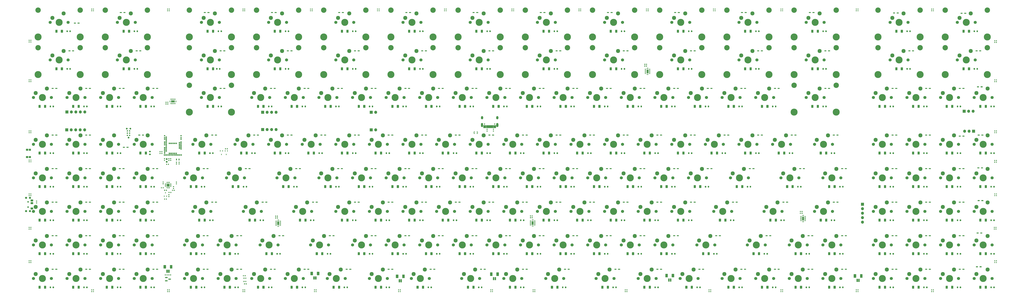
<source format=gbr>
%TF.GenerationSoftware,KiCad,Pcbnew,8.0.5-8.0.5-0~ubuntu20.04.1*%
%TF.CreationDate,2024-11-01T17:59:14+00:00*%
%TF.ProjectId,Hyper7-Evo,48797065-7237-42d4-9576-6f2e6b696361,rev?*%
%TF.SameCoordinates,Original*%
%TF.FileFunction,Soldermask,Bot*%
%TF.FilePolarity,Negative*%
%FSLAX46Y46*%
G04 Gerber Fmt 4.6, Leading zero omitted, Abs format (unit mm)*
G04 Created by KiCad (PCBNEW 8.0.5-8.0.5-0~ubuntu20.04.1) date 2024-11-01 17:59:14*
%MOMM*%
%LPD*%
G01*
G04 APERTURE LIST*
%ADD10C,0.000000*%
%ADD11C,1.750000*%
%ADD12C,3.987800*%
%ADD13C,2.300000*%
%ADD14C,3.048000*%
%ADD15R,1.700000X1.700000*%
%ADD16O,1.700000X1.700000*%
%ADD17R,0.500000X0.375000*%
%ADD18R,0.650000X0.300000*%
%ADD19R,1.000000X2.000000*%
%ADD20C,0.900000*%
%ADD21R,0.450000X0.700000*%
%ADD22C,0.990600*%
%ADD23C,0.787400*%
%ADD24C,0.650000*%
%ADD25R,2.000000X1.000000*%
%ADD26R,0.600000X1.100000*%
%ADD27R,0.400000X0.650000*%
%ADD28R,1.600000X1.600000*%
G04 APERTURE END LIST*
D10*
%TO.C,SWD103*%
G36*
X500226088Y-141386647D02*
G01*
X500246754Y-141391631D01*
X500266272Y-141399729D01*
X500284348Y-141410741D01*
X500300446Y-141424554D01*
X500314259Y-141440652D01*
X500325271Y-141458728D01*
X500333369Y-141478246D01*
X500338353Y-141498912D01*
X500340001Y-141519818D01*
X500338397Y-141800909D01*
X500333369Y-141821754D01*
X500325271Y-141841272D01*
X500314259Y-141859348D01*
X500300446Y-141875446D01*
X500284348Y-141889259D01*
X500266272Y-141900271D01*
X500246754Y-141908369D01*
X500226088Y-141913353D01*
X500205197Y-141915000D01*
X499324803Y-141915000D01*
X499303912Y-141913353D01*
X499283246Y-141908369D01*
X499263728Y-141900271D01*
X499245652Y-141889259D01*
X499229554Y-141875446D01*
X499215741Y-141859348D01*
X499204729Y-141841272D01*
X499196631Y-141821754D01*
X499191647Y-141801088D01*
X499189999Y-141780182D01*
X499191603Y-141499091D01*
X499196631Y-141478246D01*
X499204729Y-141458728D01*
X499215741Y-141440652D01*
X499229554Y-141424554D01*
X499245652Y-141410741D01*
X499263728Y-141399729D01*
X499283246Y-141391631D01*
X499303912Y-141386647D01*
X499324803Y-141385000D01*
X500205197Y-141385000D01*
X500226088Y-141386647D01*
G37*
G36*
X502306088Y-141386647D02*
G01*
X502326754Y-141391631D01*
X502346272Y-141399729D01*
X502364348Y-141410741D01*
X502380446Y-141424554D01*
X502394259Y-141440652D01*
X502405271Y-141458728D01*
X502413369Y-141478246D01*
X502418353Y-141498912D01*
X502420001Y-141519818D01*
X502418397Y-141800909D01*
X502413369Y-141821754D01*
X502405271Y-141841272D01*
X502394259Y-141859348D01*
X502380446Y-141875446D01*
X502364348Y-141889259D01*
X502346272Y-141900271D01*
X502326754Y-141908369D01*
X502306088Y-141913353D01*
X502285197Y-141915000D01*
X501404803Y-141915000D01*
X501383912Y-141913353D01*
X501363246Y-141908369D01*
X501343728Y-141900271D01*
X501325652Y-141889259D01*
X501309554Y-141875446D01*
X501295741Y-141859348D01*
X501284729Y-141841272D01*
X501276631Y-141821754D01*
X501271647Y-141801088D01*
X501269999Y-141780182D01*
X501271603Y-141499091D01*
X501276631Y-141478246D01*
X501284729Y-141458728D01*
X501295741Y-141440652D01*
X501309554Y-141424554D01*
X501325652Y-141410741D01*
X501343728Y-141399729D01*
X501363246Y-141391631D01*
X501383912Y-141386647D01*
X501404803Y-141385000D01*
X502285197Y-141385000D01*
X502306088Y-141386647D01*
G37*
%TO.C,SWD20*%
G36*
X262101088Y-74476647D02*
G01*
X262121754Y-74481631D01*
X262141272Y-74489729D01*
X262159348Y-74500741D01*
X262175446Y-74514554D01*
X262189259Y-74530652D01*
X262200271Y-74548728D01*
X262208369Y-74568246D01*
X262213353Y-74588912D01*
X262215001Y-74609818D01*
X262213397Y-74890909D01*
X262208369Y-74911754D01*
X262200271Y-74931272D01*
X262189259Y-74949348D01*
X262175446Y-74965446D01*
X262159348Y-74979259D01*
X262141272Y-74990271D01*
X262121754Y-74998369D01*
X262101088Y-75003353D01*
X262080197Y-75005000D01*
X261199803Y-75005000D01*
X261178912Y-75003353D01*
X261158246Y-74998369D01*
X261138728Y-74990271D01*
X261120652Y-74979259D01*
X261104554Y-74965446D01*
X261090741Y-74949348D01*
X261079729Y-74931272D01*
X261071631Y-74911754D01*
X261066647Y-74891088D01*
X261064999Y-74870182D01*
X261066603Y-74589091D01*
X261071631Y-74568246D01*
X261079729Y-74548728D01*
X261090741Y-74530652D01*
X261104554Y-74514554D01*
X261120652Y-74500741D01*
X261138728Y-74489729D01*
X261158246Y-74481631D01*
X261178912Y-74476647D01*
X261199803Y-74475000D01*
X262080197Y-74475000D01*
X262101088Y-74476647D01*
G37*
G36*
X264181088Y-74476647D02*
G01*
X264201754Y-74481631D01*
X264221272Y-74489729D01*
X264239348Y-74500741D01*
X264255446Y-74514554D01*
X264269259Y-74530652D01*
X264280271Y-74548728D01*
X264288369Y-74568246D01*
X264293353Y-74588912D01*
X264295001Y-74609818D01*
X264293397Y-74890909D01*
X264288369Y-74911754D01*
X264280271Y-74931272D01*
X264269259Y-74949348D01*
X264255446Y-74965446D01*
X264239348Y-74979259D01*
X264221272Y-74990271D01*
X264201754Y-74998369D01*
X264181088Y-75003353D01*
X264160197Y-75005000D01*
X263279803Y-75005000D01*
X263258912Y-75003353D01*
X263238246Y-74998369D01*
X263218728Y-74990271D01*
X263200652Y-74979259D01*
X263184554Y-74965446D01*
X263170741Y-74949348D01*
X263159729Y-74931272D01*
X263151631Y-74911754D01*
X263146647Y-74891088D01*
X263144999Y-74870182D01*
X263146603Y-74589091D01*
X263151631Y-74568246D01*
X263159729Y-74548728D01*
X263170741Y-74530652D01*
X263184554Y-74514554D01*
X263200652Y-74500741D01*
X263218728Y-74489729D01*
X263238246Y-74481631D01*
X263258912Y-74476647D01*
X263279803Y-74475000D01*
X264160197Y-74475000D01*
X264181088Y-74476647D01*
G37*
%TO.C,SWD9*%
G36*
X367421088Y-52736647D02*
G01*
X367441754Y-52741631D01*
X367461272Y-52749729D01*
X367479348Y-52760741D01*
X367495446Y-52774554D01*
X367509259Y-52790652D01*
X367520271Y-52808728D01*
X367528369Y-52828246D01*
X367533353Y-52848912D01*
X367535001Y-52869818D01*
X367533397Y-53150909D01*
X367528369Y-53171754D01*
X367520271Y-53191272D01*
X367509259Y-53209348D01*
X367495446Y-53225446D01*
X367479348Y-53239259D01*
X367461272Y-53250271D01*
X367441754Y-53258369D01*
X367421088Y-53263353D01*
X367400197Y-53265000D01*
X366519803Y-53265000D01*
X366498912Y-53263353D01*
X366478246Y-53258369D01*
X366458728Y-53250271D01*
X366440652Y-53239259D01*
X366424554Y-53225446D01*
X366410741Y-53209348D01*
X366399729Y-53191272D01*
X366391631Y-53171754D01*
X366386647Y-53151088D01*
X366384999Y-53130182D01*
X366386603Y-52849091D01*
X366391631Y-52828246D01*
X366399729Y-52808728D01*
X366410741Y-52790652D01*
X366424554Y-52774554D01*
X366440652Y-52760741D01*
X366458728Y-52749729D01*
X366478246Y-52741631D01*
X366498912Y-52736647D01*
X366519803Y-52735000D01*
X367400197Y-52735000D01*
X367421088Y-52736647D01*
G37*
G36*
X369501088Y-52736647D02*
G01*
X369521754Y-52741631D01*
X369541272Y-52749729D01*
X369559348Y-52760741D01*
X369575446Y-52774554D01*
X369589259Y-52790652D01*
X369600271Y-52808728D01*
X369608369Y-52828246D01*
X369613353Y-52848912D01*
X369615001Y-52869818D01*
X369613397Y-53150909D01*
X369608369Y-53171754D01*
X369600271Y-53191272D01*
X369589259Y-53209348D01*
X369575446Y-53225446D01*
X369559348Y-53239259D01*
X369541272Y-53250271D01*
X369521754Y-53258369D01*
X369501088Y-53263353D01*
X369480197Y-53265000D01*
X368599803Y-53265000D01*
X368578912Y-53263353D01*
X368558246Y-53258369D01*
X368538728Y-53250271D01*
X368520652Y-53239259D01*
X368504554Y-53225446D01*
X368490741Y-53209348D01*
X368479729Y-53191272D01*
X368471631Y-53171754D01*
X368466647Y-53151088D01*
X368464999Y-53130182D01*
X368466603Y-52849091D01*
X368471631Y-52828246D01*
X368479729Y-52808728D01*
X368490741Y-52790652D01*
X368504554Y-52774554D01*
X368520652Y-52760741D01*
X368538728Y-52749729D01*
X368558246Y-52741631D01*
X368578912Y-52736647D01*
X368599803Y-52735000D01*
X369480197Y-52735000D01*
X369501088Y-52736647D01*
G37*
%TO.C,SWD116*%
G36*
X243051088Y-160436647D02*
G01*
X243071754Y-160441631D01*
X243091272Y-160449729D01*
X243109348Y-160460741D01*
X243125446Y-160474554D01*
X243139259Y-160490652D01*
X243150271Y-160508728D01*
X243158369Y-160528246D01*
X243163353Y-160548912D01*
X243165001Y-160569818D01*
X243163397Y-160850909D01*
X243158369Y-160871754D01*
X243150271Y-160891272D01*
X243139259Y-160909348D01*
X243125446Y-160925446D01*
X243109348Y-160939259D01*
X243091272Y-160950271D01*
X243071754Y-160958369D01*
X243051088Y-160963353D01*
X243030197Y-160965000D01*
X242149803Y-160965000D01*
X242128912Y-160963353D01*
X242108246Y-160958369D01*
X242088728Y-160950271D01*
X242070652Y-160939259D01*
X242054554Y-160925446D01*
X242040741Y-160909348D01*
X242029729Y-160891272D01*
X242021631Y-160871754D01*
X242016647Y-160851088D01*
X242014999Y-160830182D01*
X242016603Y-160549091D01*
X242021631Y-160528246D01*
X242029729Y-160508728D01*
X242040741Y-160490652D01*
X242054554Y-160474554D01*
X242070652Y-160460741D01*
X242088728Y-160449729D01*
X242108246Y-160441631D01*
X242128912Y-160436647D01*
X242149803Y-160435000D01*
X243030197Y-160435000D01*
X243051088Y-160436647D01*
G37*
G36*
X245131088Y-160436647D02*
G01*
X245151754Y-160441631D01*
X245171272Y-160449729D01*
X245189348Y-160460741D01*
X245205446Y-160474554D01*
X245219259Y-160490652D01*
X245230271Y-160508728D01*
X245238369Y-160528246D01*
X245243353Y-160548912D01*
X245245001Y-160569818D01*
X245243397Y-160850909D01*
X245238369Y-160871754D01*
X245230271Y-160891272D01*
X245219259Y-160909348D01*
X245205446Y-160925446D01*
X245189348Y-160939259D01*
X245171272Y-160950271D01*
X245151754Y-160958369D01*
X245131088Y-160963353D01*
X245110197Y-160965000D01*
X244229803Y-160965000D01*
X244208912Y-160963353D01*
X244188246Y-160958369D01*
X244168728Y-160950271D01*
X244150652Y-160939259D01*
X244134554Y-160925446D01*
X244120741Y-160909348D01*
X244109729Y-160891272D01*
X244101631Y-160871754D01*
X244096647Y-160851088D01*
X244094999Y-160830182D01*
X244096603Y-160549091D01*
X244101631Y-160528246D01*
X244109729Y-160508728D01*
X244120741Y-160490652D01*
X244134554Y-160474554D01*
X244150652Y-160460741D01*
X244168728Y-160449729D01*
X244188246Y-160441631D01*
X244208912Y-160436647D01*
X244229803Y-160435000D01*
X245110197Y-160435000D01*
X245131088Y-160436647D01*
G37*
%TO.C,SWD4*%
G36*
X176921088Y-52736647D02*
G01*
X176941754Y-52741631D01*
X176961272Y-52749729D01*
X176979348Y-52760741D01*
X176995446Y-52774554D01*
X177009259Y-52790652D01*
X177020271Y-52808728D01*
X177028369Y-52828246D01*
X177033353Y-52848912D01*
X177035001Y-52869818D01*
X177033397Y-53150909D01*
X177028369Y-53171754D01*
X177020271Y-53191272D01*
X177009259Y-53209348D01*
X176995446Y-53225446D01*
X176979348Y-53239259D01*
X176961272Y-53250271D01*
X176941754Y-53258369D01*
X176921088Y-53263353D01*
X176900197Y-53265000D01*
X176019803Y-53265000D01*
X175998912Y-53263353D01*
X175978246Y-53258369D01*
X175958728Y-53250271D01*
X175940652Y-53239259D01*
X175924554Y-53225446D01*
X175910741Y-53209348D01*
X175899729Y-53191272D01*
X175891631Y-53171754D01*
X175886647Y-53151088D01*
X175884999Y-53130182D01*
X175886603Y-52849091D01*
X175891631Y-52828246D01*
X175899729Y-52808728D01*
X175910741Y-52790652D01*
X175924554Y-52774554D01*
X175940652Y-52760741D01*
X175958728Y-52749729D01*
X175978246Y-52741631D01*
X175998912Y-52736647D01*
X176019803Y-52735000D01*
X176900197Y-52735000D01*
X176921088Y-52736647D01*
G37*
G36*
X179001088Y-52736647D02*
G01*
X179021754Y-52741631D01*
X179041272Y-52749729D01*
X179059348Y-52760741D01*
X179075446Y-52774554D01*
X179089259Y-52790652D01*
X179100271Y-52808728D01*
X179108369Y-52828246D01*
X179113353Y-52848912D01*
X179115001Y-52869818D01*
X179113397Y-53150909D01*
X179108369Y-53171754D01*
X179100271Y-53191272D01*
X179089259Y-53209348D01*
X179075446Y-53225446D01*
X179059348Y-53239259D01*
X179041272Y-53250271D01*
X179021754Y-53258369D01*
X179001088Y-53263353D01*
X178980197Y-53265000D01*
X178099803Y-53265000D01*
X178078912Y-53263353D01*
X178058246Y-53258369D01*
X178038728Y-53250271D01*
X178020652Y-53239259D01*
X178004554Y-53225446D01*
X177990741Y-53209348D01*
X177979729Y-53191272D01*
X177971631Y-53171754D01*
X177966647Y-53151088D01*
X177964999Y-53130182D01*
X177966603Y-52849091D01*
X177971631Y-52828246D01*
X177979729Y-52808728D01*
X177990741Y-52790652D01*
X178004554Y-52774554D01*
X178020652Y-52760741D01*
X178038728Y-52749729D01*
X178058246Y-52741631D01*
X178078912Y-52736647D01*
X178099803Y-52735000D01*
X178980197Y-52735000D01*
X179001088Y-52736647D01*
G37*
%TO.C,SWD46*%
G36*
X404976088Y-95816647D02*
G01*
X404996754Y-95821631D01*
X405016272Y-95829729D01*
X405034348Y-95840741D01*
X405050446Y-95854554D01*
X405064259Y-95870652D01*
X405075271Y-95888728D01*
X405083369Y-95908246D01*
X405088353Y-95928912D01*
X405090001Y-95949818D01*
X405088397Y-96230909D01*
X405083369Y-96251754D01*
X405075271Y-96271272D01*
X405064259Y-96289348D01*
X405050446Y-96305446D01*
X405034348Y-96319259D01*
X405016272Y-96330271D01*
X404996754Y-96338369D01*
X404976088Y-96343353D01*
X404955197Y-96345000D01*
X404074803Y-96345000D01*
X404053912Y-96343353D01*
X404033246Y-96338369D01*
X404013728Y-96330271D01*
X403995652Y-96319259D01*
X403979554Y-96305446D01*
X403965741Y-96289348D01*
X403954729Y-96271272D01*
X403946631Y-96251754D01*
X403941647Y-96231088D01*
X403939999Y-96210182D01*
X403941603Y-95929091D01*
X403946631Y-95908246D01*
X403954729Y-95888728D01*
X403965741Y-95870652D01*
X403979554Y-95854554D01*
X403995652Y-95840741D01*
X404013728Y-95829729D01*
X404033246Y-95821631D01*
X404053912Y-95816647D01*
X404074803Y-95815000D01*
X404955197Y-95815000D01*
X404976088Y-95816647D01*
G37*
G36*
X407056088Y-95816647D02*
G01*
X407076754Y-95821631D01*
X407096272Y-95829729D01*
X407114348Y-95840741D01*
X407130446Y-95854554D01*
X407144259Y-95870652D01*
X407155271Y-95888728D01*
X407163369Y-95908246D01*
X407168353Y-95928912D01*
X407170001Y-95949818D01*
X407168397Y-96230909D01*
X407163369Y-96251754D01*
X407155271Y-96271272D01*
X407144259Y-96289348D01*
X407130446Y-96305446D01*
X407114348Y-96319259D01*
X407096272Y-96330271D01*
X407076754Y-96338369D01*
X407056088Y-96343353D01*
X407035197Y-96345000D01*
X406154803Y-96345000D01*
X406133912Y-96343353D01*
X406113246Y-96338369D01*
X406093728Y-96330271D01*
X406075652Y-96319259D01*
X406059554Y-96305446D01*
X406045741Y-96289348D01*
X406034729Y-96271272D01*
X406026631Y-96251754D01*
X406021647Y-96231088D01*
X406019999Y-96210182D01*
X406021603Y-95929091D01*
X406026631Y-95908246D01*
X406034729Y-95888728D01*
X406045741Y-95870652D01*
X406059554Y-95854554D01*
X406075652Y-95840741D01*
X406093728Y-95829729D01*
X406113246Y-95821631D01*
X406133912Y-95816647D01*
X406154803Y-95815000D01*
X407035197Y-95815000D01*
X407056088Y-95816647D01*
G37*
%TO.C,SWD97*%
G36*
X366876088Y-141386647D02*
G01*
X366896754Y-141391631D01*
X366916272Y-141399729D01*
X366934348Y-141410741D01*
X366950446Y-141424554D01*
X366964259Y-141440652D01*
X366975271Y-141458728D01*
X366983369Y-141478246D01*
X366988353Y-141498912D01*
X366990001Y-141519818D01*
X366988397Y-141800909D01*
X366983369Y-141821754D01*
X366975271Y-141841272D01*
X366964259Y-141859348D01*
X366950446Y-141875446D01*
X366934348Y-141889259D01*
X366916272Y-141900271D01*
X366896754Y-141908369D01*
X366876088Y-141913353D01*
X366855197Y-141915000D01*
X365974803Y-141915000D01*
X365953912Y-141913353D01*
X365933246Y-141908369D01*
X365913728Y-141900271D01*
X365895652Y-141889259D01*
X365879554Y-141875446D01*
X365865741Y-141859348D01*
X365854729Y-141841272D01*
X365846631Y-141821754D01*
X365841647Y-141801088D01*
X365839999Y-141780182D01*
X365841603Y-141499091D01*
X365846631Y-141478246D01*
X365854729Y-141458728D01*
X365865741Y-141440652D01*
X365879554Y-141424554D01*
X365895652Y-141410741D01*
X365913728Y-141399729D01*
X365933246Y-141391631D01*
X365953912Y-141386647D01*
X365974803Y-141385000D01*
X366855197Y-141385000D01*
X366876088Y-141386647D01*
G37*
G36*
X368956088Y-141386647D02*
G01*
X368976754Y-141391631D01*
X368996272Y-141399729D01*
X369014348Y-141410741D01*
X369030446Y-141424554D01*
X369044259Y-141440652D01*
X369055271Y-141458728D01*
X369063369Y-141478246D01*
X369068353Y-141498912D01*
X369070001Y-141519818D01*
X369068397Y-141800909D01*
X369063369Y-141821754D01*
X369055271Y-141841272D01*
X369044259Y-141859348D01*
X369030446Y-141875446D01*
X369014348Y-141889259D01*
X368996272Y-141900271D01*
X368976754Y-141908369D01*
X368956088Y-141913353D01*
X368935197Y-141915000D01*
X368054803Y-141915000D01*
X368033912Y-141913353D01*
X368013246Y-141908369D01*
X367993728Y-141900271D01*
X367975652Y-141889259D01*
X367959554Y-141875446D01*
X367945741Y-141859348D01*
X367934729Y-141841272D01*
X367926631Y-141821754D01*
X367921647Y-141801088D01*
X367919999Y-141780182D01*
X367921603Y-141499091D01*
X367926631Y-141478246D01*
X367934729Y-141458728D01*
X367945741Y-141440652D01*
X367959554Y-141424554D01*
X367975652Y-141410741D01*
X367993728Y-141399729D01*
X368013246Y-141391631D01*
X368033912Y-141386647D01*
X368054803Y-141385000D01*
X368935197Y-141385000D01*
X368956088Y-141386647D01*
G37*
%TO.C,SWD100*%
G36*
X424026088Y-141386647D02*
G01*
X424046754Y-141391631D01*
X424066272Y-141399729D01*
X424084348Y-141410741D01*
X424100446Y-141424554D01*
X424114259Y-141440652D01*
X424125271Y-141458728D01*
X424133369Y-141478246D01*
X424138353Y-141498912D01*
X424140001Y-141519818D01*
X424138397Y-141800909D01*
X424133369Y-141821754D01*
X424125271Y-141841272D01*
X424114259Y-141859348D01*
X424100446Y-141875446D01*
X424084348Y-141889259D01*
X424066272Y-141900271D01*
X424046754Y-141908369D01*
X424026088Y-141913353D01*
X424005197Y-141915000D01*
X423124803Y-141915000D01*
X423103912Y-141913353D01*
X423083246Y-141908369D01*
X423063728Y-141900271D01*
X423045652Y-141889259D01*
X423029554Y-141875446D01*
X423015741Y-141859348D01*
X423004729Y-141841272D01*
X422996631Y-141821754D01*
X422991647Y-141801088D01*
X422989999Y-141780182D01*
X422991603Y-141499091D01*
X422996631Y-141478246D01*
X423004729Y-141458728D01*
X423015741Y-141440652D01*
X423029554Y-141424554D01*
X423045652Y-141410741D01*
X423063728Y-141399729D01*
X423083246Y-141391631D01*
X423103912Y-141386647D01*
X423124803Y-141385000D01*
X424005197Y-141385000D01*
X424026088Y-141386647D01*
G37*
G36*
X426106088Y-141386647D02*
G01*
X426126754Y-141391631D01*
X426146272Y-141399729D01*
X426164348Y-141410741D01*
X426180446Y-141424554D01*
X426194259Y-141440652D01*
X426205271Y-141458728D01*
X426213369Y-141478246D01*
X426218353Y-141498912D01*
X426220001Y-141519818D01*
X426218397Y-141800909D01*
X426213369Y-141821754D01*
X426205271Y-141841272D01*
X426194259Y-141859348D01*
X426180446Y-141875446D01*
X426164348Y-141889259D01*
X426146272Y-141900271D01*
X426126754Y-141908369D01*
X426106088Y-141913353D01*
X426085197Y-141915000D01*
X425204803Y-141915000D01*
X425183912Y-141913353D01*
X425163246Y-141908369D01*
X425143728Y-141900271D01*
X425125652Y-141889259D01*
X425109554Y-141875446D01*
X425095741Y-141859348D01*
X425084729Y-141841272D01*
X425076631Y-141821754D01*
X425071647Y-141801088D01*
X425069999Y-141780182D01*
X425071603Y-141499091D01*
X425076631Y-141478246D01*
X425084729Y-141458728D01*
X425095741Y-141440652D01*
X425109554Y-141424554D01*
X425125652Y-141410741D01*
X425143728Y-141399729D01*
X425163246Y-141391631D01*
X425183912Y-141386647D01*
X425204803Y-141385000D01*
X426085197Y-141385000D01*
X426106088Y-141386647D01*
G37*
%TO.C,SWD130*%
G36*
X547851088Y-160436647D02*
G01*
X547871754Y-160441631D01*
X547891272Y-160449729D01*
X547909348Y-160460741D01*
X547925446Y-160474554D01*
X547939259Y-160490652D01*
X547950271Y-160508728D01*
X547958369Y-160528246D01*
X547963353Y-160548912D01*
X547965001Y-160569818D01*
X547963397Y-160850909D01*
X547958369Y-160871754D01*
X547950271Y-160891272D01*
X547939259Y-160909348D01*
X547925446Y-160925446D01*
X547909348Y-160939259D01*
X547891272Y-160950271D01*
X547871754Y-160958369D01*
X547851088Y-160963353D01*
X547830197Y-160965000D01*
X546949803Y-160965000D01*
X546928912Y-160963353D01*
X546908246Y-160958369D01*
X546888728Y-160950271D01*
X546870652Y-160939259D01*
X546854554Y-160925446D01*
X546840741Y-160909348D01*
X546829729Y-160891272D01*
X546821631Y-160871754D01*
X546816647Y-160851088D01*
X546814999Y-160830182D01*
X546816603Y-160549091D01*
X546821631Y-160528246D01*
X546829729Y-160508728D01*
X546840741Y-160490652D01*
X546854554Y-160474554D01*
X546870652Y-160460741D01*
X546888728Y-160449729D01*
X546908246Y-160441631D01*
X546928912Y-160436647D01*
X546949803Y-160435000D01*
X547830197Y-160435000D01*
X547851088Y-160436647D01*
G37*
G36*
X549931088Y-160436647D02*
G01*
X549951754Y-160441631D01*
X549971272Y-160449729D01*
X549989348Y-160460741D01*
X550005446Y-160474554D01*
X550019259Y-160490652D01*
X550030271Y-160508728D01*
X550038369Y-160528246D01*
X550043353Y-160548912D01*
X550045001Y-160569818D01*
X550043397Y-160850909D01*
X550038369Y-160871754D01*
X550030271Y-160891272D01*
X550019259Y-160909348D01*
X550005446Y-160925446D01*
X549989348Y-160939259D01*
X549971272Y-160950271D01*
X549951754Y-160958369D01*
X549931088Y-160963353D01*
X549910197Y-160965000D01*
X549029803Y-160965000D01*
X549008912Y-160963353D01*
X548988246Y-160958369D01*
X548968728Y-160950271D01*
X548950652Y-160939259D01*
X548934554Y-160925446D01*
X548920741Y-160909348D01*
X548909729Y-160891272D01*
X548901631Y-160871754D01*
X548896647Y-160851088D01*
X548894999Y-160830182D01*
X548896603Y-160549091D01*
X548901631Y-160528246D01*
X548909729Y-160508728D01*
X548920741Y-160490652D01*
X548934554Y-160474554D01*
X548950652Y-160460741D01*
X548968728Y-160449729D01*
X548988246Y-160441631D01*
X549008912Y-160436647D01*
X549029803Y-160435000D01*
X549910197Y-160435000D01*
X549931088Y-160436647D01*
G37*
%TO.C,SWD173*%
G36*
X371638588Y-198536647D02*
G01*
X371659254Y-198541631D01*
X371678772Y-198549729D01*
X371696848Y-198560741D01*
X371712946Y-198574554D01*
X371726759Y-198590652D01*
X371737771Y-198608728D01*
X371745869Y-198628246D01*
X371750853Y-198648912D01*
X371752501Y-198669818D01*
X371750897Y-198950909D01*
X371745869Y-198971754D01*
X371737771Y-198991272D01*
X371726759Y-199009348D01*
X371712946Y-199025446D01*
X371696848Y-199039259D01*
X371678772Y-199050271D01*
X371659254Y-199058369D01*
X371638588Y-199063353D01*
X371617697Y-199065000D01*
X370737303Y-199065000D01*
X370716412Y-199063353D01*
X370695746Y-199058369D01*
X370676228Y-199050271D01*
X370658152Y-199039259D01*
X370642054Y-199025446D01*
X370628241Y-199009348D01*
X370617229Y-198991272D01*
X370609131Y-198971754D01*
X370604147Y-198951088D01*
X370602499Y-198930182D01*
X370604103Y-198649091D01*
X370609131Y-198628246D01*
X370617229Y-198608728D01*
X370628241Y-198590652D01*
X370642054Y-198574554D01*
X370658152Y-198560741D01*
X370676228Y-198549729D01*
X370695746Y-198541631D01*
X370716412Y-198536647D01*
X370737303Y-198535000D01*
X371617697Y-198535000D01*
X371638588Y-198536647D01*
G37*
G36*
X373718588Y-198536647D02*
G01*
X373739254Y-198541631D01*
X373758772Y-198549729D01*
X373776848Y-198560741D01*
X373792946Y-198574554D01*
X373806759Y-198590652D01*
X373817771Y-198608728D01*
X373825869Y-198628246D01*
X373830853Y-198648912D01*
X373832501Y-198669818D01*
X373830897Y-198950909D01*
X373825869Y-198971754D01*
X373817771Y-198991272D01*
X373806759Y-199009348D01*
X373792946Y-199025446D01*
X373776848Y-199039259D01*
X373758772Y-199050271D01*
X373739254Y-199058369D01*
X373718588Y-199063353D01*
X373697697Y-199065000D01*
X372817303Y-199065000D01*
X372796412Y-199063353D01*
X372775746Y-199058369D01*
X372756228Y-199050271D01*
X372738152Y-199039259D01*
X372722054Y-199025446D01*
X372708241Y-199009348D01*
X372697229Y-198991272D01*
X372689131Y-198971754D01*
X372684147Y-198951088D01*
X372682499Y-198930182D01*
X372684103Y-198649091D01*
X372689131Y-198628246D01*
X372697229Y-198608728D01*
X372708241Y-198590652D01*
X372722054Y-198574554D01*
X372738152Y-198560741D01*
X372756228Y-198549729D01*
X372775746Y-198541631D01*
X372796412Y-198536647D01*
X372817303Y-198535000D01*
X373697697Y-198535000D01*
X373718588Y-198536647D01*
G37*
%TO.C,SWD3*%
G36*
X138821088Y-52736647D02*
G01*
X138841754Y-52741631D01*
X138861272Y-52749729D01*
X138879348Y-52760741D01*
X138895446Y-52774554D01*
X138909259Y-52790652D01*
X138920271Y-52808728D01*
X138928369Y-52828246D01*
X138933353Y-52848912D01*
X138935001Y-52869818D01*
X138933397Y-53150909D01*
X138928369Y-53171754D01*
X138920271Y-53191272D01*
X138909259Y-53209348D01*
X138895446Y-53225446D01*
X138879348Y-53239259D01*
X138861272Y-53250271D01*
X138841754Y-53258369D01*
X138821088Y-53263353D01*
X138800197Y-53265000D01*
X137919803Y-53265000D01*
X137898912Y-53263353D01*
X137878246Y-53258369D01*
X137858728Y-53250271D01*
X137840652Y-53239259D01*
X137824554Y-53225446D01*
X137810741Y-53209348D01*
X137799729Y-53191272D01*
X137791631Y-53171754D01*
X137786647Y-53151088D01*
X137784999Y-53130182D01*
X137786603Y-52849091D01*
X137791631Y-52828246D01*
X137799729Y-52808728D01*
X137810741Y-52790652D01*
X137824554Y-52774554D01*
X137840652Y-52760741D01*
X137858728Y-52749729D01*
X137878246Y-52741631D01*
X137898912Y-52736647D01*
X137919803Y-52735000D01*
X138800197Y-52735000D01*
X138821088Y-52736647D01*
G37*
G36*
X140901088Y-52736647D02*
G01*
X140921754Y-52741631D01*
X140941272Y-52749729D01*
X140959348Y-52760741D01*
X140975446Y-52774554D01*
X140989259Y-52790652D01*
X141000271Y-52808728D01*
X141008369Y-52828246D01*
X141013353Y-52848912D01*
X141015001Y-52869818D01*
X141013397Y-53150909D01*
X141008369Y-53171754D01*
X141000271Y-53191272D01*
X140989259Y-53209348D01*
X140975446Y-53225446D01*
X140959348Y-53239259D01*
X140941272Y-53250271D01*
X140921754Y-53258369D01*
X140901088Y-53263353D01*
X140880197Y-53265000D01*
X139999803Y-53265000D01*
X139978912Y-53263353D01*
X139958246Y-53258369D01*
X139938728Y-53250271D01*
X139920652Y-53239259D01*
X139904554Y-53225446D01*
X139890741Y-53209348D01*
X139879729Y-53191272D01*
X139871631Y-53171754D01*
X139866647Y-53151088D01*
X139864999Y-53130182D01*
X139866603Y-52849091D01*
X139871631Y-52828246D01*
X139879729Y-52808728D01*
X139890741Y-52790652D01*
X139904554Y-52774554D01*
X139920652Y-52760741D01*
X139938728Y-52749729D01*
X139958246Y-52741631D01*
X139978912Y-52736647D01*
X139999803Y-52735000D01*
X140880197Y-52735000D01*
X140901088Y-52736647D01*
G37*
%TO.C,SWD134*%
G36*
X71601088Y-179486647D02*
G01*
X71621754Y-179491631D01*
X71641272Y-179499729D01*
X71659348Y-179510741D01*
X71675446Y-179524554D01*
X71689259Y-179540652D01*
X71700271Y-179558728D01*
X71708369Y-179578246D01*
X71713353Y-179598912D01*
X71715001Y-179619818D01*
X71713397Y-179900909D01*
X71708369Y-179921754D01*
X71700271Y-179941272D01*
X71689259Y-179959348D01*
X71675446Y-179975446D01*
X71659348Y-179989259D01*
X71641272Y-180000271D01*
X71621754Y-180008369D01*
X71601088Y-180013353D01*
X71580197Y-180015000D01*
X70699803Y-180015000D01*
X70678912Y-180013353D01*
X70658246Y-180008369D01*
X70638728Y-180000271D01*
X70620652Y-179989259D01*
X70604554Y-179975446D01*
X70590741Y-179959348D01*
X70579729Y-179941272D01*
X70571631Y-179921754D01*
X70566647Y-179901088D01*
X70564999Y-179880182D01*
X70566603Y-179599091D01*
X70571631Y-179578246D01*
X70579729Y-179558728D01*
X70590741Y-179540652D01*
X70604554Y-179524554D01*
X70620652Y-179510741D01*
X70638728Y-179499729D01*
X70658246Y-179491631D01*
X70678912Y-179486647D01*
X70699803Y-179485000D01*
X71580197Y-179485000D01*
X71601088Y-179486647D01*
G37*
G36*
X73681088Y-179486647D02*
G01*
X73701754Y-179491631D01*
X73721272Y-179499729D01*
X73739348Y-179510741D01*
X73755446Y-179524554D01*
X73769259Y-179540652D01*
X73780271Y-179558728D01*
X73788369Y-179578246D01*
X73793353Y-179598912D01*
X73795001Y-179619818D01*
X73793397Y-179900909D01*
X73788369Y-179921754D01*
X73780271Y-179941272D01*
X73769259Y-179959348D01*
X73755446Y-179975446D01*
X73739348Y-179989259D01*
X73721272Y-180000271D01*
X73701754Y-180008369D01*
X73681088Y-180013353D01*
X73660197Y-180015000D01*
X72779803Y-180015000D01*
X72758912Y-180013353D01*
X72738246Y-180008369D01*
X72718728Y-180000271D01*
X72700652Y-179989259D01*
X72684554Y-179975446D01*
X72670741Y-179959348D01*
X72659729Y-179941272D01*
X72651631Y-179921754D01*
X72646647Y-179901088D01*
X72644999Y-179880182D01*
X72646603Y-179599091D01*
X72651631Y-179578246D01*
X72659729Y-179558728D01*
X72670741Y-179540652D01*
X72684554Y-179524554D01*
X72700652Y-179510741D01*
X72718728Y-179499729D01*
X72738246Y-179491631D01*
X72758912Y-179486647D01*
X72779803Y-179485000D01*
X73660197Y-179485000D01*
X73681088Y-179486647D01*
G37*
%TO.C,SWD171*%
G36*
X319251088Y-198536647D02*
G01*
X319271754Y-198541631D01*
X319291272Y-198549729D01*
X319309348Y-198560741D01*
X319325446Y-198574554D01*
X319339259Y-198590652D01*
X319350271Y-198608728D01*
X319358369Y-198628246D01*
X319363353Y-198648912D01*
X319365001Y-198669818D01*
X319363397Y-198950909D01*
X319358369Y-198971754D01*
X319350271Y-198991272D01*
X319339259Y-199009348D01*
X319325446Y-199025446D01*
X319309348Y-199039259D01*
X319291272Y-199050271D01*
X319271754Y-199058369D01*
X319251088Y-199063353D01*
X319230197Y-199065000D01*
X318349803Y-199065000D01*
X318328912Y-199063353D01*
X318308246Y-199058369D01*
X318288728Y-199050271D01*
X318270652Y-199039259D01*
X318254554Y-199025446D01*
X318240741Y-199009348D01*
X318229729Y-198991272D01*
X318221631Y-198971754D01*
X318216647Y-198951088D01*
X318214999Y-198930182D01*
X318216603Y-198649091D01*
X318221631Y-198628246D01*
X318229729Y-198608728D01*
X318240741Y-198590652D01*
X318254554Y-198574554D01*
X318270652Y-198560741D01*
X318288728Y-198549729D01*
X318308246Y-198541631D01*
X318328912Y-198536647D01*
X318349803Y-198535000D01*
X319230197Y-198535000D01*
X319251088Y-198536647D01*
G37*
G36*
X321331088Y-198536647D02*
G01*
X321351754Y-198541631D01*
X321371272Y-198549729D01*
X321389348Y-198560741D01*
X321405446Y-198574554D01*
X321419259Y-198590652D01*
X321430271Y-198608728D01*
X321438369Y-198628246D01*
X321443353Y-198648912D01*
X321445001Y-198669818D01*
X321443397Y-198950909D01*
X321438369Y-198971754D01*
X321430271Y-198991272D01*
X321419259Y-199009348D01*
X321405446Y-199025446D01*
X321389348Y-199039259D01*
X321371272Y-199050271D01*
X321351754Y-199058369D01*
X321331088Y-199063353D01*
X321310197Y-199065000D01*
X320429803Y-199065000D01*
X320408912Y-199063353D01*
X320388246Y-199058369D01*
X320368728Y-199050271D01*
X320350652Y-199039259D01*
X320334554Y-199025446D01*
X320320741Y-199009348D01*
X320309729Y-198991272D01*
X320301631Y-198971754D01*
X320296647Y-198951088D01*
X320294999Y-198930182D01*
X320296603Y-198649091D01*
X320301631Y-198628246D01*
X320309729Y-198608728D01*
X320320741Y-198590652D01*
X320334554Y-198574554D01*
X320350652Y-198560741D01*
X320368728Y-198549729D01*
X320388246Y-198541631D01*
X320408912Y-198536647D01*
X320429803Y-198535000D01*
X321310197Y-198535000D01*
X321331088Y-198536647D01*
G37*
%TO.C,SWD53*%
G36*
X566901088Y-95816647D02*
G01*
X566921754Y-95821631D01*
X566941272Y-95829729D01*
X566959348Y-95840741D01*
X566975446Y-95854554D01*
X566989259Y-95870652D01*
X567000271Y-95888728D01*
X567008369Y-95908246D01*
X567013353Y-95928912D01*
X567015001Y-95949818D01*
X567013397Y-96230909D01*
X567008369Y-96251754D01*
X567000271Y-96271272D01*
X566989259Y-96289348D01*
X566975446Y-96305446D01*
X566959348Y-96319259D01*
X566941272Y-96330271D01*
X566921754Y-96338369D01*
X566901088Y-96343353D01*
X566880197Y-96345000D01*
X565999803Y-96345000D01*
X565978912Y-96343353D01*
X565958246Y-96338369D01*
X565938728Y-96330271D01*
X565920652Y-96319259D01*
X565904554Y-96305446D01*
X565890741Y-96289348D01*
X565879729Y-96271272D01*
X565871631Y-96251754D01*
X565866647Y-96231088D01*
X565864999Y-96210182D01*
X565866603Y-95929091D01*
X565871631Y-95908246D01*
X565879729Y-95888728D01*
X565890741Y-95870652D01*
X565904554Y-95854554D01*
X565920652Y-95840741D01*
X565938728Y-95829729D01*
X565958246Y-95821631D01*
X565978912Y-95816647D01*
X565999803Y-95815000D01*
X566880197Y-95815000D01*
X566901088Y-95816647D01*
G37*
G36*
X568981088Y-95816647D02*
G01*
X569001754Y-95821631D01*
X569021272Y-95829729D01*
X569039348Y-95840741D01*
X569055446Y-95854554D01*
X569069259Y-95870652D01*
X569080271Y-95888728D01*
X569088369Y-95908246D01*
X569093353Y-95928912D01*
X569095001Y-95949818D01*
X569093397Y-96230909D01*
X569088369Y-96251754D01*
X569080271Y-96271272D01*
X569069259Y-96289348D01*
X569055446Y-96305446D01*
X569039348Y-96319259D01*
X569021272Y-96330271D01*
X569001754Y-96338369D01*
X568981088Y-96343353D01*
X568960197Y-96345000D01*
X568079803Y-96345000D01*
X568058912Y-96343353D01*
X568038246Y-96338369D01*
X568018728Y-96330271D01*
X568000652Y-96319259D01*
X567984554Y-96305446D01*
X567970741Y-96289348D01*
X567959729Y-96271272D01*
X567951631Y-96251754D01*
X567946647Y-96231088D01*
X567944999Y-96210182D01*
X567946603Y-95929091D01*
X567951631Y-95908246D01*
X567959729Y-95888728D01*
X567970741Y-95870652D01*
X567984554Y-95854554D01*
X568000652Y-95840741D01*
X568018728Y-95829729D01*
X568038246Y-95821631D01*
X568058912Y-95816647D01*
X568079803Y-95815000D01*
X568960197Y-95815000D01*
X568981088Y-95816647D01*
G37*
%TO.C,SWD174*%
G36*
X395451088Y-198536647D02*
G01*
X395471754Y-198541631D01*
X395491272Y-198549729D01*
X395509348Y-198560741D01*
X395525446Y-198574554D01*
X395539259Y-198590652D01*
X395550271Y-198608728D01*
X395558369Y-198628246D01*
X395563353Y-198648912D01*
X395565001Y-198669818D01*
X395563397Y-198950909D01*
X395558369Y-198971754D01*
X395550271Y-198991272D01*
X395539259Y-199009348D01*
X395525446Y-199025446D01*
X395509348Y-199039259D01*
X395491272Y-199050271D01*
X395471754Y-199058369D01*
X395451088Y-199063353D01*
X395430197Y-199065000D01*
X394549803Y-199065000D01*
X394528912Y-199063353D01*
X394508246Y-199058369D01*
X394488728Y-199050271D01*
X394470652Y-199039259D01*
X394454554Y-199025446D01*
X394440741Y-199009348D01*
X394429729Y-198991272D01*
X394421631Y-198971754D01*
X394416647Y-198951088D01*
X394414999Y-198930182D01*
X394416603Y-198649091D01*
X394421631Y-198628246D01*
X394429729Y-198608728D01*
X394440741Y-198590652D01*
X394454554Y-198574554D01*
X394470652Y-198560741D01*
X394488728Y-198549729D01*
X394508246Y-198541631D01*
X394528912Y-198536647D01*
X394549803Y-198535000D01*
X395430197Y-198535000D01*
X395451088Y-198536647D01*
G37*
G36*
X397531088Y-198536647D02*
G01*
X397551754Y-198541631D01*
X397571272Y-198549729D01*
X397589348Y-198560741D01*
X397605446Y-198574554D01*
X397619259Y-198590652D01*
X397630271Y-198608728D01*
X397638369Y-198628246D01*
X397643353Y-198648912D01*
X397645001Y-198669818D01*
X397643397Y-198950909D01*
X397638369Y-198971754D01*
X397630271Y-198991272D01*
X397619259Y-199009348D01*
X397605446Y-199025446D01*
X397589348Y-199039259D01*
X397571272Y-199050271D01*
X397551754Y-199058369D01*
X397531088Y-199063353D01*
X397510197Y-199065000D01*
X396629803Y-199065000D01*
X396608912Y-199063353D01*
X396588246Y-199058369D01*
X396568728Y-199050271D01*
X396550652Y-199039259D01*
X396534554Y-199025446D01*
X396520741Y-199009348D01*
X396509729Y-198991272D01*
X396501631Y-198971754D01*
X396496647Y-198951088D01*
X396494999Y-198930182D01*
X396496603Y-198649091D01*
X396501631Y-198628246D01*
X396509729Y-198608728D01*
X396520741Y-198590652D01*
X396534554Y-198574554D01*
X396550652Y-198560741D01*
X396568728Y-198549729D01*
X396588246Y-198541631D01*
X396608912Y-198536647D01*
X396629803Y-198535000D01*
X397510197Y-198535000D01*
X397531088Y-198536647D01*
G37*
%TO.C,SWD125*%
G36*
X414501088Y-160436647D02*
G01*
X414521754Y-160441631D01*
X414541272Y-160449729D01*
X414559348Y-160460741D01*
X414575446Y-160474554D01*
X414589259Y-160490652D01*
X414600271Y-160508728D01*
X414608369Y-160528246D01*
X414613353Y-160548912D01*
X414615001Y-160569818D01*
X414613397Y-160850909D01*
X414608369Y-160871754D01*
X414600271Y-160891272D01*
X414589259Y-160909348D01*
X414575446Y-160925446D01*
X414559348Y-160939259D01*
X414541272Y-160950271D01*
X414521754Y-160958369D01*
X414501088Y-160963353D01*
X414480197Y-160965000D01*
X413599803Y-160965000D01*
X413578912Y-160963353D01*
X413558246Y-160958369D01*
X413538728Y-160950271D01*
X413520652Y-160939259D01*
X413504554Y-160925446D01*
X413490741Y-160909348D01*
X413479729Y-160891272D01*
X413471631Y-160871754D01*
X413466647Y-160851088D01*
X413464999Y-160830182D01*
X413466603Y-160549091D01*
X413471631Y-160528246D01*
X413479729Y-160508728D01*
X413490741Y-160490652D01*
X413504554Y-160474554D01*
X413520652Y-160460741D01*
X413538728Y-160449729D01*
X413558246Y-160441631D01*
X413578912Y-160436647D01*
X413599803Y-160435000D01*
X414480197Y-160435000D01*
X414501088Y-160436647D01*
G37*
G36*
X416581088Y-160436647D02*
G01*
X416601754Y-160441631D01*
X416621272Y-160449729D01*
X416639348Y-160460741D01*
X416655446Y-160474554D01*
X416669259Y-160490652D01*
X416680271Y-160508728D01*
X416688369Y-160528246D01*
X416693353Y-160548912D01*
X416695001Y-160569818D01*
X416693397Y-160850909D01*
X416688369Y-160871754D01*
X416680271Y-160891272D01*
X416669259Y-160909348D01*
X416655446Y-160925446D01*
X416639348Y-160939259D01*
X416621272Y-160950271D01*
X416601754Y-160958369D01*
X416581088Y-160963353D01*
X416560197Y-160965000D01*
X415679803Y-160965000D01*
X415658912Y-160963353D01*
X415638246Y-160958369D01*
X415618728Y-160950271D01*
X415600652Y-160939259D01*
X415584554Y-160925446D01*
X415570741Y-160909348D01*
X415559729Y-160891272D01*
X415551631Y-160871754D01*
X415546647Y-160851088D01*
X415544999Y-160830182D01*
X415546603Y-160549091D01*
X415551631Y-160528246D01*
X415559729Y-160508728D01*
X415570741Y-160490652D01*
X415584554Y-160474554D01*
X415600652Y-160460741D01*
X415618728Y-160449729D01*
X415638246Y-160441631D01*
X415658912Y-160436647D01*
X415679803Y-160435000D01*
X416560197Y-160435000D01*
X416581088Y-160436647D01*
G37*
%TO.C,SWD141*%
G36*
X233526088Y-179486647D02*
G01*
X233546754Y-179491631D01*
X233566272Y-179499729D01*
X233584348Y-179510741D01*
X233600446Y-179524554D01*
X233614259Y-179540652D01*
X233625271Y-179558728D01*
X233633369Y-179578246D01*
X233638353Y-179598912D01*
X233640001Y-179619818D01*
X233638397Y-179900909D01*
X233633369Y-179921754D01*
X233625271Y-179941272D01*
X233614259Y-179959348D01*
X233600446Y-179975446D01*
X233584348Y-179989259D01*
X233566272Y-180000271D01*
X233546754Y-180008369D01*
X233526088Y-180013353D01*
X233505197Y-180015000D01*
X232624803Y-180015000D01*
X232603912Y-180013353D01*
X232583246Y-180008369D01*
X232563728Y-180000271D01*
X232545652Y-179989259D01*
X232529554Y-179975446D01*
X232515741Y-179959348D01*
X232504729Y-179941272D01*
X232496631Y-179921754D01*
X232491647Y-179901088D01*
X232489999Y-179880182D01*
X232491603Y-179599091D01*
X232496631Y-179578246D01*
X232504729Y-179558728D01*
X232515741Y-179540652D01*
X232529554Y-179524554D01*
X232545652Y-179510741D01*
X232563728Y-179499729D01*
X232583246Y-179491631D01*
X232603912Y-179486647D01*
X232624803Y-179485000D01*
X233505197Y-179485000D01*
X233526088Y-179486647D01*
G37*
G36*
X235606088Y-179486647D02*
G01*
X235626754Y-179491631D01*
X235646272Y-179499729D01*
X235664348Y-179510741D01*
X235680446Y-179524554D01*
X235694259Y-179540652D01*
X235705271Y-179558728D01*
X235713369Y-179578246D01*
X235718353Y-179598912D01*
X235720001Y-179619818D01*
X235718397Y-179900909D01*
X235713369Y-179921754D01*
X235705271Y-179941272D01*
X235694259Y-179959348D01*
X235680446Y-179975446D01*
X235664348Y-179989259D01*
X235646272Y-180000271D01*
X235626754Y-180008369D01*
X235606088Y-180013353D01*
X235585197Y-180015000D01*
X234704803Y-180015000D01*
X234683912Y-180013353D01*
X234663246Y-180008369D01*
X234643728Y-180000271D01*
X234625652Y-179989259D01*
X234609554Y-179975446D01*
X234595741Y-179959348D01*
X234584729Y-179941272D01*
X234576631Y-179921754D01*
X234571647Y-179901088D01*
X234569999Y-179880182D01*
X234571603Y-179599091D01*
X234576631Y-179578246D01*
X234584729Y-179558728D01*
X234595741Y-179540652D01*
X234609554Y-179524554D01*
X234625652Y-179510741D01*
X234643728Y-179499729D01*
X234663246Y-179491631D01*
X234683912Y-179486647D01*
X234704803Y-179485000D01*
X235585197Y-179485000D01*
X235606088Y-179486647D01*
G37*
%TO.C,SWD169*%
G36*
X266863588Y-198536647D02*
G01*
X266884254Y-198541631D01*
X266903772Y-198549729D01*
X266921848Y-198560741D01*
X266937946Y-198574554D01*
X266951759Y-198590652D01*
X266962771Y-198608728D01*
X266970869Y-198628246D01*
X266975853Y-198648912D01*
X266977501Y-198669818D01*
X266975897Y-198950909D01*
X266970869Y-198971754D01*
X266962771Y-198991272D01*
X266951759Y-199009348D01*
X266937946Y-199025446D01*
X266921848Y-199039259D01*
X266903772Y-199050271D01*
X266884254Y-199058369D01*
X266863588Y-199063353D01*
X266842697Y-199065000D01*
X265962303Y-199065000D01*
X265941412Y-199063353D01*
X265920746Y-199058369D01*
X265901228Y-199050271D01*
X265883152Y-199039259D01*
X265867054Y-199025446D01*
X265853241Y-199009348D01*
X265842229Y-198991272D01*
X265834131Y-198971754D01*
X265829147Y-198951088D01*
X265827499Y-198930182D01*
X265829103Y-198649091D01*
X265834131Y-198628246D01*
X265842229Y-198608728D01*
X265853241Y-198590652D01*
X265867054Y-198574554D01*
X265883152Y-198560741D01*
X265901228Y-198549729D01*
X265920746Y-198541631D01*
X265941412Y-198536647D01*
X265962303Y-198535000D01*
X266842697Y-198535000D01*
X266863588Y-198536647D01*
G37*
G36*
X268943588Y-198536647D02*
G01*
X268964254Y-198541631D01*
X268983772Y-198549729D01*
X269001848Y-198560741D01*
X269017946Y-198574554D01*
X269031759Y-198590652D01*
X269042771Y-198608728D01*
X269050869Y-198628246D01*
X269055853Y-198648912D01*
X269057501Y-198669818D01*
X269055897Y-198950909D01*
X269050869Y-198971754D01*
X269042771Y-198991272D01*
X269031759Y-199009348D01*
X269017946Y-199025446D01*
X269001848Y-199039259D01*
X268983772Y-199050271D01*
X268964254Y-199058369D01*
X268943588Y-199063353D01*
X268922697Y-199065000D01*
X268042303Y-199065000D01*
X268021412Y-199063353D01*
X268000746Y-199058369D01*
X267981228Y-199050271D01*
X267963152Y-199039259D01*
X267947054Y-199025446D01*
X267933241Y-199009348D01*
X267922229Y-198991272D01*
X267914131Y-198971754D01*
X267909147Y-198951088D01*
X267907499Y-198930182D01*
X267909103Y-198649091D01*
X267914131Y-198628246D01*
X267922229Y-198608728D01*
X267933241Y-198590652D01*
X267947054Y-198574554D01*
X267963152Y-198560741D01*
X267981228Y-198549729D01*
X268000746Y-198541631D01*
X268021412Y-198536647D01*
X268042303Y-198535000D01*
X268922697Y-198535000D01*
X268943588Y-198536647D01*
G37*
%TO.C,SWD150*%
G36*
X404976088Y-179486647D02*
G01*
X404996754Y-179491631D01*
X405016272Y-179499729D01*
X405034348Y-179510741D01*
X405050446Y-179524554D01*
X405064259Y-179540652D01*
X405075271Y-179558728D01*
X405083369Y-179578246D01*
X405088353Y-179598912D01*
X405090001Y-179619818D01*
X405088397Y-179900909D01*
X405083369Y-179921754D01*
X405075271Y-179941272D01*
X405064259Y-179959348D01*
X405050446Y-179975446D01*
X405034348Y-179989259D01*
X405016272Y-180000271D01*
X404996754Y-180008369D01*
X404976088Y-180013353D01*
X404955197Y-180015000D01*
X404074803Y-180015000D01*
X404053912Y-180013353D01*
X404033246Y-180008369D01*
X404013728Y-180000271D01*
X403995652Y-179989259D01*
X403979554Y-179975446D01*
X403965741Y-179959348D01*
X403954729Y-179941272D01*
X403946631Y-179921754D01*
X403941647Y-179901088D01*
X403939999Y-179880182D01*
X403941603Y-179599091D01*
X403946631Y-179578246D01*
X403954729Y-179558728D01*
X403965741Y-179540652D01*
X403979554Y-179524554D01*
X403995652Y-179510741D01*
X404013728Y-179499729D01*
X404033246Y-179491631D01*
X404053912Y-179486647D01*
X404074803Y-179485000D01*
X404955197Y-179485000D01*
X404976088Y-179486647D01*
G37*
G36*
X407056088Y-179486647D02*
G01*
X407076754Y-179491631D01*
X407096272Y-179499729D01*
X407114348Y-179510741D01*
X407130446Y-179524554D01*
X407144259Y-179540652D01*
X407155271Y-179558728D01*
X407163369Y-179578246D01*
X407168353Y-179598912D01*
X407170001Y-179619818D01*
X407168397Y-179900909D01*
X407163369Y-179921754D01*
X407155271Y-179941272D01*
X407144259Y-179959348D01*
X407130446Y-179975446D01*
X407114348Y-179989259D01*
X407096272Y-180000271D01*
X407076754Y-180008369D01*
X407056088Y-180013353D01*
X407035197Y-180015000D01*
X406154803Y-180015000D01*
X406133912Y-180013353D01*
X406113246Y-180008369D01*
X406093728Y-180000271D01*
X406075652Y-179989259D01*
X406059554Y-179975446D01*
X406045741Y-179959348D01*
X406034729Y-179941272D01*
X406026631Y-179921754D01*
X406021647Y-179901088D01*
X406019999Y-179880182D01*
X406021603Y-179599091D01*
X406026631Y-179578246D01*
X406034729Y-179558728D01*
X406045741Y-179540652D01*
X406059554Y-179524554D01*
X406075652Y-179510741D01*
X406093728Y-179499729D01*
X406113246Y-179491631D01*
X406133912Y-179486647D01*
X406154803Y-179485000D01*
X407035197Y-179485000D01*
X407056088Y-179486647D01*
G37*
%TO.C,SWD87*%
G36*
X162088588Y-141386647D02*
G01*
X162109254Y-141391631D01*
X162128772Y-141399729D01*
X162146848Y-141410741D01*
X162162946Y-141424554D01*
X162176759Y-141440652D01*
X162187771Y-141458728D01*
X162195869Y-141478246D01*
X162200853Y-141498912D01*
X162202501Y-141519818D01*
X162200897Y-141800909D01*
X162195869Y-141821754D01*
X162187771Y-141841272D01*
X162176759Y-141859348D01*
X162162946Y-141875446D01*
X162146848Y-141889259D01*
X162128772Y-141900271D01*
X162109254Y-141908369D01*
X162088588Y-141913353D01*
X162067697Y-141915000D01*
X161187303Y-141915000D01*
X161166412Y-141913353D01*
X161145746Y-141908369D01*
X161126228Y-141900271D01*
X161108152Y-141889259D01*
X161092054Y-141875446D01*
X161078241Y-141859348D01*
X161067229Y-141841272D01*
X161059131Y-141821754D01*
X161054147Y-141801088D01*
X161052499Y-141780182D01*
X161054103Y-141499091D01*
X161059131Y-141478246D01*
X161067229Y-141458728D01*
X161078241Y-141440652D01*
X161092054Y-141424554D01*
X161108152Y-141410741D01*
X161126228Y-141399729D01*
X161145746Y-141391631D01*
X161166412Y-141386647D01*
X161187303Y-141385000D01*
X162067697Y-141385000D01*
X162088588Y-141386647D01*
G37*
G36*
X164168588Y-141386647D02*
G01*
X164189254Y-141391631D01*
X164208772Y-141399729D01*
X164226848Y-141410741D01*
X164242946Y-141424554D01*
X164256759Y-141440652D01*
X164267771Y-141458728D01*
X164275869Y-141478246D01*
X164280853Y-141498912D01*
X164282501Y-141519818D01*
X164280897Y-141800909D01*
X164275869Y-141821754D01*
X164267771Y-141841272D01*
X164256759Y-141859348D01*
X164242946Y-141875446D01*
X164226848Y-141889259D01*
X164208772Y-141900271D01*
X164189254Y-141908369D01*
X164168588Y-141913353D01*
X164147697Y-141915000D01*
X163267303Y-141915000D01*
X163246412Y-141913353D01*
X163225746Y-141908369D01*
X163206228Y-141900271D01*
X163188152Y-141889259D01*
X163172054Y-141875446D01*
X163158241Y-141859348D01*
X163147229Y-141841272D01*
X163139131Y-141821754D01*
X163134147Y-141801088D01*
X163132499Y-141780182D01*
X163134103Y-141499091D01*
X163139131Y-141478246D01*
X163147229Y-141458728D01*
X163158241Y-141440652D01*
X163172054Y-141424554D01*
X163188152Y-141410741D01*
X163206228Y-141399729D01*
X163225746Y-141391631D01*
X163246412Y-141386647D01*
X163267303Y-141385000D01*
X164147697Y-141385000D01*
X164168588Y-141386647D01*
G37*
%TO.C,SWD119*%
G36*
X300201088Y-160436647D02*
G01*
X300221754Y-160441631D01*
X300241272Y-160449729D01*
X300259348Y-160460741D01*
X300275446Y-160474554D01*
X300289259Y-160490652D01*
X300300271Y-160508728D01*
X300308369Y-160528246D01*
X300313353Y-160548912D01*
X300315001Y-160569818D01*
X300313397Y-160850909D01*
X300308369Y-160871754D01*
X300300271Y-160891272D01*
X300289259Y-160909348D01*
X300275446Y-160925446D01*
X300259348Y-160939259D01*
X300241272Y-160950271D01*
X300221754Y-160958369D01*
X300201088Y-160963353D01*
X300180197Y-160965000D01*
X299299803Y-160965000D01*
X299278912Y-160963353D01*
X299258246Y-160958369D01*
X299238728Y-160950271D01*
X299220652Y-160939259D01*
X299204554Y-160925446D01*
X299190741Y-160909348D01*
X299179729Y-160891272D01*
X299171631Y-160871754D01*
X299166647Y-160851088D01*
X299164999Y-160830182D01*
X299166603Y-160549091D01*
X299171631Y-160528246D01*
X299179729Y-160508728D01*
X299190741Y-160490652D01*
X299204554Y-160474554D01*
X299220652Y-160460741D01*
X299238728Y-160449729D01*
X299258246Y-160441631D01*
X299278912Y-160436647D01*
X299299803Y-160435000D01*
X300180197Y-160435000D01*
X300201088Y-160436647D01*
G37*
G36*
X302281088Y-160436647D02*
G01*
X302301754Y-160441631D01*
X302321272Y-160449729D01*
X302339348Y-160460741D01*
X302355446Y-160474554D01*
X302369259Y-160490652D01*
X302380271Y-160508728D01*
X302388369Y-160528246D01*
X302393353Y-160548912D01*
X302395001Y-160569818D01*
X302393397Y-160850909D01*
X302388369Y-160871754D01*
X302380271Y-160891272D01*
X302369259Y-160909348D01*
X302355446Y-160925446D01*
X302339348Y-160939259D01*
X302321272Y-160950271D01*
X302301754Y-160958369D01*
X302281088Y-160963353D01*
X302260197Y-160965000D01*
X301379803Y-160965000D01*
X301358912Y-160963353D01*
X301338246Y-160958369D01*
X301318728Y-160950271D01*
X301300652Y-160939259D01*
X301284554Y-160925446D01*
X301270741Y-160909348D01*
X301259729Y-160891272D01*
X301251631Y-160871754D01*
X301246647Y-160851088D01*
X301244999Y-160830182D01*
X301246603Y-160549091D01*
X301251631Y-160528246D01*
X301259729Y-160508728D01*
X301270741Y-160490652D01*
X301284554Y-160474554D01*
X301300652Y-160460741D01*
X301318728Y-160449729D01*
X301338246Y-160441631D01*
X301358912Y-160436647D01*
X301379803Y-160435000D01*
X302260197Y-160435000D01*
X302281088Y-160436647D01*
G37*
%TO.C,SWD104*%
G36*
X528801088Y-141386647D02*
G01*
X528821754Y-141391631D01*
X528841272Y-141399729D01*
X528859348Y-141410741D01*
X528875446Y-141424554D01*
X528889259Y-141440652D01*
X528900271Y-141458728D01*
X528908369Y-141478246D01*
X528913353Y-141498912D01*
X528915001Y-141519818D01*
X528913397Y-141800909D01*
X528908369Y-141821754D01*
X528900271Y-141841272D01*
X528889259Y-141859348D01*
X528875446Y-141875446D01*
X528859348Y-141889259D01*
X528841272Y-141900271D01*
X528821754Y-141908369D01*
X528801088Y-141913353D01*
X528780197Y-141915000D01*
X527899803Y-141915000D01*
X527878912Y-141913353D01*
X527858246Y-141908369D01*
X527838728Y-141900271D01*
X527820652Y-141889259D01*
X527804554Y-141875446D01*
X527790741Y-141859348D01*
X527779729Y-141841272D01*
X527771631Y-141821754D01*
X527766647Y-141801088D01*
X527764999Y-141780182D01*
X527766603Y-141499091D01*
X527771631Y-141478246D01*
X527779729Y-141458728D01*
X527790741Y-141440652D01*
X527804554Y-141424554D01*
X527820652Y-141410741D01*
X527838728Y-141399729D01*
X527858246Y-141391631D01*
X527878912Y-141386647D01*
X527899803Y-141385000D01*
X528780197Y-141385000D01*
X528801088Y-141386647D01*
G37*
G36*
X530881088Y-141386647D02*
G01*
X530901754Y-141391631D01*
X530921272Y-141399729D01*
X530939348Y-141410741D01*
X530955446Y-141424554D01*
X530969259Y-141440652D01*
X530980271Y-141458728D01*
X530988369Y-141478246D01*
X530993353Y-141498912D01*
X530995001Y-141519818D01*
X530993397Y-141800909D01*
X530988369Y-141821754D01*
X530980271Y-141841272D01*
X530969259Y-141859348D01*
X530955446Y-141875446D01*
X530939348Y-141889259D01*
X530921272Y-141900271D01*
X530901754Y-141908369D01*
X530881088Y-141913353D01*
X530860197Y-141915000D01*
X529979803Y-141915000D01*
X529958912Y-141913353D01*
X529938246Y-141908369D01*
X529918728Y-141900271D01*
X529900652Y-141889259D01*
X529884554Y-141875446D01*
X529870741Y-141859348D01*
X529859729Y-141841272D01*
X529851631Y-141821754D01*
X529846647Y-141801088D01*
X529844999Y-141780182D01*
X529846603Y-141499091D01*
X529851631Y-141478246D01*
X529859729Y-141458728D01*
X529870741Y-141440652D01*
X529884554Y-141424554D01*
X529900652Y-141410741D01*
X529918728Y-141399729D01*
X529938246Y-141391631D01*
X529958912Y-141386647D01*
X529979803Y-141385000D01*
X530860197Y-141385000D01*
X530881088Y-141386647D01*
G37*
%TO.C,SWD62*%
G36*
X204951088Y-122336647D02*
G01*
X204971754Y-122341631D01*
X204991272Y-122349729D01*
X205009348Y-122360741D01*
X205025446Y-122374554D01*
X205039259Y-122390652D01*
X205050271Y-122408728D01*
X205058369Y-122428246D01*
X205063353Y-122448912D01*
X205065001Y-122469818D01*
X205063397Y-122750909D01*
X205058369Y-122771754D01*
X205050271Y-122791272D01*
X205039259Y-122809348D01*
X205025446Y-122825446D01*
X205009348Y-122839259D01*
X204991272Y-122850271D01*
X204971754Y-122858369D01*
X204951088Y-122863353D01*
X204930197Y-122865000D01*
X204049803Y-122865000D01*
X204028912Y-122863353D01*
X204008246Y-122858369D01*
X203988728Y-122850271D01*
X203970652Y-122839259D01*
X203954554Y-122825446D01*
X203940741Y-122809348D01*
X203929729Y-122791272D01*
X203921631Y-122771754D01*
X203916647Y-122751088D01*
X203914999Y-122730182D01*
X203916603Y-122449091D01*
X203921631Y-122428246D01*
X203929729Y-122408728D01*
X203940741Y-122390652D01*
X203954554Y-122374554D01*
X203970652Y-122360741D01*
X203988728Y-122349729D01*
X204008246Y-122341631D01*
X204028912Y-122336647D01*
X204049803Y-122335000D01*
X204930197Y-122335000D01*
X204951088Y-122336647D01*
G37*
G36*
X207031088Y-122336647D02*
G01*
X207051754Y-122341631D01*
X207071272Y-122349729D01*
X207089348Y-122360741D01*
X207105446Y-122374554D01*
X207119259Y-122390652D01*
X207130271Y-122408728D01*
X207138369Y-122428246D01*
X207143353Y-122448912D01*
X207145001Y-122469818D01*
X207143397Y-122750909D01*
X207138369Y-122771754D01*
X207130271Y-122791272D01*
X207119259Y-122809348D01*
X207105446Y-122825446D01*
X207089348Y-122839259D01*
X207071272Y-122850271D01*
X207051754Y-122858369D01*
X207031088Y-122863353D01*
X207010197Y-122865000D01*
X206129803Y-122865000D01*
X206108912Y-122863353D01*
X206088246Y-122858369D01*
X206068728Y-122850271D01*
X206050652Y-122839259D01*
X206034554Y-122825446D01*
X206020741Y-122809348D01*
X206009729Y-122791272D01*
X206001631Y-122771754D01*
X205996647Y-122751088D01*
X205994999Y-122730182D01*
X205996603Y-122449091D01*
X206001631Y-122428246D01*
X206009729Y-122408728D01*
X206020741Y-122390652D01*
X206034554Y-122374554D01*
X206050652Y-122360741D01*
X206068728Y-122349729D01*
X206088246Y-122341631D01*
X206108912Y-122336647D01*
X206129803Y-122335000D01*
X207010197Y-122335000D01*
X207031088Y-122336647D01*
G37*
%TO.C,SWD121*%
G36*
X338301088Y-160436647D02*
G01*
X338321754Y-160441631D01*
X338341272Y-160449729D01*
X338359348Y-160460741D01*
X338375446Y-160474554D01*
X338389259Y-160490652D01*
X338400271Y-160508728D01*
X338408369Y-160528246D01*
X338413353Y-160548912D01*
X338415001Y-160569818D01*
X338413397Y-160850909D01*
X338408369Y-160871754D01*
X338400271Y-160891272D01*
X338389259Y-160909348D01*
X338375446Y-160925446D01*
X338359348Y-160939259D01*
X338341272Y-160950271D01*
X338321754Y-160958369D01*
X338301088Y-160963353D01*
X338280197Y-160965000D01*
X337399803Y-160965000D01*
X337378912Y-160963353D01*
X337358246Y-160958369D01*
X337338728Y-160950271D01*
X337320652Y-160939259D01*
X337304554Y-160925446D01*
X337290741Y-160909348D01*
X337279729Y-160891272D01*
X337271631Y-160871754D01*
X337266647Y-160851088D01*
X337264999Y-160830182D01*
X337266603Y-160549091D01*
X337271631Y-160528246D01*
X337279729Y-160508728D01*
X337290741Y-160490652D01*
X337304554Y-160474554D01*
X337320652Y-160460741D01*
X337338728Y-160449729D01*
X337358246Y-160441631D01*
X337378912Y-160436647D01*
X337399803Y-160435000D01*
X338280197Y-160435000D01*
X338301088Y-160436647D01*
G37*
G36*
X340381088Y-160436647D02*
G01*
X340401754Y-160441631D01*
X340421272Y-160449729D01*
X340439348Y-160460741D01*
X340455446Y-160474554D01*
X340469259Y-160490652D01*
X340480271Y-160508728D01*
X340488369Y-160528246D01*
X340493353Y-160548912D01*
X340495001Y-160569818D01*
X340493397Y-160850909D01*
X340488369Y-160871754D01*
X340480271Y-160891272D01*
X340469259Y-160909348D01*
X340455446Y-160925446D01*
X340439348Y-160939259D01*
X340421272Y-160950271D01*
X340401754Y-160958369D01*
X340381088Y-160963353D01*
X340360197Y-160965000D01*
X339479803Y-160965000D01*
X339458912Y-160963353D01*
X339438246Y-160958369D01*
X339418728Y-160950271D01*
X339400652Y-160939259D01*
X339384554Y-160925446D01*
X339370741Y-160909348D01*
X339359729Y-160891272D01*
X339351631Y-160871754D01*
X339346647Y-160851088D01*
X339344999Y-160830182D01*
X339346603Y-160549091D01*
X339351631Y-160528246D01*
X339359729Y-160508728D01*
X339370741Y-160490652D01*
X339384554Y-160474554D01*
X339400652Y-160460741D01*
X339418728Y-160449729D01*
X339438246Y-160441631D01*
X339458912Y-160436647D01*
X339479803Y-160435000D01*
X340360197Y-160435000D01*
X340381088Y-160436647D01*
G37*
%TO.C,SWD127*%
G36*
X466888588Y-160436647D02*
G01*
X466909254Y-160441631D01*
X466928772Y-160449729D01*
X466946848Y-160460741D01*
X466962946Y-160474554D01*
X466976759Y-160490652D01*
X466987771Y-160508728D01*
X466995869Y-160528246D01*
X467000853Y-160548912D01*
X467002501Y-160569818D01*
X467000897Y-160850909D01*
X466995869Y-160871754D01*
X466987771Y-160891272D01*
X466976759Y-160909348D01*
X466962946Y-160925446D01*
X466946848Y-160939259D01*
X466928772Y-160950271D01*
X466909254Y-160958369D01*
X466888588Y-160963353D01*
X466867697Y-160965000D01*
X465987303Y-160965000D01*
X465966412Y-160963353D01*
X465945746Y-160958369D01*
X465926228Y-160950271D01*
X465908152Y-160939259D01*
X465892054Y-160925446D01*
X465878241Y-160909348D01*
X465867229Y-160891272D01*
X465859131Y-160871754D01*
X465854147Y-160851088D01*
X465852499Y-160830182D01*
X465854103Y-160549091D01*
X465859131Y-160528246D01*
X465867229Y-160508728D01*
X465878241Y-160490652D01*
X465892054Y-160474554D01*
X465908152Y-160460741D01*
X465926228Y-160449729D01*
X465945746Y-160441631D01*
X465966412Y-160436647D01*
X465987303Y-160435000D01*
X466867697Y-160435000D01*
X466888588Y-160436647D01*
G37*
G36*
X468968588Y-160436647D02*
G01*
X468989254Y-160441631D01*
X469008772Y-160449729D01*
X469026848Y-160460741D01*
X469042946Y-160474554D01*
X469056759Y-160490652D01*
X469067771Y-160508728D01*
X469075869Y-160528246D01*
X469080853Y-160548912D01*
X469082501Y-160569818D01*
X469080897Y-160850909D01*
X469075869Y-160871754D01*
X469067771Y-160891272D01*
X469056759Y-160909348D01*
X469042946Y-160925446D01*
X469026848Y-160939259D01*
X469008772Y-160950271D01*
X468989254Y-160958369D01*
X468968588Y-160963353D01*
X468947697Y-160965000D01*
X468067303Y-160965000D01*
X468046412Y-160963353D01*
X468025746Y-160958369D01*
X468006228Y-160950271D01*
X467988152Y-160939259D01*
X467972054Y-160925446D01*
X467958241Y-160909348D01*
X467947229Y-160891272D01*
X467939131Y-160871754D01*
X467934147Y-160851088D01*
X467932499Y-160830182D01*
X467934103Y-160549091D01*
X467939131Y-160528246D01*
X467947229Y-160508728D01*
X467958241Y-160490652D01*
X467972054Y-160474554D01*
X467988152Y-160460741D01*
X468006228Y-160449729D01*
X468025746Y-160441631D01*
X468046412Y-160436647D01*
X468067303Y-160435000D01*
X468947697Y-160435000D01*
X468968588Y-160436647D01*
G37*
%TO.C,SWD170*%
G36*
X295438588Y-198536647D02*
G01*
X295459254Y-198541631D01*
X295478772Y-198549729D01*
X295496848Y-198560741D01*
X295512946Y-198574554D01*
X295526759Y-198590652D01*
X295537771Y-198608728D01*
X295545869Y-198628246D01*
X295550853Y-198648912D01*
X295552501Y-198669818D01*
X295550897Y-198950909D01*
X295545869Y-198971754D01*
X295537771Y-198991272D01*
X295526759Y-199009348D01*
X295512946Y-199025446D01*
X295496848Y-199039259D01*
X295478772Y-199050271D01*
X295459254Y-199058369D01*
X295438588Y-199063353D01*
X295417697Y-199065000D01*
X294537303Y-199065000D01*
X294516412Y-199063353D01*
X294495746Y-199058369D01*
X294476228Y-199050271D01*
X294458152Y-199039259D01*
X294442054Y-199025446D01*
X294428241Y-199009348D01*
X294417229Y-198991272D01*
X294409131Y-198971754D01*
X294404147Y-198951088D01*
X294402499Y-198930182D01*
X294404103Y-198649091D01*
X294409131Y-198628246D01*
X294417229Y-198608728D01*
X294428241Y-198590652D01*
X294442054Y-198574554D01*
X294458152Y-198560741D01*
X294476228Y-198549729D01*
X294495746Y-198541631D01*
X294516412Y-198536647D01*
X294537303Y-198535000D01*
X295417697Y-198535000D01*
X295438588Y-198536647D01*
G37*
G36*
X297518588Y-198536647D02*
G01*
X297539254Y-198541631D01*
X297558772Y-198549729D01*
X297576848Y-198560741D01*
X297592946Y-198574554D01*
X297606759Y-198590652D01*
X297617771Y-198608728D01*
X297625869Y-198628246D01*
X297630853Y-198648912D01*
X297632501Y-198669818D01*
X297630897Y-198950909D01*
X297625869Y-198971754D01*
X297617771Y-198991272D01*
X297606759Y-199009348D01*
X297592946Y-199025446D01*
X297576848Y-199039259D01*
X297558772Y-199050271D01*
X297539254Y-199058369D01*
X297518588Y-199063353D01*
X297497697Y-199065000D01*
X296617303Y-199065000D01*
X296596412Y-199063353D01*
X296575746Y-199058369D01*
X296556228Y-199050271D01*
X296538152Y-199039259D01*
X296522054Y-199025446D01*
X296508241Y-199009348D01*
X296497229Y-198991272D01*
X296489131Y-198971754D01*
X296484147Y-198951088D01*
X296482499Y-198930182D01*
X296484103Y-198649091D01*
X296489131Y-198628246D01*
X296497229Y-198608728D01*
X296508241Y-198590652D01*
X296522054Y-198574554D01*
X296538152Y-198560741D01*
X296556228Y-198549729D01*
X296575746Y-198541631D01*
X296596412Y-198536647D01*
X296617303Y-198535000D01*
X297497697Y-198535000D01*
X297518588Y-198536647D01*
G37*
%TO.C,SWD122*%
G36*
X357351088Y-160436647D02*
G01*
X357371754Y-160441631D01*
X357391272Y-160449729D01*
X357409348Y-160460741D01*
X357425446Y-160474554D01*
X357439259Y-160490652D01*
X357450271Y-160508728D01*
X357458369Y-160528246D01*
X357463353Y-160548912D01*
X357465001Y-160569818D01*
X357463397Y-160850909D01*
X357458369Y-160871754D01*
X357450271Y-160891272D01*
X357439259Y-160909348D01*
X357425446Y-160925446D01*
X357409348Y-160939259D01*
X357391272Y-160950271D01*
X357371754Y-160958369D01*
X357351088Y-160963353D01*
X357330197Y-160965000D01*
X356449803Y-160965000D01*
X356428912Y-160963353D01*
X356408246Y-160958369D01*
X356388728Y-160950271D01*
X356370652Y-160939259D01*
X356354554Y-160925446D01*
X356340741Y-160909348D01*
X356329729Y-160891272D01*
X356321631Y-160871754D01*
X356316647Y-160851088D01*
X356314999Y-160830182D01*
X356316603Y-160549091D01*
X356321631Y-160528246D01*
X356329729Y-160508728D01*
X356340741Y-160490652D01*
X356354554Y-160474554D01*
X356370652Y-160460741D01*
X356388728Y-160449729D01*
X356408246Y-160441631D01*
X356428912Y-160436647D01*
X356449803Y-160435000D01*
X357330197Y-160435000D01*
X357351088Y-160436647D01*
G37*
G36*
X359431088Y-160436647D02*
G01*
X359451754Y-160441631D01*
X359471272Y-160449729D01*
X359489348Y-160460741D01*
X359505446Y-160474554D01*
X359519259Y-160490652D01*
X359530271Y-160508728D01*
X359538369Y-160528246D01*
X359543353Y-160548912D01*
X359545001Y-160569818D01*
X359543397Y-160850909D01*
X359538369Y-160871754D01*
X359530271Y-160891272D01*
X359519259Y-160909348D01*
X359505446Y-160925446D01*
X359489348Y-160939259D01*
X359471272Y-160950271D01*
X359451754Y-160958369D01*
X359431088Y-160963353D01*
X359410197Y-160965000D01*
X358529803Y-160965000D01*
X358508912Y-160963353D01*
X358488246Y-160958369D01*
X358468728Y-160950271D01*
X358450652Y-160939259D01*
X358434554Y-160925446D01*
X358420741Y-160909348D01*
X358409729Y-160891272D01*
X358401631Y-160871754D01*
X358396647Y-160851088D01*
X358394999Y-160830182D01*
X358396603Y-160549091D01*
X358401631Y-160528246D01*
X358409729Y-160508728D01*
X358420741Y-160490652D01*
X358434554Y-160474554D01*
X358450652Y-160460741D01*
X358468728Y-160449729D01*
X358488246Y-160441631D01*
X358508912Y-160436647D01*
X358529803Y-160435000D01*
X359410197Y-160435000D01*
X359431088Y-160436647D01*
G37*
%TO.C,SWD107*%
G36*
X577421088Y-140936647D02*
G01*
X577441754Y-140941631D01*
X577461272Y-140949729D01*
X577479348Y-140960741D01*
X577495446Y-140974554D01*
X577509259Y-140990652D01*
X577520271Y-141008728D01*
X577528369Y-141028246D01*
X577533353Y-141048912D01*
X577535001Y-141069818D01*
X577533397Y-141350909D01*
X577528369Y-141371754D01*
X577520271Y-141391272D01*
X577509259Y-141409348D01*
X577495446Y-141425446D01*
X577479348Y-141439259D01*
X577461272Y-141450271D01*
X577441754Y-141458369D01*
X577421088Y-141463353D01*
X577400197Y-141465000D01*
X576519803Y-141465000D01*
X576498912Y-141463353D01*
X576478246Y-141458369D01*
X576458728Y-141450271D01*
X576440652Y-141439259D01*
X576424554Y-141425446D01*
X576410741Y-141409348D01*
X576399729Y-141391272D01*
X576391631Y-141371754D01*
X576386647Y-141351088D01*
X576384999Y-141330182D01*
X576386603Y-141049091D01*
X576391631Y-141028246D01*
X576399729Y-141008728D01*
X576410741Y-140990652D01*
X576424554Y-140974554D01*
X576440652Y-140960741D01*
X576458728Y-140949729D01*
X576478246Y-140941631D01*
X576498912Y-140936647D01*
X576519803Y-140935000D01*
X577400197Y-140935000D01*
X577421088Y-140936647D01*
G37*
G36*
X579501088Y-140936647D02*
G01*
X579521754Y-140941631D01*
X579541272Y-140949729D01*
X579559348Y-140960741D01*
X579575446Y-140974554D01*
X579589259Y-140990652D01*
X579600271Y-141008728D01*
X579608369Y-141028246D01*
X579613353Y-141048912D01*
X579615001Y-141069818D01*
X579613397Y-141350909D01*
X579608369Y-141371754D01*
X579600271Y-141391272D01*
X579589259Y-141409348D01*
X579575446Y-141425446D01*
X579559348Y-141439259D01*
X579541272Y-141450271D01*
X579521754Y-141458369D01*
X579501088Y-141463353D01*
X579480197Y-141465000D01*
X578599803Y-141465000D01*
X578578912Y-141463353D01*
X578558246Y-141458369D01*
X578538728Y-141450271D01*
X578520652Y-141439259D01*
X578504554Y-141425446D01*
X578490741Y-141409348D01*
X578479729Y-141391272D01*
X578471631Y-141371754D01*
X578466647Y-141351088D01*
X578464999Y-141330182D01*
X578466603Y-141049091D01*
X578471631Y-141028246D01*
X578479729Y-141008728D01*
X578490741Y-140990652D01*
X578504554Y-140974554D01*
X578520652Y-140960741D01*
X578538728Y-140949729D01*
X578558246Y-140941631D01*
X578578912Y-140936647D01*
X578599803Y-140935000D01*
X579480197Y-140935000D01*
X579501088Y-140936647D01*
G37*
%TO.C,SWD120*%
G36*
X319251088Y-160436647D02*
G01*
X319271754Y-160441631D01*
X319291272Y-160449729D01*
X319309348Y-160460741D01*
X319325446Y-160474554D01*
X319339259Y-160490652D01*
X319350271Y-160508728D01*
X319358369Y-160528246D01*
X319363353Y-160548912D01*
X319365001Y-160569818D01*
X319363397Y-160850909D01*
X319358369Y-160871754D01*
X319350271Y-160891272D01*
X319339259Y-160909348D01*
X319325446Y-160925446D01*
X319309348Y-160939259D01*
X319291272Y-160950271D01*
X319271754Y-160958369D01*
X319251088Y-160963353D01*
X319230197Y-160965000D01*
X318349803Y-160965000D01*
X318328912Y-160963353D01*
X318308246Y-160958369D01*
X318288728Y-160950271D01*
X318270652Y-160939259D01*
X318254554Y-160925446D01*
X318240741Y-160909348D01*
X318229729Y-160891272D01*
X318221631Y-160871754D01*
X318216647Y-160851088D01*
X318214999Y-160830182D01*
X318216603Y-160549091D01*
X318221631Y-160528246D01*
X318229729Y-160508728D01*
X318240741Y-160490652D01*
X318254554Y-160474554D01*
X318270652Y-160460741D01*
X318288728Y-160449729D01*
X318308246Y-160441631D01*
X318328912Y-160436647D01*
X318349803Y-160435000D01*
X319230197Y-160435000D01*
X319251088Y-160436647D01*
G37*
G36*
X321331088Y-160436647D02*
G01*
X321351754Y-160441631D01*
X321371272Y-160449729D01*
X321389348Y-160460741D01*
X321405446Y-160474554D01*
X321419259Y-160490652D01*
X321430271Y-160508728D01*
X321438369Y-160528246D01*
X321443353Y-160548912D01*
X321445001Y-160569818D01*
X321443397Y-160850909D01*
X321438369Y-160871754D01*
X321430271Y-160891272D01*
X321419259Y-160909348D01*
X321405446Y-160925446D01*
X321389348Y-160939259D01*
X321371272Y-160950271D01*
X321351754Y-160958369D01*
X321331088Y-160963353D01*
X321310197Y-160965000D01*
X320429803Y-160965000D01*
X320408912Y-160963353D01*
X320388246Y-160958369D01*
X320368728Y-160950271D01*
X320350652Y-160939259D01*
X320334554Y-160925446D01*
X320320741Y-160909348D01*
X320309729Y-160891272D01*
X320301631Y-160871754D01*
X320296647Y-160851088D01*
X320294999Y-160830182D01*
X320296603Y-160549091D01*
X320301631Y-160528246D01*
X320309729Y-160508728D01*
X320320741Y-160490652D01*
X320334554Y-160474554D01*
X320350652Y-160460741D01*
X320368728Y-160449729D01*
X320388246Y-160441631D01*
X320408912Y-160436647D01*
X320429803Y-160435000D01*
X321310197Y-160435000D01*
X321331088Y-160436647D01*
G37*
%TO.C,SWD93*%
G36*
X290676088Y-141386647D02*
G01*
X290696754Y-141391631D01*
X290716272Y-141399729D01*
X290734348Y-141410741D01*
X290750446Y-141424554D01*
X290764259Y-141440652D01*
X290775271Y-141458728D01*
X290783369Y-141478246D01*
X290788353Y-141498912D01*
X290790001Y-141519818D01*
X290788397Y-141800909D01*
X290783369Y-141821754D01*
X290775271Y-141841272D01*
X290764259Y-141859348D01*
X290750446Y-141875446D01*
X290734348Y-141889259D01*
X290716272Y-141900271D01*
X290696754Y-141908369D01*
X290676088Y-141913353D01*
X290655197Y-141915000D01*
X289774803Y-141915000D01*
X289753912Y-141913353D01*
X289733246Y-141908369D01*
X289713728Y-141900271D01*
X289695652Y-141889259D01*
X289679554Y-141875446D01*
X289665741Y-141859348D01*
X289654729Y-141841272D01*
X289646631Y-141821754D01*
X289641647Y-141801088D01*
X289639999Y-141780182D01*
X289641603Y-141499091D01*
X289646631Y-141478246D01*
X289654729Y-141458728D01*
X289665741Y-141440652D01*
X289679554Y-141424554D01*
X289695652Y-141410741D01*
X289713728Y-141399729D01*
X289733246Y-141391631D01*
X289753912Y-141386647D01*
X289774803Y-141385000D01*
X290655197Y-141385000D01*
X290676088Y-141386647D01*
G37*
G36*
X292756088Y-141386647D02*
G01*
X292776754Y-141391631D01*
X292796272Y-141399729D01*
X292814348Y-141410741D01*
X292830446Y-141424554D01*
X292844259Y-141440652D01*
X292855271Y-141458728D01*
X292863369Y-141478246D01*
X292868353Y-141498912D01*
X292870001Y-141519818D01*
X292868397Y-141800909D01*
X292863369Y-141821754D01*
X292855271Y-141841272D01*
X292844259Y-141859348D01*
X292830446Y-141875446D01*
X292814348Y-141889259D01*
X292796272Y-141900271D01*
X292776754Y-141908369D01*
X292756088Y-141913353D01*
X292735197Y-141915000D01*
X291854803Y-141915000D01*
X291833912Y-141913353D01*
X291813246Y-141908369D01*
X291793728Y-141900271D01*
X291775652Y-141889259D01*
X291759554Y-141875446D01*
X291745741Y-141859348D01*
X291734729Y-141841272D01*
X291726631Y-141821754D01*
X291721647Y-141801088D01*
X291719999Y-141780182D01*
X291721603Y-141499091D01*
X291726631Y-141478246D01*
X291734729Y-141458728D01*
X291745741Y-141440652D01*
X291759554Y-141424554D01*
X291775652Y-141410741D01*
X291793728Y-141399729D01*
X291813246Y-141391631D01*
X291833912Y-141386647D01*
X291854803Y-141385000D01*
X292735197Y-141385000D01*
X292756088Y-141386647D01*
G37*
%TO.C,SWD72*%
G36*
X395451088Y-122336647D02*
G01*
X395471754Y-122341631D01*
X395491272Y-122349729D01*
X395509348Y-122360741D01*
X395525446Y-122374554D01*
X395539259Y-122390652D01*
X395550271Y-122408728D01*
X395558369Y-122428246D01*
X395563353Y-122448912D01*
X395565001Y-122469818D01*
X395563397Y-122750909D01*
X395558369Y-122771754D01*
X395550271Y-122791272D01*
X395539259Y-122809348D01*
X395525446Y-122825446D01*
X395509348Y-122839259D01*
X395491272Y-122850271D01*
X395471754Y-122858369D01*
X395451088Y-122863353D01*
X395430197Y-122865000D01*
X394549803Y-122865000D01*
X394528912Y-122863353D01*
X394508246Y-122858369D01*
X394488728Y-122850271D01*
X394470652Y-122839259D01*
X394454554Y-122825446D01*
X394440741Y-122809348D01*
X394429729Y-122791272D01*
X394421631Y-122771754D01*
X394416647Y-122751088D01*
X394414999Y-122730182D01*
X394416603Y-122449091D01*
X394421631Y-122428246D01*
X394429729Y-122408728D01*
X394440741Y-122390652D01*
X394454554Y-122374554D01*
X394470652Y-122360741D01*
X394488728Y-122349729D01*
X394508246Y-122341631D01*
X394528912Y-122336647D01*
X394549803Y-122335000D01*
X395430197Y-122335000D01*
X395451088Y-122336647D01*
G37*
G36*
X397531088Y-122336647D02*
G01*
X397551754Y-122341631D01*
X397571272Y-122349729D01*
X397589348Y-122360741D01*
X397605446Y-122374554D01*
X397619259Y-122390652D01*
X397630271Y-122408728D01*
X397638369Y-122428246D01*
X397643353Y-122448912D01*
X397645001Y-122469818D01*
X397643397Y-122750909D01*
X397638369Y-122771754D01*
X397630271Y-122791272D01*
X397619259Y-122809348D01*
X397605446Y-122825446D01*
X397589348Y-122839259D01*
X397571272Y-122850271D01*
X397551754Y-122858369D01*
X397531088Y-122863353D01*
X397510197Y-122865000D01*
X396629803Y-122865000D01*
X396608912Y-122863353D01*
X396588246Y-122858369D01*
X396568728Y-122850271D01*
X396550652Y-122839259D01*
X396534554Y-122825446D01*
X396520741Y-122809348D01*
X396509729Y-122791272D01*
X396501631Y-122771754D01*
X396496647Y-122751088D01*
X396494999Y-122730182D01*
X396496603Y-122449091D01*
X396501631Y-122428246D01*
X396509729Y-122408728D01*
X396520741Y-122390652D01*
X396534554Y-122374554D01*
X396550652Y-122360741D01*
X396568728Y-122349729D01*
X396588246Y-122341631D01*
X396608912Y-122336647D01*
X396629803Y-122335000D01*
X397510197Y-122335000D01*
X397531088Y-122336647D01*
G37*
%TO.C,SWD58*%
G36*
X101671088Y-122336647D02*
G01*
X101691754Y-122341631D01*
X101711272Y-122349729D01*
X101729348Y-122360741D01*
X101745446Y-122374554D01*
X101759259Y-122390652D01*
X101770271Y-122408728D01*
X101778369Y-122428246D01*
X101783353Y-122448912D01*
X101785001Y-122469818D01*
X101783397Y-122750909D01*
X101778369Y-122771754D01*
X101770271Y-122791272D01*
X101759259Y-122809348D01*
X101745446Y-122825446D01*
X101729348Y-122839259D01*
X101711272Y-122850271D01*
X101691754Y-122858369D01*
X101671088Y-122863353D01*
X101650197Y-122865000D01*
X100769803Y-122865000D01*
X100748912Y-122863353D01*
X100728246Y-122858369D01*
X100708728Y-122850271D01*
X100690652Y-122839259D01*
X100674554Y-122825446D01*
X100660741Y-122809348D01*
X100649729Y-122791272D01*
X100641631Y-122771754D01*
X100636647Y-122751088D01*
X100634999Y-122730182D01*
X100636603Y-122449091D01*
X100641631Y-122428246D01*
X100649729Y-122408728D01*
X100660741Y-122390652D01*
X100674554Y-122374554D01*
X100690652Y-122360741D01*
X100708728Y-122349729D01*
X100728246Y-122341631D01*
X100748912Y-122336647D01*
X100769803Y-122335000D01*
X101650197Y-122335000D01*
X101671088Y-122336647D01*
G37*
G36*
X103751088Y-122336647D02*
G01*
X103771754Y-122341631D01*
X103791272Y-122349729D01*
X103809348Y-122360741D01*
X103825446Y-122374554D01*
X103839259Y-122390652D01*
X103850271Y-122408728D01*
X103858369Y-122428246D01*
X103863353Y-122448912D01*
X103865001Y-122469818D01*
X103863397Y-122750909D01*
X103858369Y-122771754D01*
X103850271Y-122791272D01*
X103839259Y-122809348D01*
X103825446Y-122825446D01*
X103809348Y-122839259D01*
X103791272Y-122850271D01*
X103771754Y-122858369D01*
X103751088Y-122863353D01*
X103730197Y-122865000D01*
X102849803Y-122865000D01*
X102828912Y-122863353D01*
X102808246Y-122858369D01*
X102788728Y-122850271D01*
X102770652Y-122839259D01*
X102754554Y-122825446D01*
X102740741Y-122809348D01*
X102729729Y-122791272D01*
X102721631Y-122771754D01*
X102716647Y-122751088D01*
X102714999Y-122730182D01*
X102716603Y-122449091D01*
X102721631Y-122428246D01*
X102729729Y-122408728D01*
X102740741Y-122390652D01*
X102754554Y-122374554D01*
X102770652Y-122360741D01*
X102788728Y-122349729D01*
X102808246Y-122341631D01*
X102828912Y-122336647D01*
X102849803Y-122335000D01*
X103730197Y-122335000D01*
X103751088Y-122336647D01*
G37*
%TO.C,SWD56*%
G36*
X71601088Y-122336647D02*
G01*
X71621754Y-122341631D01*
X71641272Y-122349729D01*
X71659348Y-122360741D01*
X71675446Y-122374554D01*
X71689259Y-122390652D01*
X71700271Y-122408728D01*
X71708369Y-122428246D01*
X71713353Y-122448912D01*
X71715001Y-122469818D01*
X71713397Y-122750909D01*
X71708369Y-122771754D01*
X71700271Y-122791272D01*
X71689259Y-122809348D01*
X71675446Y-122825446D01*
X71659348Y-122839259D01*
X71641272Y-122850271D01*
X71621754Y-122858369D01*
X71601088Y-122863353D01*
X71580197Y-122865000D01*
X70699803Y-122865000D01*
X70678912Y-122863353D01*
X70658246Y-122858369D01*
X70638728Y-122850271D01*
X70620652Y-122839259D01*
X70604554Y-122825446D01*
X70590741Y-122809348D01*
X70579729Y-122791272D01*
X70571631Y-122771754D01*
X70566647Y-122751088D01*
X70564999Y-122730182D01*
X70566603Y-122449091D01*
X70571631Y-122428246D01*
X70579729Y-122408728D01*
X70590741Y-122390652D01*
X70604554Y-122374554D01*
X70620652Y-122360741D01*
X70638728Y-122349729D01*
X70658246Y-122341631D01*
X70678912Y-122336647D01*
X70699803Y-122335000D01*
X71580197Y-122335000D01*
X71601088Y-122336647D01*
G37*
G36*
X73681088Y-122336647D02*
G01*
X73701754Y-122341631D01*
X73721272Y-122349729D01*
X73739348Y-122360741D01*
X73755446Y-122374554D01*
X73769259Y-122390652D01*
X73780271Y-122408728D01*
X73788369Y-122428246D01*
X73793353Y-122448912D01*
X73795001Y-122469818D01*
X73793397Y-122750909D01*
X73788369Y-122771754D01*
X73780271Y-122791272D01*
X73769259Y-122809348D01*
X73755446Y-122825446D01*
X73739348Y-122839259D01*
X73721272Y-122850271D01*
X73701754Y-122858369D01*
X73681088Y-122863353D01*
X73660197Y-122865000D01*
X72779803Y-122865000D01*
X72758912Y-122863353D01*
X72738246Y-122858369D01*
X72718728Y-122850271D01*
X72700652Y-122839259D01*
X72684554Y-122825446D01*
X72670741Y-122809348D01*
X72659729Y-122791272D01*
X72651631Y-122771754D01*
X72646647Y-122751088D01*
X72644999Y-122730182D01*
X72646603Y-122449091D01*
X72651631Y-122428246D01*
X72659729Y-122408728D01*
X72670741Y-122390652D01*
X72684554Y-122374554D01*
X72700652Y-122360741D01*
X72718728Y-122349729D01*
X72738246Y-122341631D01*
X72758912Y-122336647D01*
X72779803Y-122335000D01*
X73660197Y-122335000D01*
X73681088Y-122336647D01*
G37*
%TO.C,SWD99*%
G36*
X404976088Y-141386647D02*
G01*
X404996754Y-141391631D01*
X405016272Y-141399729D01*
X405034348Y-141410741D01*
X405050446Y-141424554D01*
X405064259Y-141440652D01*
X405075271Y-141458728D01*
X405083369Y-141478246D01*
X405088353Y-141498912D01*
X405090001Y-141519818D01*
X405088397Y-141800909D01*
X405083369Y-141821754D01*
X405075271Y-141841272D01*
X405064259Y-141859348D01*
X405050446Y-141875446D01*
X405034348Y-141889259D01*
X405016272Y-141900271D01*
X404996754Y-141908369D01*
X404976088Y-141913353D01*
X404955197Y-141915000D01*
X404074803Y-141915000D01*
X404053912Y-141913353D01*
X404033246Y-141908369D01*
X404013728Y-141900271D01*
X403995652Y-141889259D01*
X403979554Y-141875446D01*
X403965741Y-141859348D01*
X403954729Y-141841272D01*
X403946631Y-141821754D01*
X403941647Y-141801088D01*
X403939999Y-141780182D01*
X403941603Y-141499091D01*
X403946631Y-141478246D01*
X403954729Y-141458728D01*
X403965741Y-141440652D01*
X403979554Y-141424554D01*
X403995652Y-141410741D01*
X404013728Y-141399729D01*
X404033246Y-141391631D01*
X404053912Y-141386647D01*
X404074803Y-141385000D01*
X404955197Y-141385000D01*
X404976088Y-141386647D01*
G37*
G36*
X407056088Y-141386647D02*
G01*
X407076754Y-141391631D01*
X407096272Y-141399729D01*
X407114348Y-141410741D01*
X407130446Y-141424554D01*
X407144259Y-141440652D01*
X407155271Y-141458728D01*
X407163369Y-141478246D01*
X407168353Y-141498912D01*
X407170001Y-141519818D01*
X407168397Y-141800909D01*
X407163369Y-141821754D01*
X407155271Y-141841272D01*
X407144259Y-141859348D01*
X407130446Y-141875446D01*
X407114348Y-141889259D01*
X407096272Y-141900271D01*
X407076754Y-141908369D01*
X407056088Y-141913353D01*
X407035197Y-141915000D01*
X406154803Y-141915000D01*
X406133912Y-141913353D01*
X406113246Y-141908369D01*
X406093728Y-141900271D01*
X406075652Y-141889259D01*
X406059554Y-141875446D01*
X406045741Y-141859348D01*
X406034729Y-141841272D01*
X406026631Y-141821754D01*
X406021647Y-141801088D01*
X406019999Y-141780182D01*
X406021603Y-141499091D01*
X406026631Y-141478246D01*
X406034729Y-141458728D01*
X406045741Y-141440652D01*
X406059554Y-141424554D01*
X406075652Y-141410741D01*
X406093728Y-141399729D01*
X406113246Y-141391631D01*
X406133912Y-141386647D01*
X406154803Y-141385000D01*
X407035197Y-141385000D01*
X407056088Y-141386647D01*
G37*
%TO.C,SWD147*%
G36*
X347826088Y-179486647D02*
G01*
X347846754Y-179491631D01*
X347866272Y-179499729D01*
X347884348Y-179510741D01*
X347900446Y-179524554D01*
X347914259Y-179540652D01*
X347925271Y-179558728D01*
X347933369Y-179578246D01*
X347938353Y-179598912D01*
X347940001Y-179619818D01*
X347938397Y-179900909D01*
X347933369Y-179921754D01*
X347925271Y-179941272D01*
X347914259Y-179959348D01*
X347900446Y-179975446D01*
X347884348Y-179989259D01*
X347866272Y-180000271D01*
X347846754Y-180008369D01*
X347826088Y-180013353D01*
X347805197Y-180015000D01*
X346924803Y-180015000D01*
X346903912Y-180013353D01*
X346883246Y-180008369D01*
X346863728Y-180000271D01*
X346845652Y-179989259D01*
X346829554Y-179975446D01*
X346815741Y-179959348D01*
X346804729Y-179941272D01*
X346796631Y-179921754D01*
X346791647Y-179901088D01*
X346789999Y-179880182D01*
X346791603Y-179599091D01*
X346796631Y-179578246D01*
X346804729Y-179558728D01*
X346815741Y-179540652D01*
X346829554Y-179524554D01*
X346845652Y-179510741D01*
X346863728Y-179499729D01*
X346883246Y-179491631D01*
X346903912Y-179486647D01*
X346924803Y-179485000D01*
X347805197Y-179485000D01*
X347826088Y-179486647D01*
G37*
G36*
X349906088Y-179486647D02*
G01*
X349926754Y-179491631D01*
X349946272Y-179499729D01*
X349964348Y-179510741D01*
X349980446Y-179524554D01*
X349994259Y-179540652D01*
X350005271Y-179558728D01*
X350013369Y-179578246D01*
X350018353Y-179598912D01*
X350020001Y-179619818D01*
X350018397Y-179900909D01*
X350013369Y-179921754D01*
X350005271Y-179941272D01*
X349994259Y-179959348D01*
X349980446Y-179975446D01*
X349964348Y-179989259D01*
X349946272Y-180000271D01*
X349926754Y-180008369D01*
X349906088Y-180013353D01*
X349885197Y-180015000D01*
X349004803Y-180015000D01*
X348983912Y-180013353D01*
X348963246Y-180008369D01*
X348943728Y-180000271D01*
X348925652Y-179989259D01*
X348909554Y-179975446D01*
X348895741Y-179959348D01*
X348884729Y-179941272D01*
X348876631Y-179921754D01*
X348871647Y-179901088D01*
X348869999Y-179880182D01*
X348871603Y-179599091D01*
X348876631Y-179578246D01*
X348884729Y-179558728D01*
X348895741Y-179540652D01*
X348909554Y-179524554D01*
X348925652Y-179510741D01*
X348943728Y-179499729D01*
X348963246Y-179491631D01*
X348983912Y-179486647D01*
X349004803Y-179485000D01*
X349885197Y-179485000D01*
X349906088Y-179486647D01*
G37*
%TO.C,SWD89*%
G36*
X214476088Y-141386647D02*
G01*
X214496754Y-141391631D01*
X214516272Y-141399729D01*
X214534348Y-141410741D01*
X214550446Y-141424554D01*
X214564259Y-141440652D01*
X214575271Y-141458728D01*
X214583369Y-141478246D01*
X214588353Y-141498912D01*
X214590001Y-141519818D01*
X214588397Y-141800909D01*
X214583369Y-141821754D01*
X214575271Y-141841272D01*
X214564259Y-141859348D01*
X214550446Y-141875446D01*
X214534348Y-141889259D01*
X214516272Y-141900271D01*
X214496754Y-141908369D01*
X214476088Y-141913353D01*
X214455197Y-141915000D01*
X213574803Y-141915000D01*
X213553912Y-141913353D01*
X213533246Y-141908369D01*
X213513728Y-141900271D01*
X213495652Y-141889259D01*
X213479554Y-141875446D01*
X213465741Y-141859348D01*
X213454729Y-141841272D01*
X213446631Y-141821754D01*
X213441647Y-141801088D01*
X213439999Y-141780182D01*
X213441603Y-141499091D01*
X213446631Y-141478246D01*
X213454729Y-141458728D01*
X213465741Y-141440652D01*
X213479554Y-141424554D01*
X213495652Y-141410741D01*
X213513728Y-141399729D01*
X213533246Y-141391631D01*
X213553912Y-141386647D01*
X213574803Y-141385000D01*
X214455197Y-141385000D01*
X214476088Y-141386647D01*
G37*
G36*
X216556088Y-141386647D02*
G01*
X216576754Y-141391631D01*
X216596272Y-141399729D01*
X216614348Y-141410741D01*
X216630446Y-141424554D01*
X216644259Y-141440652D01*
X216655271Y-141458728D01*
X216663369Y-141478246D01*
X216668353Y-141498912D01*
X216670001Y-141519818D01*
X216668397Y-141800909D01*
X216663369Y-141821754D01*
X216655271Y-141841272D01*
X216644259Y-141859348D01*
X216630446Y-141875446D01*
X216614348Y-141889259D01*
X216596272Y-141900271D01*
X216576754Y-141908369D01*
X216556088Y-141913353D01*
X216535197Y-141915000D01*
X215654803Y-141915000D01*
X215633912Y-141913353D01*
X215613246Y-141908369D01*
X215593728Y-141900271D01*
X215575652Y-141889259D01*
X215559554Y-141875446D01*
X215545741Y-141859348D01*
X215534729Y-141841272D01*
X215526631Y-141821754D01*
X215521647Y-141801088D01*
X215519999Y-141780182D01*
X215521603Y-141499091D01*
X215526631Y-141478246D01*
X215534729Y-141458728D01*
X215545741Y-141440652D01*
X215559554Y-141424554D01*
X215575652Y-141410741D01*
X215593728Y-141399729D01*
X215613246Y-141391631D01*
X215633912Y-141386647D01*
X215654803Y-141385000D01*
X216535197Y-141385000D01*
X216556088Y-141386647D01*
G37*
%TO.C,SWD32*%
G36*
X109701088Y-95816647D02*
G01*
X109721754Y-95821631D01*
X109741272Y-95829729D01*
X109759348Y-95840741D01*
X109775446Y-95854554D01*
X109789259Y-95870652D01*
X109800271Y-95888728D01*
X109808369Y-95908246D01*
X109813353Y-95928912D01*
X109815001Y-95949818D01*
X109813397Y-96230909D01*
X109808369Y-96251754D01*
X109800271Y-96271272D01*
X109789259Y-96289348D01*
X109775446Y-96305446D01*
X109759348Y-96319259D01*
X109741272Y-96330271D01*
X109721754Y-96338369D01*
X109701088Y-96343353D01*
X109680197Y-96345000D01*
X108799803Y-96345000D01*
X108778912Y-96343353D01*
X108758246Y-96338369D01*
X108738728Y-96330271D01*
X108720652Y-96319259D01*
X108704554Y-96305446D01*
X108690741Y-96289348D01*
X108679729Y-96271272D01*
X108671631Y-96251754D01*
X108666647Y-96231088D01*
X108664999Y-96210182D01*
X108666603Y-95929091D01*
X108671631Y-95908246D01*
X108679729Y-95888728D01*
X108690741Y-95870652D01*
X108704554Y-95854554D01*
X108720652Y-95840741D01*
X108738728Y-95829729D01*
X108758246Y-95821631D01*
X108778912Y-95816647D01*
X108799803Y-95815000D01*
X109680197Y-95815000D01*
X109701088Y-95816647D01*
G37*
G36*
X111781088Y-95816647D02*
G01*
X111801754Y-95821631D01*
X111821272Y-95829729D01*
X111839348Y-95840741D01*
X111855446Y-95854554D01*
X111869259Y-95870652D01*
X111880271Y-95888728D01*
X111888369Y-95908246D01*
X111893353Y-95928912D01*
X111895001Y-95949818D01*
X111893397Y-96230909D01*
X111888369Y-96251754D01*
X111880271Y-96271272D01*
X111869259Y-96289348D01*
X111855446Y-96305446D01*
X111839348Y-96319259D01*
X111821272Y-96330271D01*
X111801754Y-96338369D01*
X111781088Y-96343353D01*
X111760197Y-96345000D01*
X110879803Y-96345000D01*
X110858912Y-96343353D01*
X110838246Y-96338369D01*
X110818728Y-96330271D01*
X110800652Y-96319259D01*
X110784554Y-96305446D01*
X110770741Y-96289348D01*
X110759729Y-96271272D01*
X110751631Y-96251754D01*
X110746647Y-96231088D01*
X110744999Y-96210182D01*
X110746603Y-95929091D01*
X110751631Y-95908246D01*
X110759729Y-95888728D01*
X110770741Y-95870652D01*
X110784554Y-95854554D01*
X110800652Y-95840741D01*
X110818728Y-95829729D01*
X110838246Y-95821631D01*
X110858912Y-95816647D01*
X110879803Y-95815000D01*
X111760197Y-95815000D01*
X111781088Y-95816647D01*
G37*
%TO.C,SWD154*%
G36*
X500226088Y-179486647D02*
G01*
X500246754Y-179491631D01*
X500266272Y-179499729D01*
X500284348Y-179510741D01*
X500300446Y-179524554D01*
X500314259Y-179540652D01*
X500325271Y-179558728D01*
X500333369Y-179578246D01*
X500338353Y-179598912D01*
X500340001Y-179619818D01*
X500338397Y-179900909D01*
X500333369Y-179921754D01*
X500325271Y-179941272D01*
X500314259Y-179959348D01*
X500300446Y-179975446D01*
X500284348Y-179989259D01*
X500266272Y-180000271D01*
X500246754Y-180008369D01*
X500226088Y-180013353D01*
X500205197Y-180015000D01*
X499324803Y-180015000D01*
X499303912Y-180013353D01*
X499283246Y-180008369D01*
X499263728Y-180000271D01*
X499245652Y-179989259D01*
X499229554Y-179975446D01*
X499215741Y-179959348D01*
X499204729Y-179941272D01*
X499196631Y-179921754D01*
X499191647Y-179901088D01*
X499189999Y-179880182D01*
X499191603Y-179599091D01*
X499196631Y-179578246D01*
X499204729Y-179558728D01*
X499215741Y-179540652D01*
X499229554Y-179524554D01*
X499245652Y-179510741D01*
X499263728Y-179499729D01*
X499283246Y-179491631D01*
X499303912Y-179486647D01*
X499324803Y-179485000D01*
X500205197Y-179485000D01*
X500226088Y-179486647D01*
G37*
G36*
X502306088Y-179486647D02*
G01*
X502326754Y-179491631D01*
X502346272Y-179499729D01*
X502364348Y-179510741D01*
X502380446Y-179524554D01*
X502394259Y-179540652D01*
X502405271Y-179558728D01*
X502413369Y-179578246D01*
X502418353Y-179598912D01*
X502420001Y-179619818D01*
X502418397Y-179900909D01*
X502413369Y-179921754D01*
X502405271Y-179941272D01*
X502394259Y-179959348D01*
X502380446Y-179975446D01*
X502364348Y-179989259D01*
X502346272Y-180000271D01*
X502326754Y-180008369D01*
X502306088Y-180013353D01*
X502285197Y-180015000D01*
X501404803Y-180015000D01*
X501383912Y-180013353D01*
X501363246Y-180008369D01*
X501343728Y-180000271D01*
X501325652Y-179989259D01*
X501309554Y-179975446D01*
X501295741Y-179959348D01*
X501284729Y-179941272D01*
X501276631Y-179921754D01*
X501271647Y-179901088D01*
X501269999Y-179880182D01*
X501271603Y-179599091D01*
X501276631Y-179578246D01*
X501284729Y-179558728D01*
X501295741Y-179540652D01*
X501309554Y-179524554D01*
X501325652Y-179510741D01*
X501343728Y-179499729D01*
X501363246Y-179491631D01*
X501383912Y-179486647D01*
X501404803Y-179485000D01*
X502285197Y-179485000D01*
X502306088Y-179486647D01*
G37*
%TO.C,SWD14*%
G36*
X567921088Y-53136647D02*
G01*
X567941754Y-53141631D01*
X567961272Y-53149729D01*
X567979348Y-53160741D01*
X567995446Y-53174554D01*
X568009259Y-53190652D01*
X568020271Y-53208728D01*
X568028369Y-53228246D01*
X568033353Y-53248912D01*
X568035001Y-53269818D01*
X568033397Y-53550909D01*
X568028369Y-53571754D01*
X568020271Y-53591272D01*
X568009259Y-53609348D01*
X567995446Y-53625446D01*
X567979348Y-53639259D01*
X567961272Y-53650271D01*
X567941754Y-53658369D01*
X567921088Y-53663353D01*
X567900197Y-53665000D01*
X567019803Y-53665000D01*
X566998912Y-53663353D01*
X566978246Y-53658369D01*
X566958728Y-53650271D01*
X566940652Y-53639259D01*
X566924554Y-53625446D01*
X566910741Y-53609348D01*
X566899729Y-53591272D01*
X566891631Y-53571754D01*
X566886647Y-53551088D01*
X566884999Y-53530182D01*
X566886603Y-53249091D01*
X566891631Y-53228246D01*
X566899729Y-53208728D01*
X566910741Y-53190652D01*
X566924554Y-53174554D01*
X566940652Y-53160741D01*
X566958728Y-53149729D01*
X566978246Y-53141631D01*
X566998912Y-53136647D01*
X567019803Y-53135000D01*
X567900197Y-53135000D01*
X567921088Y-53136647D01*
G37*
G36*
X570001088Y-53136647D02*
G01*
X570021754Y-53141631D01*
X570041272Y-53149729D01*
X570059348Y-53160741D01*
X570075446Y-53174554D01*
X570089259Y-53190652D01*
X570100271Y-53208728D01*
X570108369Y-53228246D01*
X570113353Y-53248912D01*
X570115001Y-53269818D01*
X570113397Y-53550909D01*
X570108369Y-53571754D01*
X570100271Y-53591272D01*
X570089259Y-53609348D01*
X570075446Y-53625446D01*
X570059348Y-53639259D01*
X570041272Y-53650271D01*
X570021754Y-53658369D01*
X570001088Y-53663353D01*
X569980197Y-53665000D01*
X569099803Y-53665000D01*
X569078912Y-53663353D01*
X569058246Y-53658369D01*
X569038728Y-53650271D01*
X569020652Y-53639259D01*
X569004554Y-53625446D01*
X568990741Y-53609348D01*
X568979729Y-53591272D01*
X568971631Y-53571754D01*
X568966647Y-53551088D01*
X568964999Y-53530182D01*
X568966603Y-53249091D01*
X568971631Y-53228246D01*
X568979729Y-53208728D01*
X568990741Y-53190652D01*
X569004554Y-53174554D01*
X569020652Y-53160741D01*
X569038728Y-53149729D01*
X569058246Y-53141631D01*
X569078912Y-53136647D01*
X569099803Y-53135000D01*
X569980197Y-53135000D01*
X570001088Y-53136647D01*
G37*
%TO.C,SWD74*%
G36*
X433551088Y-122336647D02*
G01*
X433571754Y-122341631D01*
X433591272Y-122349729D01*
X433609348Y-122360741D01*
X433625446Y-122374554D01*
X433639259Y-122390652D01*
X433650271Y-122408728D01*
X433658369Y-122428246D01*
X433663353Y-122448912D01*
X433665001Y-122469818D01*
X433663397Y-122750909D01*
X433658369Y-122771754D01*
X433650271Y-122791272D01*
X433639259Y-122809348D01*
X433625446Y-122825446D01*
X433609348Y-122839259D01*
X433591272Y-122850271D01*
X433571754Y-122858369D01*
X433551088Y-122863353D01*
X433530197Y-122865000D01*
X432649803Y-122865000D01*
X432628912Y-122863353D01*
X432608246Y-122858369D01*
X432588728Y-122850271D01*
X432570652Y-122839259D01*
X432554554Y-122825446D01*
X432540741Y-122809348D01*
X432529729Y-122791272D01*
X432521631Y-122771754D01*
X432516647Y-122751088D01*
X432514999Y-122730182D01*
X432516603Y-122449091D01*
X432521631Y-122428246D01*
X432529729Y-122408728D01*
X432540741Y-122390652D01*
X432554554Y-122374554D01*
X432570652Y-122360741D01*
X432588728Y-122349729D01*
X432608246Y-122341631D01*
X432628912Y-122336647D01*
X432649803Y-122335000D01*
X433530197Y-122335000D01*
X433551088Y-122336647D01*
G37*
G36*
X435631088Y-122336647D02*
G01*
X435651754Y-122341631D01*
X435671272Y-122349729D01*
X435689348Y-122360741D01*
X435705446Y-122374554D01*
X435719259Y-122390652D01*
X435730271Y-122408728D01*
X435738369Y-122428246D01*
X435743353Y-122448912D01*
X435745001Y-122469818D01*
X435743397Y-122750909D01*
X435738369Y-122771754D01*
X435730271Y-122791272D01*
X435719259Y-122809348D01*
X435705446Y-122825446D01*
X435689348Y-122839259D01*
X435671272Y-122850271D01*
X435651754Y-122858369D01*
X435631088Y-122863353D01*
X435610197Y-122865000D01*
X434729803Y-122865000D01*
X434708912Y-122863353D01*
X434688246Y-122858369D01*
X434668728Y-122850271D01*
X434650652Y-122839259D01*
X434634554Y-122825446D01*
X434620741Y-122809348D01*
X434609729Y-122791272D01*
X434601631Y-122771754D01*
X434596647Y-122751088D01*
X434594999Y-122730182D01*
X434596603Y-122449091D01*
X434601631Y-122428246D01*
X434609729Y-122408728D01*
X434620741Y-122390652D01*
X434634554Y-122374554D01*
X434650652Y-122360741D01*
X434668728Y-122349729D01*
X434688246Y-122341631D01*
X434708912Y-122336647D01*
X434729803Y-122335000D01*
X435610197Y-122335000D01*
X435631088Y-122336647D01*
G37*
%TO.C,SWD172*%
G36*
X343063588Y-198536647D02*
G01*
X343084254Y-198541631D01*
X343103772Y-198549729D01*
X343121848Y-198560741D01*
X343137946Y-198574554D01*
X343151759Y-198590652D01*
X343162771Y-198608728D01*
X343170869Y-198628246D01*
X343175853Y-198648912D01*
X343177501Y-198669818D01*
X343175897Y-198950909D01*
X343170869Y-198971754D01*
X343162771Y-198991272D01*
X343151759Y-199009348D01*
X343137946Y-199025446D01*
X343121848Y-199039259D01*
X343103772Y-199050271D01*
X343084254Y-199058369D01*
X343063588Y-199063353D01*
X343042697Y-199065000D01*
X342162303Y-199065000D01*
X342141412Y-199063353D01*
X342120746Y-199058369D01*
X342101228Y-199050271D01*
X342083152Y-199039259D01*
X342067054Y-199025446D01*
X342053241Y-199009348D01*
X342042229Y-198991272D01*
X342034131Y-198971754D01*
X342029147Y-198951088D01*
X342027499Y-198930182D01*
X342029103Y-198649091D01*
X342034131Y-198628246D01*
X342042229Y-198608728D01*
X342053241Y-198590652D01*
X342067054Y-198574554D01*
X342083152Y-198560741D01*
X342101228Y-198549729D01*
X342120746Y-198541631D01*
X342141412Y-198536647D01*
X342162303Y-198535000D01*
X343042697Y-198535000D01*
X343063588Y-198536647D01*
G37*
G36*
X345143588Y-198536647D02*
G01*
X345164254Y-198541631D01*
X345183772Y-198549729D01*
X345201848Y-198560741D01*
X345217946Y-198574554D01*
X345231759Y-198590652D01*
X345242771Y-198608728D01*
X345250869Y-198628246D01*
X345255853Y-198648912D01*
X345257501Y-198669818D01*
X345255897Y-198950909D01*
X345250869Y-198971754D01*
X345242771Y-198991272D01*
X345231759Y-199009348D01*
X345217946Y-199025446D01*
X345201848Y-199039259D01*
X345183772Y-199050271D01*
X345164254Y-199058369D01*
X345143588Y-199063353D01*
X345122697Y-199065000D01*
X344242303Y-199065000D01*
X344221412Y-199063353D01*
X344200746Y-199058369D01*
X344181228Y-199050271D01*
X344163152Y-199039259D01*
X344147054Y-199025446D01*
X344133241Y-199009348D01*
X344122229Y-198991272D01*
X344114131Y-198971754D01*
X344109147Y-198951088D01*
X344107499Y-198930182D01*
X344109103Y-198649091D01*
X344114131Y-198628246D01*
X344122229Y-198608728D01*
X344133241Y-198590652D01*
X344147054Y-198574554D01*
X344163152Y-198560741D01*
X344181228Y-198549729D01*
X344200746Y-198541631D01*
X344221412Y-198536647D01*
X344242303Y-198535000D01*
X345122697Y-198535000D01*
X345143588Y-198536647D01*
G37*
%TO.C,SWD167*%
G36*
X219238588Y-198536647D02*
G01*
X219259254Y-198541631D01*
X219278772Y-198549729D01*
X219296848Y-198560741D01*
X219312946Y-198574554D01*
X219326759Y-198590652D01*
X219337771Y-198608728D01*
X219345869Y-198628246D01*
X219350853Y-198648912D01*
X219352501Y-198669818D01*
X219350897Y-198950909D01*
X219345869Y-198971754D01*
X219337771Y-198991272D01*
X219326759Y-199009348D01*
X219312946Y-199025446D01*
X219296848Y-199039259D01*
X219278772Y-199050271D01*
X219259254Y-199058369D01*
X219238588Y-199063353D01*
X219217697Y-199065000D01*
X218337303Y-199065000D01*
X218316412Y-199063353D01*
X218295746Y-199058369D01*
X218276228Y-199050271D01*
X218258152Y-199039259D01*
X218242054Y-199025446D01*
X218228241Y-199009348D01*
X218217229Y-198991272D01*
X218209131Y-198971754D01*
X218204147Y-198951088D01*
X218202499Y-198930182D01*
X218204103Y-198649091D01*
X218209131Y-198628246D01*
X218217229Y-198608728D01*
X218228241Y-198590652D01*
X218242054Y-198574554D01*
X218258152Y-198560741D01*
X218276228Y-198549729D01*
X218295746Y-198541631D01*
X218316412Y-198536647D01*
X218337303Y-198535000D01*
X219217697Y-198535000D01*
X219238588Y-198536647D01*
G37*
G36*
X221318588Y-198536647D02*
G01*
X221339254Y-198541631D01*
X221358772Y-198549729D01*
X221376848Y-198560741D01*
X221392946Y-198574554D01*
X221406759Y-198590652D01*
X221417771Y-198608728D01*
X221425869Y-198628246D01*
X221430853Y-198648912D01*
X221432501Y-198669818D01*
X221430897Y-198950909D01*
X221425869Y-198971754D01*
X221417771Y-198991272D01*
X221406759Y-199009348D01*
X221392946Y-199025446D01*
X221376848Y-199039259D01*
X221358772Y-199050271D01*
X221339254Y-199058369D01*
X221318588Y-199063353D01*
X221297697Y-199065000D01*
X220417303Y-199065000D01*
X220396412Y-199063353D01*
X220375746Y-199058369D01*
X220356228Y-199050271D01*
X220338152Y-199039259D01*
X220322054Y-199025446D01*
X220308241Y-199009348D01*
X220297229Y-198991272D01*
X220289131Y-198971754D01*
X220284147Y-198951088D01*
X220282499Y-198930182D01*
X220284103Y-198649091D01*
X220289131Y-198628246D01*
X220297229Y-198608728D01*
X220308241Y-198590652D01*
X220322054Y-198574554D01*
X220338152Y-198560741D01*
X220356228Y-198549729D01*
X220375746Y-198541631D01*
X220396412Y-198536647D01*
X220417303Y-198535000D01*
X221297697Y-198535000D01*
X221318588Y-198536647D01*
G37*
%TO.C,SWD60*%
G36*
X166851088Y-122336647D02*
G01*
X166871754Y-122341631D01*
X166891272Y-122349729D01*
X166909348Y-122360741D01*
X166925446Y-122374554D01*
X166939259Y-122390652D01*
X166950271Y-122408728D01*
X166958369Y-122428246D01*
X166963353Y-122448912D01*
X166965001Y-122469818D01*
X166963397Y-122750909D01*
X166958369Y-122771754D01*
X166950271Y-122791272D01*
X166939259Y-122809348D01*
X166925446Y-122825446D01*
X166909348Y-122839259D01*
X166891272Y-122850271D01*
X166871754Y-122858369D01*
X166851088Y-122863353D01*
X166830197Y-122865000D01*
X165949803Y-122865000D01*
X165928912Y-122863353D01*
X165908246Y-122858369D01*
X165888728Y-122850271D01*
X165870652Y-122839259D01*
X165854554Y-122825446D01*
X165840741Y-122809348D01*
X165829729Y-122791272D01*
X165821631Y-122771754D01*
X165816647Y-122751088D01*
X165814999Y-122730182D01*
X165816603Y-122449091D01*
X165821631Y-122428246D01*
X165829729Y-122408728D01*
X165840741Y-122390652D01*
X165854554Y-122374554D01*
X165870652Y-122360741D01*
X165888728Y-122349729D01*
X165908246Y-122341631D01*
X165928912Y-122336647D01*
X165949803Y-122335000D01*
X166830197Y-122335000D01*
X166851088Y-122336647D01*
G37*
G36*
X168931088Y-122336647D02*
G01*
X168951754Y-122341631D01*
X168971272Y-122349729D01*
X168989348Y-122360741D01*
X169005446Y-122374554D01*
X169019259Y-122390652D01*
X169030271Y-122408728D01*
X169038369Y-122428246D01*
X169043353Y-122448912D01*
X169045001Y-122469818D01*
X169043397Y-122750909D01*
X169038369Y-122771754D01*
X169030271Y-122791272D01*
X169019259Y-122809348D01*
X169005446Y-122825446D01*
X168989348Y-122839259D01*
X168971272Y-122850271D01*
X168951754Y-122858369D01*
X168931088Y-122863353D01*
X168910197Y-122865000D01*
X168029803Y-122865000D01*
X168008912Y-122863353D01*
X167988246Y-122858369D01*
X167968728Y-122850271D01*
X167950652Y-122839259D01*
X167934554Y-122825446D01*
X167920741Y-122809348D01*
X167909729Y-122791272D01*
X167901631Y-122771754D01*
X167896647Y-122751088D01*
X167894999Y-122730182D01*
X167896603Y-122449091D01*
X167901631Y-122428246D01*
X167909729Y-122408728D01*
X167920741Y-122390652D01*
X167934554Y-122374554D01*
X167950652Y-122360741D01*
X167968728Y-122349729D01*
X167988246Y-122341631D01*
X168008912Y-122336647D01*
X168029803Y-122335000D01*
X168910197Y-122335000D01*
X168931088Y-122336647D01*
G37*
%TO.C,SWD176*%
G36*
X443076088Y-198536647D02*
G01*
X443096754Y-198541631D01*
X443116272Y-198549729D01*
X443134348Y-198560741D01*
X443150446Y-198574554D01*
X443164259Y-198590652D01*
X443175271Y-198608728D01*
X443183369Y-198628246D01*
X443188353Y-198648912D01*
X443190001Y-198669818D01*
X443188397Y-198950909D01*
X443183369Y-198971754D01*
X443175271Y-198991272D01*
X443164259Y-199009348D01*
X443150446Y-199025446D01*
X443134348Y-199039259D01*
X443116272Y-199050271D01*
X443096754Y-199058369D01*
X443076088Y-199063353D01*
X443055197Y-199065000D01*
X442174803Y-199065000D01*
X442153912Y-199063353D01*
X442133246Y-199058369D01*
X442113728Y-199050271D01*
X442095652Y-199039259D01*
X442079554Y-199025446D01*
X442065741Y-199009348D01*
X442054729Y-198991272D01*
X442046631Y-198971754D01*
X442041647Y-198951088D01*
X442039999Y-198930182D01*
X442041603Y-198649091D01*
X442046631Y-198628246D01*
X442054729Y-198608728D01*
X442065741Y-198590652D01*
X442079554Y-198574554D01*
X442095652Y-198560741D01*
X442113728Y-198549729D01*
X442133246Y-198541631D01*
X442153912Y-198536647D01*
X442174803Y-198535000D01*
X443055197Y-198535000D01*
X443076088Y-198536647D01*
G37*
G36*
X445156088Y-198536647D02*
G01*
X445176754Y-198541631D01*
X445196272Y-198549729D01*
X445214348Y-198560741D01*
X445230446Y-198574554D01*
X445244259Y-198590652D01*
X445255271Y-198608728D01*
X445263369Y-198628246D01*
X445268353Y-198648912D01*
X445270001Y-198669818D01*
X445268397Y-198950909D01*
X445263369Y-198971754D01*
X445255271Y-198991272D01*
X445244259Y-199009348D01*
X445230446Y-199025446D01*
X445214348Y-199039259D01*
X445196272Y-199050271D01*
X445176754Y-199058369D01*
X445156088Y-199063353D01*
X445135197Y-199065000D01*
X444254803Y-199065000D01*
X444233912Y-199063353D01*
X444213246Y-199058369D01*
X444193728Y-199050271D01*
X444175652Y-199039259D01*
X444159554Y-199025446D01*
X444145741Y-199009348D01*
X444134729Y-198991272D01*
X444126631Y-198971754D01*
X444121647Y-198951088D01*
X444119999Y-198930182D01*
X444121603Y-198649091D01*
X444126631Y-198628246D01*
X444134729Y-198608728D01*
X444145741Y-198590652D01*
X444159554Y-198574554D01*
X444175652Y-198560741D01*
X444193728Y-198549729D01*
X444213246Y-198541631D01*
X444233912Y-198536647D01*
X444254803Y-198535000D01*
X445135197Y-198535000D01*
X445156088Y-198536647D01*
G37*
%TO.C,SWD61*%
G36*
X185901088Y-122336647D02*
G01*
X185921754Y-122341631D01*
X185941272Y-122349729D01*
X185959348Y-122360741D01*
X185975446Y-122374554D01*
X185989259Y-122390652D01*
X186000271Y-122408728D01*
X186008369Y-122428246D01*
X186013353Y-122448912D01*
X186015001Y-122469818D01*
X186013397Y-122750909D01*
X186008369Y-122771754D01*
X186000271Y-122791272D01*
X185989259Y-122809348D01*
X185975446Y-122825446D01*
X185959348Y-122839259D01*
X185941272Y-122850271D01*
X185921754Y-122858369D01*
X185901088Y-122863353D01*
X185880197Y-122865000D01*
X184999803Y-122865000D01*
X184978912Y-122863353D01*
X184958246Y-122858369D01*
X184938728Y-122850271D01*
X184920652Y-122839259D01*
X184904554Y-122825446D01*
X184890741Y-122809348D01*
X184879729Y-122791272D01*
X184871631Y-122771754D01*
X184866647Y-122751088D01*
X184864999Y-122730182D01*
X184866603Y-122449091D01*
X184871631Y-122428246D01*
X184879729Y-122408728D01*
X184890741Y-122390652D01*
X184904554Y-122374554D01*
X184920652Y-122360741D01*
X184938728Y-122349729D01*
X184958246Y-122341631D01*
X184978912Y-122336647D01*
X184999803Y-122335000D01*
X185880197Y-122335000D01*
X185901088Y-122336647D01*
G37*
G36*
X187981088Y-122336647D02*
G01*
X188001754Y-122341631D01*
X188021272Y-122349729D01*
X188039348Y-122360741D01*
X188055446Y-122374554D01*
X188069259Y-122390652D01*
X188080271Y-122408728D01*
X188088369Y-122428246D01*
X188093353Y-122448912D01*
X188095001Y-122469818D01*
X188093397Y-122750909D01*
X188088369Y-122771754D01*
X188080271Y-122791272D01*
X188069259Y-122809348D01*
X188055446Y-122825446D01*
X188039348Y-122839259D01*
X188021272Y-122850271D01*
X188001754Y-122858369D01*
X187981088Y-122863353D01*
X187960197Y-122865000D01*
X187079803Y-122865000D01*
X187058912Y-122863353D01*
X187038246Y-122858369D01*
X187018728Y-122850271D01*
X187000652Y-122839259D01*
X186984554Y-122825446D01*
X186970741Y-122809348D01*
X186959729Y-122791272D01*
X186951631Y-122771754D01*
X186946647Y-122751088D01*
X186944999Y-122730182D01*
X186946603Y-122449091D01*
X186951631Y-122428246D01*
X186959729Y-122408728D01*
X186970741Y-122390652D01*
X186984554Y-122374554D01*
X187000652Y-122360741D01*
X187018728Y-122349729D01*
X187038246Y-122341631D01*
X187058912Y-122336647D01*
X187079803Y-122335000D01*
X187960197Y-122335000D01*
X187981088Y-122336647D01*
G37*
%TO.C,SWD54*%
G36*
X577221088Y-94936647D02*
G01*
X577241754Y-94941631D01*
X577261272Y-94949729D01*
X577279348Y-94960741D01*
X577295446Y-94974554D01*
X577309259Y-94990652D01*
X577320271Y-95008728D01*
X577328369Y-95028246D01*
X577333353Y-95048912D01*
X577335001Y-95069818D01*
X577333397Y-95350909D01*
X577328369Y-95371754D01*
X577320271Y-95391272D01*
X577309259Y-95409348D01*
X577295446Y-95425446D01*
X577279348Y-95439259D01*
X577261272Y-95450271D01*
X577241754Y-95458369D01*
X577221088Y-95463353D01*
X577200197Y-95465000D01*
X576319803Y-95465000D01*
X576298912Y-95463353D01*
X576278246Y-95458369D01*
X576258728Y-95450271D01*
X576240652Y-95439259D01*
X576224554Y-95425446D01*
X576210741Y-95409348D01*
X576199729Y-95391272D01*
X576191631Y-95371754D01*
X576186647Y-95351088D01*
X576184999Y-95330182D01*
X576186603Y-95049091D01*
X576191631Y-95028246D01*
X576199729Y-95008728D01*
X576210741Y-94990652D01*
X576224554Y-94974554D01*
X576240652Y-94960741D01*
X576258728Y-94949729D01*
X576278246Y-94941631D01*
X576298912Y-94936647D01*
X576319803Y-94935000D01*
X577200197Y-94935000D01*
X577221088Y-94936647D01*
G37*
G36*
X579301088Y-94936647D02*
G01*
X579321754Y-94941631D01*
X579341272Y-94949729D01*
X579359348Y-94960741D01*
X579375446Y-94974554D01*
X579389259Y-94990652D01*
X579400271Y-95008728D01*
X579408369Y-95028246D01*
X579413353Y-95048912D01*
X579415001Y-95069818D01*
X579413397Y-95350909D01*
X579408369Y-95371754D01*
X579400271Y-95391272D01*
X579389259Y-95409348D01*
X579375446Y-95425446D01*
X579359348Y-95439259D01*
X579341272Y-95450271D01*
X579321754Y-95458369D01*
X579301088Y-95463353D01*
X579280197Y-95465000D01*
X578399803Y-95465000D01*
X578378912Y-95463353D01*
X578358246Y-95458369D01*
X578338728Y-95450271D01*
X578320652Y-95439259D01*
X578304554Y-95425446D01*
X578290741Y-95409348D01*
X578279729Y-95391272D01*
X578271631Y-95371754D01*
X578266647Y-95351088D01*
X578264999Y-95330182D01*
X578266603Y-95049091D01*
X578271631Y-95028246D01*
X578279729Y-95008728D01*
X578290741Y-94990652D01*
X578304554Y-94974554D01*
X578320652Y-94960741D01*
X578338728Y-94949729D01*
X578358246Y-94941631D01*
X578378912Y-94936647D01*
X578399803Y-94935000D01*
X579280197Y-94935000D01*
X579301088Y-94936647D01*
G37*
%TO.C,SWD27*%
G36*
X538326088Y-74476647D02*
G01*
X538346754Y-74481631D01*
X538366272Y-74489729D01*
X538384348Y-74500741D01*
X538400446Y-74514554D01*
X538414259Y-74530652D01*
X538425271Y-74548728D01*
X538433369Y-74568246D01*
X538438353Y-74588912D01*
X538440001Y-74609818D01*
X538438397Y-74890909D01*
X538433369Y-74911754D01*
X538425271Y-74931272D01*
X538414259Y-74949348D01*
X538400446Y-74965446D01*
X538384348Y-74979259D01*
X538366272Y-74990271D01*
X538346754Y-74998369D01*
X538326088Y-75003353D01*
X538305197Y-75005000D01*
X537424803Y-75005000D01*
X537403912Y-75003353D01*
X537383246Y-74998369D01*
X537363728Y-74990271D01*
X537345652Y-74979259D01*
X537329554Y-74965446D01*
X537315741Y-74949348D01*
X537304729Y-74931272D01*
X537296631Y-74911754D01*
X537291647Y-74891088D01*
X537289999Y-74870182D01*
X537291603Y-74589091D01*
X537296631Y-74568246D01*
X537304729Y-74548728D01*
X537315741Y-74530652D01*
X537329554Y-74514554D01*
X537345652Y-74500741D01*
X537363728Y-74489729D01*
X537383246Y-74481631D01*
X537403912Y-74476647D01*
X537424803Y-74475000D01*
X538305197Y-74475000D01*
X538326088Y-74476647D01*
G37*
G36*
X540406088Y-74476647D02*
G01*
X540426754Y-74481631D01*
X540446272Y-74489729D01*
X540464348Y-74500741D01*
X540480446Y-74514554D01*
X540494259Y-74530652D01*
X540505271Y-74548728D01*
X540513369Y-74568246D01*
X540518353Y-74588912D01*
X540520001Y-74609818D01*
X540518397Y-74890909D01*
X540513369Y-74911754D01*
X540505271Y-74931272D01*
X540494259Y-74949348D01*
X540480446Y-74965446D01*
X540464348Y-74979259D01*
X540446272Y-74990271D01*
X540426754Y-74998369D01*
X540406088Y-75003353D01*
X540385197Y-75005000D01*
X539504803Y-75005000D01*
X539483912Y-75003353D01*
X539463246Y-74998369D01*
X539443728Y-74990271D01*
X539425652Y-74979259D01*
X539409554Y-74965446D01*
X539395741Y-74949348D01*
X539384729Y-74931272D01*
X539376631Y-74911754D01*
X539371647Y-74891088D01*
X539369999Y-74870182D01*
X539371603Y-74589091D01*
X539376631Y-74568246D01*
X539384729Y-74548728D01*
X539395741Y-74530652D01*
X539409554Y-74514554D01*
X539425652Y-74500741D01*
X539443728Y-74489729D01*
X539463246Y-74481631D01*
X539483912Y-74476647D01*
X539504803Y-74475000D01*
X540385197Y-74475000D01*
X540406088Y-74476647D01*
G37*
%TO.C,SWD117*%
G36*
X262101088Y-160436647D02*
G01*
X262121754Y-160441631D01*
X262141272Y-160449729D01*
X262159348Y-160460741D01*
X262175446Y-160474554D01*
X262189259Y-160490652D01*
X262200271Y-160508728D01*
X262208369Y-160528246D01*
X262213353Y-160548912D01*
X262215001Y-160569818D01*
X262213397Y-160850909D01*
X262208369Y-160871754D01*
X262200271Y-160891272D01*
X262189259Y-160909348D01*
X262175446Y-160925446D01*
X262159348Y-160939259D01*
X262141272Y-160950271D01*
X262121754Y-160958369D01*
X262101088Y-160963353D01*
X262080197Y-160965000D01*
X261199803Y-160965000D01*
X261178912Y-160963353D01*
X261158246Y-160958369D01*
X261138728Y-160950271D01*
X261120652Y-160939259D01*
X261104554Y-160925446D01*
X261090741Y-160909348D01*
X261079729Y-160891272D01*
X261071631Y-160871754D01*
X261066647Y-160851088D01*
X261064999Y-160830182D01*
X261066603Y-160549091D01*
X261071631Y-160528246D01*
X261079729Y-160508728D01*
X261090741Y-160490652D01*
X261104554Y-160474554D01*
X261120652Y-160460741D01*
X261138728Y-160449729D01*
X261158246Y-160441631D01*
X261178912Y-160436647D01*
X261199803Y-160435000D01*
X262080197Y-160435000D01*
X262101088Y-160436647D01*
G37*
G36*
X264181088Y-160436647D02*
G01*
X264201754Y-160441631D01*
X264221272Y-160449729D01*
X264239348Y-160460741D01*
X264255446Y-160474554D01*
X264269259Y-160490652D01*
X264280271Y-160508728D01*
X264288369Y-160528246D01*
X264293353Y-160548912D01*
X264295001Y-160569818D01*
X264293397Y-160850909D01*
X264288369Y-160871754D01*
X264280271Y-160891272D01*
X264269259Y-160909348D01*
X264255446Y-160925446D01*
X264239348Y-160939259D01*
X264221272Y-160950271D01*
X264201754Y-160958369D01*
X264181088Y-160963353D01*
X264160197Y-160965000D01*
X263279803Y-160965000D01*
X263258912Y-160963353D01*
X263238246Y-160958369D01*
X263218728Y-160950271D01*
X263200652Y-160939259D01*
X263184554Y-160925446D01*
X263170741Y-160909348D01*
X263159729Y-160891272D01*
X263151631Y-160871754D01*
X263146647Y-160851088D01*
X263144999Y-160830182D01*
X263146603Y-160549091D01*
X263151631Y-160528246D01*
X263159729Y-160508728D01*
X263170741Y-160490652D01*
X263184554Y-160474554D01*
X263200652Y-160460741D01*
X263218728Y-160449729D01*
X263238246Y-160441631D01*
X263258912Y-160436647D01*
X263279803Y-160435000D01*
X264160197Y-160435000D01*
X264181088Y-160436647D01*
G37*
%TO.C,SWD142*%
G36*
X252576088Y-179486647D02*
G01*
X252596754Y-179491631D01*
X252616272Y-179499729D01*
X252634348Y-179510741D01*
X252650446Y-179524554D01*
X252664259Y-179540652D01*
X252675271Y-179558728D01*
X252683369Y-179578246D01*
X252688353Y-179598912D01*
X252690001Y-179619818D01*
X252688397Y-179900909D01*
X252683369Y-179921754D01*
X252675271Y-179941272D01*
X252664259Y-179959348D01*
X252650446Y-179975446D01*
X252634348Y-179989259D01*
X252616272Y-180000271D01*
X252596754Y-180008369D01*
X252576088Y-180013353D01*
X252555197Y-180015000D01*
X251674803Y-180015000D01*
X251653912Y-180013353D01*
X251633246Y-180008369D01*
X251613728Y-180000271D01*
X251595652Y-179989259D01*
X251579554Y-179975446D01*
X251565741Y-179959348D01*
X251554729Y-179941272D01*
X251546631Y-179921754D01*
X251541647Y-179901088D01*
X251539999Y-179880182D01*
X251541603Y-179599091D01*
X251546631Y-179578246D01*
X251554729Y-179558728D01*
X251565741Y-179540652D01*
X251579554Y-179524554D01*
X251595652Y-179510741D01*
X251613728Y-179499729D01*
X251633246Y-179491631D01*
X251653912Y-179486647D01*
X251674803Y-179485000D01*
X252555197Y-179485000D01*
X252576088Y-179486647D01*
G37*
G36*
X254656088Y-179486647D02*
G01*
X254676754Y-179491631D01*
X254696272Y-179499729D01*
X254714348Y-179510741D01*
X254730446Y-179524554D01*
X254744259Y-179540652D01*
X254755271Y-179558728D01*
X254763369Y-179578246D01*
X254768353Y-179598912D01*
X254770001Y-179619818D01*
X254768397Y-179900909D01*
X254763369Y-179921754D01*
X254755271Y-179941272D01*
X254744259Y-179959348D01*
X254730446Y-179975446D01*
X254714348Y-179989259D01*
X254696272Y-180000271D01*
X254676754Y-180008369D01*
X254656088Y-180013353D01*
X254635197Y-180015000D01*
X253754803Y-180015000D01*
X253733912Y-180013353D01*
X253713246Y-180008369D01*
X253693728Y-180000271D01*
X253675652Y-179989259D01*
X253659554Y-179975446D01*
X253645741Y-179959348D01*
X253634729Y-179941272D01*
X253626631Y-179921754D01*
X253621647Y-179901088D01*
X253619999Y-179880182D01*
X253621603Y-179599091D01*
X253626631Y-179578246D01*
X253634729Y-179558728D01*
X253645741Y-179540652D01*
X253659554Y-179524554D01*
X253675652Y-179510741D01*
X253693728Y-179499729D01*
X253713246Y-179491631D01*
X253733912Y-179486647D01*
X253754803Y-179485000D01*
X254635197Y-179485000D01*
X254656088Y-179486647D01*
G37*
%TO.C,SWD136*%
G36*
X109701088Y-179486647D02*
G01*
X109721754Y-179491631D01*
X109741272Y-179499729D01*
X109759348Y-179510741D01*
X109775446Y-179524554D01*
X109789259Y-179540652D01*
X109800271Y-179558728D01*
X109808369Y-179578246D01*
X109813353Y-179598912D01*
X109815001Y-179619818D01*
X109813397Y-179900909D01*
X109808369Y-179921754D01*
X109800271Y-179941272D01*
X109789259Y-179959348D01*
X109775446Y-179975446D01*
X109759348Y-179989259D01*
X109741272Y-180000271D01*
X109721754Y-180008369D01*
X109701088Y-180013353D01*
X109680197Y-180015000D01*
X108799803Y-180015000D01*
X108778912Y-180013353D01*
X108758246Y-180008369D01*
X108738728Y-180000271D01*
X108720652Y-179989259D01*
X108704554Y-179975446D01*
X108690741Y-179959348D01*
X108679729Y-179941272D01*
X108671631Y-179921754D01*
X108666647Y-179901088D01*
X108664999Y-179880182D01*
X108666603Y-179599091D01*
X108671631Y-179578246D01*
X108679729Y-179558728D01*
X108690741Y-179540652D01*
X108704554Y-179524554D01*
X108720652Y-179510741D01*
X108738728Y-179499729D01*
X108758246Y-179491631D01*
X108778912Y-179486647D01*
X108799803Y-179485000D01*
X109680197Y-179485000D01*
X109701088Y-179486647D01*
G37*
G36*
X111781088Y-179486647D02*
G01*
X111801754Y-179491631D01*
X111821272Y-179499729D01*
X111839348Y-179510741D01*
X111855446Y-179524554D01*
X111869259Y-179540652D01*
X111880271Y-179558728D01*
X111888369Y-179578246D01*
X111893353Y-179598912D01*
X111895001Y-179619818D01*
X111893397Y-179900909D01*
X111888369Y-179921754D01*
X111880271Y-179941272D01*
X111869259Y-179959348D01*
X111855446Y-179975446D01*
X111839348Y-179989259D01*
X111821272Y-180000271D01*
X111801754Y-180008369D01*
X111781088Y-180013353D01*
X111760197Y-180015000D01*
X110879803Y-180015000D01*
X110858912Y-180013353D01*
X110838246Y-180008369D01*
X110818728Y-180000271D01*
X110800652Y-179989259D01*
X110784554Y-179975446D01*
X110770741Y-179959348D01*
X110759729Y-179941272D01*
X110751631Y-179921754D01*
X110746647Y-179901088D01*
X110744999Y-179880182D01*
X110746603Y-179599091D01*
X110751631Y-179578246D01*
X110759729Y-179558728D01*
X110770741Y-179540652D01*
X110784554Y-179524554D01*
X110800652Y-179510741D01*
X110818728Y-179499729D01*
X110838246Y-179491631D01*
X110858912Y-179486647D01*
X110879803Y-179485000D01*
X111760197Y-179485000D01*
X111781088Y-179486647D01*
G37*
%TO.C,SWD16*%
G36*
X100176088Y-74476647D02*
G01*
X100196754Y-74481631D01*
X100216272Y-74489729D01*
X100234348Y-74500741D01*
X100250446Y-74514554D01*
X100264259Y-74530652D01*
X100275271Y-74548728D01*
X100283369Y-74568246D01*
X100288353Y-74588912D01*
X100290001Y-74609818D01*
X100288397Y-74890909D01*
X100283369Y-74911754D01*
X100275271Y-74931272D01*
X100264259Y-74949348D01*
X100250446Y-74965446D01*
X100234348Y-74979259D01*
X100216272Y-74990271D01*
X100196754Y-74998369D01*
X100176088Y-75003353D01*
X100155197Y-75005000D01*
X99274803Y-75005000D01*
X99253912Y-75003353D01*
X99233246Y-74998369D01*
X99213728Y-74990271D01*
X99195652Y-74979259D01*
X99179554Y-74965446D01*
X99165741Y-74949348D01*
X99154729Y-74931272D01*
X99146631Y-74911754D01*
X99141647Y-74891088D01*
X99139999Y-74870182D01*
X99141603Y-74589091D01*
X99146631Y-74568246D01*
X99154729Y-74548728D01*
X99165741Y-74530652D01*
X99179554Y-74514554D01*
X99195652Y-74500741D01*
X99213728Y-74489729D01*
X99233246Y-74481631D01*
X99253912Y-74476647D01*
X99274803Y-74475000D01*
X100155197Y-74475000D01*
X100176088Y-74476647D01*
G37*
G36*
X102256088Y-74476647D02*
G01*
X102276754Y-74481631D01*
X102296272Y-74489729D01*
X102314348Y-74500741D01*
X102330446Y-74514554D01*
X102344259Y-74530652D01*
X102355271Y-74548728D01*
X102363369Y-74568246D01*
X102368353Y-74588912D01*
X102370001Y-74609818D01*
X102368397Y-74890909D01*
X102363369Y-74911754D01*
X102355271Y-74931272D01*
X102344259Y-74949348D01*
X102330446Y-74965446D01*
X102314348Y-74979259D01*
X102296272Y-74990271D01*
X102276754Y-74998369D01*
X102256088Y-75003353D01*
X102235197Y-75005000D01*
X101354803Y-75005000D01*
X101333912Y-75003353D01*
X101313246Y-74998369D01*
X101293728Y-74990271D01*
X101275652Y-74979259D01*
X101259554Y-74965446D01*
X101245741Y-74949348D01*
X101234729Y-74931272D01*
X101226631Y-74911754D01*
X101221647Y-74891088D01*
X101219999Y-74870182D01*
X101221603Y-74589091D01*
X101226631Y-74568246D01*
X101234729Y-74548728D01*
X101245741Y-74530652D01*
X101259554Y-74514554D01*
X101275652Y-74500741D01*
X101293728Y-74489729D01*
X101313246Y-74481631D01*
X101333912Y-74476647D01*
X101354803Y-74475000D01*
X102235197Y-74475000D01*
X102256088Y-74476647D01*
G37*
%TO.C,SWD42*%
G36*
X328776088Y-95816647D02*
G01*
X328796754Y-95821631D01*
X328816272Y-95829729D01*
X328834348Y-95840741D01*
X328850446Y-95854554D01*
X328864259Y-95870652D01*
X328875271Y-95888728D01*
X328883369Y-95908246D01*
X328888353Y-95928912D01*
X328890001Y-95949818D01*
X328888397Y-96230909D01*
X328883369Y-96251754D01*
X328875271Y-96271272D01*
X328864259Y-96289348D01*
X328850446Y-96305446D01*
X328834348Y-96319259D01*
X328816272Y-96330271D01*
X328796754Y-96338369D01*
X328776088Y-96343353D01*
X328755197Y-96345000D01*
X327874803Y-96345000D01*
X327853912Y-96343353D01*
X327833246Y-96338369D01*
X327813728Y-96330271D01*
X327795652Y-96319259D01*
X327779554Y-96305446D01*
X327765741Y-96289348D01*
X327754729Y-96271272D01*
X327746631Y-96251754D01*
X327741647Y-96231088D01*
X327739999Y-96210182D01*
X327741603Y-95929091D01*
X327746631Y-95908246D01*
X327754729Y-95888728D01*
X327765741Y-95870652D01*
X327779554Y-95854554D01*
X327795652Y-95840741D01*
X327813728Y-95829729D01*
X327833246Y-95821631D01*
X327853912Y-95816647D01*
X327874803Y-95815000D01*
X328755197Y-95815000D01*
X328776088Y-95816647D01*
G37*
G36*
X330856088Y-95816647D02*
G01*
X330876754Y-95821631D01*
X330896272Y-95829729D01*
X330914348Y-95840741D01*
X330930446Y-95854554D01*
X330944259Y-95870652D01*
X330955271Y-95888728D01*
X330963369Y-95908246D01*
X330968353Y-95928912D01*
X330970001Y-95949818D01*
X330968397Y-96230909D01*
X330963369Y-96251754D01*
X330955271Y-96271272D01*
X330944259Y-96289348D01*
X330930446Y-96305446D01*
X330914348Y-96319259D01*
X330896272Y-96330271D01*
X330876754Y-96338369D01*
X330856088Y-96343353D01*
X330835197Y-96345000D01*
X329954803Y-96345000D01*
X329933912Y-96343353D01*
X329913246Y-96338369D01*
X329893728Y-96330271D01*
X329875652Y-96319259D01*
X329859554Y-96305446D01*
X329845741Y-96289348D01*
X329834729Y-96271272D01*
X329826631Y-96251754D01*
X329821647Y-96231088D01*
X329819999Y-96210182D01*
X329821603Y-95929091D01*
X329826631Y-95908246D01*
X329834729Y-95888728D01*
X329845741Y-95870652D01*
X329859554Y-95854554D01*
X329875652Y-95840741D01*
X329893728Y-95829729D01*
X329913246Y-95821631D01*
X329933912Y-95816647D01*
X329954803Y-95815000D01*
X330835197Y-95815000D01*
X330856088Y-95816647D01*
G37*
%TO.C,SWD95*%
G36*
X328776088Y-141386647D02*
G01*
X328796754Y-141391631D01*
X328816272Y-141399729D01*
X328834348Y-141410741D01*
X328850446Y-141424554D01*
X328864259Y-141440652D01*
X328875271Y-141458728D01*
X328883369Y-141478246D01*
X328888353Y-141498912D01*
X328890001Y-141519818D01*
X328888397Y-141800909D01*
X328883369Y-141821754D01*
X328875271Y-141841272D01*
X328864259Y-141859348D01*
X328850446Y-141875446D01*
X328834348Y-141889259D01*
X328816272Y-141900271D01*
X328796754Y-141908369D01*
X328776088Y-141913353D01*
X328755197Y-141915000D01*
X327874803Y-141915000D01*
X327853912Y-141913353D01*
X327833246Y-141908369D01*
X327813728Y-141900271D01*
X327795652Y-141889259D01*
X327779554Y-141875446D01*
X327765741Y-141859348D01*
X327754729Y-141841272D01*
X327746631Y-141821754D01*
X327741647Y-141801088D01*
X327739999Y-141780182D01*
X327741603Y-141499091D01*
X327746631Y-141478246D01*
X327754729Y-141458728D01*
X327765741Y-141440652D01*
X327779554Y-141424554D01*
X327795652Y-141410741D01*
X327813728Y-141399729D01*
X327833246Y-141391631D01*
X327853912Y-141386647D01*
X327874803Y-141385000D01*
X328755197Y-141385000D01*
X328776088Y-141386647D01*
G37*
G36*
X330856088Y-141386647D02*
G01*
X330876754Y-141391631D01*
X330896272Y-141399729D01*
X330914348Y-141410741D01*
X330930446Y-141424554D01*
X330944259Y-141440652D01*
X330955271Y-141458728D01*
X330963369Y-141478246D01*
X330968353Y-141498912D01*
X330970001Y-141519818D01*
X330968397Y-141800909D01*
X330963369Y-141821754D01*
X330955271Y-141841272D01*
X330944259Y-141859348D01*
X330930446Y-141875446D01*
X330914348Y-141889259D01*
X330896272Y-141900271D01*
X330876754Y-141908369D01*
X330856088Y-141913353D01*
X330835197Y-141915000D01*
X329954803Y-141915000D01*
X329933912Y-141913353D01*
X329913246Y-141908369D01*
X329893728Y-141900271D01*
X329875652Y-141889259D01*
X329859554Y-141875446D01*
X329845741Y-141859348D01*
X329834729Y-141841272D01*
X329826631Y-141821754D01*
X329821647Y-141801088D01*
X329819999Y-141780182D01*
X329821603Y-141499091D01*
X329826631Y-141478246D01*
X329834729Y-141458728D01*
X329845741Y-141440652D01*
X329859554Y-141424554D01*
X329875652Y-141410741D01*
X329893728Y-141399729D01*
X329913246Y-141391631D01*
X329933912Y-141386647D01*
X329954803Y-141385000D01*
X330835197Y-141385000D01*
X330856088Y-141386647D01*
G37*
%TO.C,SWD43*%
G36*
X347826088Y-95816647D02*
G01*
X347846754Y-95821631D01*
X347866272Y-95829729D01*
X347884348Y-95840741D01*
X347900446Y-95854554D01*
X347914259Y-95870652D01*
X347925271Y-95888728D01*
X347933369Y-95908246D01*
X347938353Y-95928912D01*
X347940001Y-95949818D01*
X347938397Y-96230909D01*
X347933369Y-96251754D01*
X347925271Y-96271272D01*
X347914259Y-96289348D01*
X347900446Y-96305446D01*
X347884348Y-96319259D01*
X347866272Y-96330271D01*
X347846754Y-96338369D01*
X347826088Y-96343353D01*
X347805197Y-96345000D01*
X346924803Y-96345000D01*
X346903912Y-96343353D01*
X346883246Y-96338369D01*
X346863728Y-96330271D01*
X346845652Y-96319259D01*
X346829554Y-96305446D01*
X346815741Y-96289348D01*
X346804729Y-96271272D01*
X346796631Y-96251754D01*
X346791647Y-96231088D01*
X346789999Y-96210182D01*
X346791603Y-95929091D01*
X346796631Y-95908246D01*
X346804729Y-95888728D01*
X346815741Y-95870652D01*
X346829554Y-95854554D01*
X346845652Y-95840741D01*
X346863728Y-95829729D01*
X346883246Y-95821631D01*
X346903912Y-95816647D01*
X346924803Y-95815000D01*
X347805197Y-95815000D01*
X347826088Y-95816647D01*
G37*
G36*
X349906088Y-95816647D02*
G01*
X349926754Y-95821631D01*
X349946272Y-95829729D01*
X349964348Y-95840741D01*
X349980446Y-95854554D01*
X349994259Y-95870652D01*
X350005271Y-95888728D01*
X350013369Y-95908246D01*
X350018353Y-95928912D01*
X350020001Y-95949818D01*
X350018397Y-96230909D01*
X350013369Y-96251754D01*
X350005271Y-96271272D01*
X349994259Y-96289348D01*
X349980446Y-96305446D01*
X349964348Y-96319259D01*
X349946272Y-96330271D01*
X349926754Y-96338369D01*
X349906088Y-96343353D01*
X349885197Y-96345000D01*
X349004803Y-96345000D01*
X348983912Y-96343353D01*
X348963246Y-96338369D01*
X348943728Y-96330271D01*
X348925652Y-96319259D01*
X348909554Y-96305446D01*
X348895741Y-96289348D01*
X348884729Y-96271272D01*
X348876631Y-96251754D01*
X348871647Y-96231088D01*
X348869999Y-96210182D01*
X348871603Y-95929091D01*
X348876631Y-95908246D01*
X348884729Y-95888728D01*
X348895741Y-95870652D01*
X348909554Y-95854554D01*
X348925652Y-95840741D01*
X348943728Y-95829729D01*
X348963246Y-95821631D01*
X348983912Y-95816647D01*
X349004803Y-95815000D01*
X349885197Y-95815000D01*
X349906088Y-95816647D01*
G37*
%TO.C,SWD63*%
G36*
X224001088Y-122336647D02*
G01*
X224021754Y-122341631D01*
X224041272Y-122349729D01*
X224059348Y-122360741D01*
X224075446Y-122374554D01*
X224089259Y-122390652D01*
X224100271Y-122408728D01*
X224108369Y-122428246D01*
X224113353Y-122448912D01*
X224115001Y-122469818D01*
X224113397Y-122750909D01*
X224108369Y-122771754D01*
X224100271Y-122791272D01*
X224089259Y-122809348D01*
X224075446Y-122825446D01*
X224059348Y-122839259D01*
X224041272Y-122850271D01*
X224021754Y-122858369D01*
X224001088Y-122863353D01*
X223980197Y-122865000D01*
X223099803Y-122865000D01*
X223078912Y-122863353D01*
X223058246Y-122858369D01*
X223038728Y-122850271D01*
X223020652Y-122839259D01*
X223004554Y-122825446D01*
X222990741Y-122809348D01*
X222979729Y-122791272D01*
X222971631Y-122771754D01*
X222966647Y-122751088D01*
X222964999Y-122730182D01*
X222966603Y-122449091D01*
X222971631Y-122428246D01*
X222979729Y-122408728D01*
X222990741Y-122390652D01*
X223004554Y-122374554D01*
X223020652Y-122360741D01*
X223038728Y-122349729D01*
X223058246Y-122341631D01*
X223078912Y-122336647D01*
X223099803Y-122335000D01*
X223980197Y-122335000D01*
X224001088Y-122336647D01*
G37*
G36*
X226081088Y-122336647D02*
G01*
X226101754Y-122341631D01*
X226121272Y-122349729D01*
X226139348Y-122360741D01*
X226155446Y-122374554D01*
X226169259Y-122390652D01*
X226180271Y-122408728D01*
X226188369Y-122428246D01*
X226193353Y-122448912D01*
X226195001Y-122469818D01*
X226193397Y-122750909D01*
X226188369Y-122771754D01*
X226180271Y-122791272D01*
X226169259Y-122809348D01*
X226155446Y-122825446D01*
X226139348Y-122839259D01*
X226121272Y-122850271D01*
X226101754Y-122858369D01*
X226081088Y-122863353D01*
X226060197Y-122865000D01*
X225179803Y-122865000D01*
X225158912Y-122863353D01*
X225138246Y-122858369D01*
X225118728Y-122850271D01*
X225100652Y-122839259D01*
X225084554Y-122825446D01*
X225070741Y-122809348D01*
X225059729Y-122791272D01*
X225051631Y-122771754D01*
X225046647Y-122751088D01*
X225044999Y-122730182D01*
X225046603Y-122449091D01*
X225051631Y-122428246D01*
X225059729Y-122408728D01*
X225070741Y-122390652D01*
X225084554Y-122374554D01*
X225100652Y-122360741D01*
X225118728Y-122349729D01*
X225138246Y-122341631D01*
X225158912Y-122336647D01*
X225179803Y-122335000D01*
X226060197Y-122335000D01*
X226081088Y-122336647D01*
G37*
%TO.C,SWD139*%
G36*
X181138588Y-179486647D02*
G01*
X181159254Y-179491631D01*
X181178772Y-179499729D01*
X181196848Y-179510741D01*
X181212946Y-179524554D01*
X181226759Y-179540652D01*
X181237771Y-179558728D01*
X181245869Y-179578246D01*
X181250853Y-179598912D01*
X181252501Y-179619818D01*
X181250897Y-179900909D01*
X181245869Y-179921754D01*
X181237771Y-179941272D01*
X181226759Y-179959348D01*
X181212946Y-179975446D01*
X181196848Y-179989259D01*
X181178772Y-180000271D01*
X181159254Y-180008369D01*
X181138588Y-180013353D01*
X181117697Y-180015000D01*
X180237303Y-180015000D01*
X180216412Y-180013353D01*
X180195746Y-180008369D01*
X180176228Y-180000271D01*
X180158152Y-179989259D01*
X180142054Y-179975446D01*
X180128241Y-179959348D01*
X180117229Y-179941272D01*
X180109131Y-179921754D01*
X180104147Y-179901088D01*
X180102499Y-179880182D01*
X180104103Y-179599091D01*
X180109131Y-179578246D01*
X180117229Y-179558728D01*
X180128241Y-179540652D01*
X180142054Y-179524554D01*
X180158152Y-179510741D01*
X180176228Y-179499729D01*
X180195746Y-179491631D01*
X180216412Y-179486647D01*
X180237303Y-179485000D01*
X181117697Y-179485000D01*
X181138588Y-179486647D01*
G37*
G36*
X183218588Y-179486647D02*
G01*
X183239254Y-179491631D01*
X183258772Y-179499729D01*
X183276848Y-179510741D01*
X183292946Y-179524554D01*
X183306759Y-179540652D01*
X183317771Y-179558728D01*
X183325869Y-179578246D01*
X183330853Y-179598912D01*
X183332501Y-179619818D01*
X183330897Y-179900909D01*
X183325869Y-179921754D01*
X183317771Y-179941272D01*
X183306759Y-179959348D01*
X183292946Y-179975446D01*
X183276848Y-179989259D01*
X183258772Y-180000271D01*
X183239254Y-180008369D01*
X183218588Y-180013353D01*
X183197697Y-180015000D01*
X182317303Y-180015000D01*
X182296412Y-180013353D01*
X182275746Y-180008369D01*
X182256228Y-180000271D01*
X182238152Y-179989259D01*
X182222054Y-179975446D01*
X182208241Y-179959348D01*
X182197229Y-179941272D01*
X182189131Y-179921754D01*
X182184147Y-179901088D01*
X182182499Y-179880182D01*
X182184103Y-179599091D01*
X182189131Y-179578246D01*
X182197229Y-179558728D01*
X182208241Y-179540652D01*
X182222054Y-179524554D01*
X182238152Y-179510741D01*
X182256228Y-179499729D01*
X182275746Y-179491631D01*
X182296412Y-179486647D01*
X182317303Y-179485000D01*
X183197697Y-179485000D01*
X183218588Y-179486647D01*
G37*
%TO.C,SWD84*%
G36*
X90651088Y-141386647D02*
G01*
X90671754Y-141391631D01*
X90691272Y-141399729D01*
X90709348Y-141410741D01*
X90725446Y-141424554D01*
X90739259Y-141440652D01*
X90750271Y-141458728D01*
X90758369Y-141478246D01*
X90763353Y-141498912D01*
X90765001Y-141519818D01*
X90763397Y-141800909D01*
X90758369Y-141821754D01*
X90750271Y-141841272D01*
X90739259Y-141859348D01*
X90725446Y-141875446D01*
X90709348Y-141889259D01*
X90691272Y-141900271D01*
X90671754Y-141908369D01*
X90651088Y-141913353D01*
X90630197Y-141915000D01*
X89749803Y-141915000D01*
X89728912Y-141913353D01*
X89708246Y-141908369D01*
X89688728Y-141900271D01*
X89670652Y-141889259D01*
X89654554Y-141875446D01*
X89640741Y-141859348D01*
X89629729Y-141841272D01*
X89621631Y-141821754D01*
X89616647Y-141801088D01*
X89614999Y-141780182D01*
X89616603Y-141499091D01*
X89621631Y-141478246D01*
X89629729Y-141458728D01*
X89640741Y-141440652D01*
X89654554Y-141424554D01*
X89670652Y-141410741D01*
X89688728Y-141399729D01*
X89708246Y-141391631D01*
X89728912Y-141386647D01*
X89749803Y-141385000D01*
X90630197Y-141385000D01*
X90651088Y-141386647D01*
G37*
G36*
X92731088Y-141386647D02*
G01*
X92751754Y-141391631D01*
X92771272Y-141399729D01*
X92789348Y-141410741D01*
X92805446Y-141424554D01*
X92819259Y-141440652D01*
X92830271Y-141458728D01*
X92838369Y-141478246D01*
X92843353Y-141498912D01*
X92845001Y-141519818D01*
X92843397Y-141800909D01*
X92838369Y-141821754D01*
X92830271Y-141841272D01*
X92819259Y-141859348D01*
X92805446Y-141875446D01*
X92789348Y-141889259D01*
X92771272Y-141900271D01*
X92751754Y-141908369D01*
X92731088Y-141913353D01*
X92710197Y-141915000D01*
X91829803Y-141915000D01*
X91808912Y-141913353D01*
X91788246Y-141908369D01*
X91768728Y-141900271D01*
X91750652Y-141889259D01*
X91734554Y-141875446D01*
X91720741Y-141859348D01*
X91709729Y-141841272D01*
X91701631Y-141821754D01*
X91696647Y-141801088D01*
X91694999Y-141780182D01*
X91696603Y-141499091D01*
X91701631Y-141478246D01*
X91709729Y-141458728D01*
X91720741Y-141440652D01*
X91734554Y-141424554D01*
X91750652Y-141410741D01*
X91768728Y-141399729D01*
X91788246Y-141391631D01*
X91808912Y-141386647D01*
X91829803Y-141385000D01*
X92710197Y-141385000D01*
X92731088Y-141386647D01*
G37*
%TO.C,SWD108*%
G36*
X52551088Y-160436647D02*
G01*
X52571754Y-160441631D01*
X52591272Y-160449729D01*
X52609348Y-160460741D01*
X52625446Y-160474554D01*
X52639259Y-160490652D01*
X52650271Y-160508728D01*
X52658369Y-160528246D01*
X52663353Y-160548912D01*
X52665001Y-160569818D01*
X52663397Y-160850909D01*
X52658369Y-160871754D01*
X52650271Y-160891272D01*
X52639259Y-160909348D01*
X52625446Y-160925446D01*
X52609348Y-160939259D01*
X52591272Y-160950271D01*
X52571754Y-160958369D01*
X52551088Y-160963353D01*
X52530197Y-160965000D01*
X51649803Y-160965000D01*
X51628912Y-160963353D01*
X51608246Y-160958369D01*
X51588728Y-160950271D01*
X51570652Y-160939259D01*
X51554554Y-160925446D01*
X51540741Y-160909348D01*
X51529729Y-160891272D01*
X51521631Y-160871754D01*
X51516647Y-160851088D01*
X51514999Y-160830182D01*
X51516603Y-160549091D01*
X51521631Y-160528246D01*
X51529729Y-160508728D01*
X51540741Y-160490652D01*
X51554554Y-160474554D01*
X51570652Y-160460741D01*
X51588728Y-160449729D01*
X51608246Y-160441631D01*
X51628912Y-160436647D01*
X51649803Y-160435000D01*
X52530197Y-160435000D01*
X52551088Y-160436647D01*
G37*
G36*
X54631088Y-160436647D02*
G01*
X54651754Y-160441631D01*
X54671272Y-160449729D01*
X54689348Y-160460741D01*
X54705446Y-160474554D01*
X54719259Y-160490652D01*
X54730271Y-160508728D01*
X54738369Y-160528246D01*
X54743353Y-160548912D01*
X54745001Y-160569818D01*
X54743397Y-160850909D01*
X54738369Y-160871754D01*
X54730271Y-160891272D01*
X54719259Y-160909348D01*
X54705446Y-160925446D01*
X54689348Y-160939259D01*
X54671272Y-160950271D01*
X54651754Y-160958369D01*
X54631088Y-160963353D01*
X54610197Y-160965000D01*
X53729803Y-160965000D01*
X53708912Y-160963353D01*
X53688246Y-160958369D01*
X53668728Y-160950271D01*
X53650652Y-160939259D01*
X53634554Y-160925446D01*
X53620741Y-160909348D01*
X53609729Y-160891272D01*
X53601631Y-160871754D01*
X53596647Y-160851088D01*
X53594999Y-160830182D01*
X53596603Y-160549091D01*
X53601631Y-160528246D01*
X53609729Y-160508728D01*
X53620741Y-160490652D01*
X53634554Y-160474554D01*
X53650652Y-160460741D01*
X53668728Y-160449729D01*
X53688246Y-160441631D01*
X53708912Y-160436647D01*
X53729803Y-160435000D01*
X54610197Y-160435000D01*
X54631088Y-160436647D01*
G37*
%TO.C,SWD179*%
G36*
X500226088Y-198536647D02*
G01*
X500246754Y-198541631D01*
X500266272Y-198549729D01*
X500284348Y-198560741D01*
X500300446Y-198574554D01*
X500314259Y-198590652D01*
X500325271Y-198608728D01*
X500333369Y-198628246D01*
X500338353Y-198648912D01*
X500340001Y-198669818D01*
X500338397Y-198950909D01*
X500333369Y-198971754D01*
X500325271Y-198991272D01*
X500314259Y-199009348D01*
X500300446Y-199025446D01*
X500284348Y-199039259D01*
X500266272Y-199050271D01*
X500246754Y-199058369D01*
X500226088Y-199063353D01*
X500205197Y-199065000D01*
X499324803Y-199065000D01*
X499303912Y-199063353D01*
X499283246Y-199058369D01*
X499263728Y-199050271D01*
X499245652Y-199039259D01*
X499229554Y-199025446D01*
X499215741Y-199009348D01*
X499204729Y-198991272D01*
X499196631Y-198971754D01*
X499191647Y-198951088D01*
X499189999Y-198930182D01*
X499191603Y-198649091D01*
X499196631Y-198628246D01*
X499204729Y-198608728D01*
X499215741Y-198590652D01*
X499229554Y-198574554D01*
X499245652Y-198560741D01*
X499263728Y-198549729D01*
X499283246Y-198541631D01*
X499303912Y-198536647D01*
X499324803Y-198535000D01*
X500205197Y-198535000D01*
X500226088Y-198536647D01*
G37*
G36*
X502306088Y-198536647D02*
G01*
X502326754Y-198541631D01*
X502346272Y-198549729D01*
X502364348Y-198560741D01*
X502380446Y-198574554D01*
X502394259Y-198590652D01*
X502405271Y-198608728D01*
X502413369Y-198628246D01*
X502418353Y-198648912D01*
X502420001Y-198669818D01*
X502418397Y-198950909D01*
X502413369Y-198971754D01*
X502405271Y-198991272D01*
X502394259Y-199009348D01*
X502380446Y-199025446D01*
X502364348Y-199039259D01*
X502346272Y-199050271D01*
X502326754Y-199058369D01*
X502306088Y-199063353D01*
X502285197Y-199065000D01*
X501404803Y-199065000D01*
X501383912Y-199063353D01*
X501363246Y-199058369D01*
X501343728Y-199050271D01*
X501325652Y-199039259D01*
X501309554Y-199025446D01*
X501295741Y-199009348D01*
X501284729Y-198991272D01*
X501276631Y-198971754D01*
X501271647Y-198951088D01*
X501269999Y-198930182D01*
X501271603Y-198649091D01*
X501276631Y-198628246D01*
X501284729Y-198608728D01*
X501295741Y-198590652D01*
X501309554Y-198574554D01*
X501325652Y-198560741D01*
X501343728Y-198549729D01*
X501363246Y-198541631D01*
X501383912Y-198536647D01*
X501404803Y-198535000D01*
X502285197Y-198535000D01*
X502306088Y-198536647D01*
G37*
%TO.C,SWD90*%
G36*
X233526088Y-141386647D02*
G01*
X233546754Y-141391631D01*
X233566272Y-141399729D01*
X233584348Y-141410741D01*
X233600446Y-141424554D01*
X233614259Y-141440652D01*
X233625271Y-141458728D01*
X233633369Y-141478246D01*
X233638353Y-141498912D01*
X233640001Y-141519818D01*
X233638397Y-141800909D01*
X233633369Y-141821754D01*
X233625271Y-141841272D01*
X233614259Y-141859348D01*
X233600446Y-141875446D01*
X233584348Y-141889259D01*
X233566272Y-141900271D01*
X233546754Y-141908369D01*
X233526088Y-141913353D01*
X233505197Y-141915000D01*
X232624803Y-141915000D01*
X232603912Y-141913353D01*
X232583246Y-141908369D01*
X232563728Y-141900271D01*
X232545652Y-141889259D01*
X232529554Y-141875446D01*
X232515741Y-141859348D01*
X232504729Y-141841272D01*
X232496631Y-141821754D01*
X232491647Y-141801088D01*
X232489999Y-141780182D01*
X232491603Y-141499091D01*
X232496631Y-141478246D01*
X232504729Y-141458728D01*
X232515741Y-141440652D01*
X232529554Y-141424554D01*
X232545652Y-141410741D01*
X232563728Y-141399729D01*
X232583246Y-141391631D01*
X232603912Y-141386647D01*
X232624803Y-141385000D01*
X233505197Y-141385000D01*
X233526088Y-141386647D01*
G37*
G36*
X235606088Y-141386647D02*
G01*
X235626754Y-141391631D01*
X235646272Y-141399729D01*
X235664348Y-141410741D01*
X235680446Y-141424554D01*
X235694259Y-141440652D01*
X235705271Y-141458728D01*
X235713369Y-141478246D01*
X235718353Y-141498912D01*
X235720001Y-141519818D01*
X235718397Y-141800909D01*
X235713369Y-141821754D01*
X235705271Y-141841272D01*
X235694259Y-141859348D01*
X235680446Y-141875446D01*
X235664348Y-141889259D01*
X235646272Y-141900271D01*
X235626754Y-141908369D01*
X235606088Y-141913353D01*
X235585197Y-141915000D01*
X234704803Y-141915000D01*
X234683912Y-141913353D01*
X234663246Y-141908369D01*
X234643728Y-141900271D01*
X234625652Y-141889259D01*
X234609554Y-141875446D01*
X234595741Y-141859348D01*
X234584729Y-141841272D01*
X234576631Y-141821754D01*
X234571647Y-141801088D01*
X234569999Y-141780182D01*
X234571603Y-141499091D01*
X234576631Y-141478246D01*
X234584729Y-141458728D01*
X234595741Y-141440652D01*
X234609554Y-141424554D01*
X234625652Y-141410741D01*
X234643728Y-141399729D01*
X234663246Y-141391631D01*
X234683912Y-141386647D01*
X234704803Y-141385000D01*
X235585197Y-141385000D01*
X235606088Y-141386647D01*
G37*
%TO.C,SWD49*%
G36*
X462126088Y-95816647D02*
G01*
X462146754Y-95821631D01*
X462166272Y-95829729D01*
X462184348Y-95840741D01*
X462200446Y-95854554D01*
X462214259Y-95870652D01*
X462225271Y-95888728D01*
X462233369Y-95908246D01*
X462238353Y-95928912D01*
X462240001Y-95949818D01*
X462238397Y-96230909D01*
X462233369Y-96251754D01*
X462225271Y-96271272D01*
X462214259Y-96289348D01*
X462200446Y-96305446D01*
X462184348Y-96319259D01*
X462166272Y-96330271D01*
X462146754Y-96338369D01*
X462126088Y-96343353D01*
X462105197Y-96345000D01*
X461224803Y-96345000D01*
X461203912Y-96343353D01*
X461183246Y-96338369D01*
X461163728Y-96330271D01*
X461145652Y-96319259D01*
X461129554Y-96305446D01*
X461115741Y-96289348D01*
X461104729Y-96271272D01*
X461096631Y-96251754D01*
X461091647Y-96231088D01*
X461089999Y-96210182D01*
X461091603Y-95929091D01*
X461096631Y-95908246D01*
X461104729Y-95888728D01*
X461115741Y-95870652D01*
X461129554Y-95854554D01*
X461145652Y-95840741D01*
X461163728Y-95829729D01*
X461183246Y-95821631D01*
X461203912Y-95816647D01*
X461224803Y-95815000D01*
X462105197Y-95815000D01*
X462126088Y-95816647D01*
G37*
G36*
X464206088Y-95816647D02*
G01*
X464226754Y-95821631D01*
X464246272Y-95829729D01*
X464264348Y-95840741D01*
X464280446Y-95854554D01*
X464294259Y-95870652D01*
X464305271Y-95888728D01*
X464313369Y-95908246D01*
X464318353Y-95928912D01*
X464320001Y-95949818D01*
X464318397Y-96230909D01*
X464313369Y-96251754D01*
X464305271Y-96271272D01*
X464294259Y-96289348D01*
X464280446Y-96305446D01*
X464264348Y-96319259D01*
X464246272Y-96330271D01*
X464226754Y-96338369D01*
X464206088Y-96343353D01*
X464185197Y-96345000D01*
X463304803Y-96345000D01*
X463283912Y-96343353D01*
X463263246Y-96338369D01*
X463243728Y-96330271D01*
X463225652Y-96319259D01*
X463209554Y-96305446D01*
X463195741Y-96289348D01*
X463184729Y-96271272D01*
X463176631Y-96251754D01*
X463171647Y-96231088D01*
X463169999Y-96210182D01*
X463171603Y-95929091D01*
X463176631Y-95908246D01*
X463184729Y-95888728D01*
X463195741Y-95870652D01*
X463209554Y-95854554D01*
X463225652Y-95840741D01*
X463243728Y-95829729D01*
X463263246Y-95821631D01*
X463283912Y-95816647D01*
X463304803Y-95815000D01*
X464185197Y-95815000D01*
X464206088Y-95816647D01*
G37*
%TO.C,SWD24*%
G36*
X414501088Y-74476647D02*
G01*
X414521754Y-74481631D01*
X414541272Y-74489729D01*
X414559348Y-74500741D01*
X414575446Y-74514554D01*
X414589259Y-74530652D01*
X414600271Y-74548728D01*
X414608369Y-74568246D01*
X414613353Y-74588912D01*
X414615001Y-74609818D01*
X414613397Y-74890909D01*
X414608369Y-74911754D01*
X414600271Y-74931272D01*
X414589259Y-74949348D01*
X414575446Y-74965446D01*
X414559348Y-74979259D01*
X414541272Y-74990271D01*
X414521754Y-74998369D01*
X414501088Y-75003353D01*
X414480197Y-75005000D01*
X413599803Y-75005000D01*
X413578912Y-75003353D01*
X413558246Y-74998369D01*
X413538728Y-74990271D01*
X413520652Y-74979259D01*
X413504554Y-74965446D01*
X413490741Y-74949348D01*
X413479729Y-74931272D01*
X413471631Y-74911754D01*
X413466647Y-74891088D01*
X413464999Y-74870182D01*
X413466603Y-74589091D01*
X413471631Y-74568246D01*
X413479729Y-74548728D01*
X413490741Y-74530652D01*
X413504554Y-74514554D01*
X413520652Y-74500741D01*
X413538728Y-74489729D01*
X413558246Y-74481631D01*
X413578912Y-74476647D01*
X413599803Y-74475000D01*
X414480197Y-74475000D01*
X414501088Y-74476647D01*
G37*
G36*
X416581088Y-74476647D02*
G01*
X416601754Y-74481631D01*
X416621272Y-74489729D01*
X416639348Y-74500741D01*
X416655446Y-74514554D01*
X416669259Y-74530652D01*
X416680271Y-74548728D01*
X416688369Y-74568246D01*
X416693353Y-74588912D01*
X416695001Y-74609818D01*
X416693397Y-74890909D01*
X416688369Y-74911754D01*
X416680271Y-74931272D01*
X416669259Y-74949348D01*
X416655446Y-74965446D01*
X416639348Y-74979259D01*
X416621272Y-74990271D01*
X416601754Y-74998369D01*
X416581088Y-75003353D01*
X416560197Y-75005000D01*
X415679803Y-75005000D01*
X415658912Y-75003353D01*
X415638246Y-74998369D01*
X415618728Y-74990271D01*
X415600652Y-74979259D01*
X415584554Y-74965446D01*
X415570741Y-74949348D01*
X415559729Y-74931272D01*
X415551631Y-74911754D01*
X415546647Y-74891088D01*
X415544999Y-74870182D01*
X415546603Y-74589091D01*
X415551631Y-74568246D01*
X415559729Y-74548728D01*
X415570741Y-74530652D01*
X415584554Y-74514554D01*
X415600652Y-74500741D01*
X415618728Y-74489729D01*
X415638246Y-74481631D01*
X415658912Y-74476647D01*
X415679803Y-74475000D01*
X416560197Y-74475000D01*
X416581088Y-74476647D01*
G37*
%TO.C,SWD31*%
G36*
X90651088Y-95816647D02*
G01*
X90671754Y-95821631D01*
X90691272Y-95829729D01*
X90709348Y-95840741D01*
X90725446Y-95854554D01*
X90739259Y-95870652D01*
X90750271Y-95888728D01*
X90758369Y-95908246D01*
X90763353Y-95928912D01*
X90765001Y-95949818D01*
X90763397Y-96230909D01*
X90758369Y-96251754D01*
X90750271Y-96271272D01*
X90739259Y-96289348D01*
X90725446Y-96305446D01*
X90709348Y-96319259D01*
X90691272Y-96330271D01*
X90671754Y-96338369D01*
X90651088Y-96343353D01*
X90630197Y-96345000D01*
X89749803Y-96345000D01*
X89728912Y-96343353D01*
X89708246Y-96338369D01*
X89688728Y-96330271D01*
X89670652Y-96319259D01*
X89654554Y-96305446D01*
X89640741Y-96289348D01*
X89629729Y-96271272D01*
X89621631Y-96251754D01*
X89616647Y-96231088D01*
X89614999Y-96210182D01*
X89616603Y-95929091D01*
X89621631Y-95908246D01*
X89629729Y-95888728D01*
X89640741Y-95870652D01*
X89654554Y-95854554D01*
X89670652Y-95840741D01*
X89688728Y-95829729D01*
X89708246Y-95821631D01*
X89728912Y-95816647D01*
X89749803Y-95815000D01*
X90630197Y-95815000D01*
X90651088Y-95816647D01*
G37*
G36*
X92731088Y-95816647D02*
G01*
X92751754Y-95821631D01*
X92771272Y-95829729D01*
X92789348Y-95840741D01*
X92805446Y-95854554D01*
X92819259Y-95870652D01*
X92830271Y-95888728D01*
X92838369Y-95908246D01*
X92843353Y-95928912D01*
X92845001Y-95949818D01*
X92843397Y-96230909D01*
X92838369Y-96251754D01*
X92830271Y-96271272D01*
X92819259Y-96289348D01*
X92805446Y-96305446D01*
X92789348Y-96319259D01*
X92771272Y-96330271D01*
X92751754Y-96338369D01*
X92731088Y-96343353D01*
X92710197Y-96345000D01*
X91829803Y-96345000D01*
X91808912Y-96343353D01*
X91788246Y-96338369D01*
X91768728Y-96330271D01*
X91750652Y-96319259D01*
X91734554Y-96305446D01*
X91720741Y-96289348D01*
X91709729Y-96271272D01*
X91701631Y-96251754D01*
X91696647Y-96231088D01*
X91694999Y-96210182D01*
X91696603Y-95929091D01*
X91701631Y-95908246D01*
X91709729Y-95888728D01*
X91720741Y-95870652D01*
X91734554Y-95854554D01*
X91750652Y-95840741D01*
X91768728Y-95829729D01*
X91788246Y-95821631D01*
X91808912Y-95816647D01*
X91829803Y-95815000D01*
X92710197Y-95815000D01*
X92731088Y-95816647D01*
G37*
%TO.C,SWD7*%
G36*
X291221088Y-52736647D02*
G01*
X291241754Y-52741631D01*
X291261272Y-52749729D01*
X291279348Y-52760741D01*
X291295446Y-52774554D01*
X291309259Y-52790652D01*
X291320271Y-52808728D01*
X291328369Y-52828246D01*
X291333353Y-52848912D01*
X291335001Y-52869818D01*
X291333397Y-53150909D01*
X291328369Y-53171754D01*
X291320271Y-53191272D01*
X291309259Y-53209348D01*
X291295446Y-53225446D01*
X291279348Y-53239259D01*
X291261272Y-53250271D01*
X291241754Y-53258369D01*
X291221088Y-53263353D01*
X291200197Y-53265000D01*
X290319803Y-53265000D01*
X290298912Y-53263353D01*
X290278246Y-53258369D01*
X290258728Y-53250271D01*
X290240652Y-53239259D01*
X290224554Y-53225446D01*
X290210741Y-53209348D01*
X290199729Y-53191272D01*
X290191631Y-53171754D01*
X290186647Y-53151088D01*
X290184999Y-53130182D01*
X290186603Y-52849091D01*
X290191631Y-52828246D01*
X290199729Y-52808728D01*
X290210741Y-52790652D01*
X290224554Y-52774554D01*
X290240652Y-52760741D01*
X290258728Y-52749729D01*
X290278246Y-52741631D01*
X290298912Y-52736647D01*
X290319803Y-52735000D01*
X291200197Y-52735000D01*
X291221088Y-52736647D01*
G37*
G36*
X293301088Y-52736647D02*
G01*
X293321754Y-52741631D01*
X293341272Y-52749729D01*
X293359348Y-52760741D01*
X293375446Y-52774554D01*
X293389259Y-52790652D01*
X293400271Y-52808728D01*
X293408369Y-52828246D01*
X293413353Y-52848912D01*
X293415001Y-52869818D01*
X293413397Y-53150909D01*
X293408369Y-53171754D01*
X293400271Y-53191272D01*
X293389259Y-53209348D01*
X293375446Y-53225446D01*
X293359348Y-53239259D01*
X293341272Y-53250271D01*
X293321754Y-53258369D01*
X293301088Y-53263353D01*
X293280197Y-53265000D01*
X292399803Y-53265000D01*
X292378912Y-53263353D01*
X292358246Y-53258369D01*
X292338728Y-53250271D01*
X292320652Y-53239259D01*
X292304554Y-53225446D01*
X292290741Y-53209348D01*
X292279729Y-53191272D01*
X292271631Y-53171754D01*
X292266647Y-53151088D01*
X292264999Y-53130182D01*
X292266603Y-52849091D01*
X292271631Y-52828246D01*
X292279729Y-52808728D01*
X292290741Y-52790652D01*
X292304554Y-52774554D01*
X292320652Y-52760741D01*
X292338728Y-52749729D01*
X292358246Y-52741631D01*
X292378912Y-52736647D01*
X292399803Y-52735000D01*
X293280197Y-52735000D01*
X293301088Y-52736647D01*
G37*
%TO.C,SWD101*%
G36*
X447838588Y-141386647D02*
G01*
X447859254Y-141391631D01*
X447878772Y-141399729D01*
X447896848Y-141410741D01*
X447912946Y-141424554D01*
X447926759Y-141440652D01*
X447937771Y-141458728D01*
X447945869Y-141478246D01*
X447950853Y-141498912D01*
X447952501Y-141519818D01*
X447950897Y-141800909D01*
X447945869Y-141821754D01*
X447937771Y-141841272D01*
X447926759Y-141859348D01*
X447912946Y-141875446D01*
X447896848Y-141889259D01*
X447878772Y-141900271D01*
X447859254Y-141908369D01*
X447838588Y-141913353D01*
X447817697Y-141915000D01*
X446937303Y-141915000D01*
X446916412Y-141913353D01*
X446895746Y-141908369D01*
X446876228Y-141900271D01*
X446858152Y-141889259D01*
X446842054Y-141875446D01*
X446828241Y-141859348D01*
X446817229Y-141841272D01*
X446809131Y-141821754D01*
X446804147Y-141801088D01*
X446802499Y-141780182D01*
X446804103Y-141499091D01*
X446809131Y-141478246D01*
X446817229Y-141458728D01*
X446828241Y-141440652D01*
X446842054Y-141424554D01*
X446858152Y-141410741D01*
X446876228Y-141399729D01*
X446895746Y-141391631D01*
X446916412Y-141386647D01*
X446937303Y-141385000D01*
X447817697Y-141385000D01*
X447838588Y-141386647D01*
G37*
G36*
X449918588Y-141386647D02*
G01*
X449939254Y-141391631D01*
X449958772Y-141399729D01*
X449976848Y-141410741D01*
X449992946Y-141424554D01*
X450006759Y-141440652D01*
X450017771Y-141458728D01*
X450025869Y-141478246D01*
X450030853Y-141498912D01*
X450032501Y-141519818D01*
X450030897Y-141800909D01*
X450025869Y-141821754D01*
X450017771Y-141841272D01*
X450006759Y-141859348D01*
X449992946Y-141875446D01*
X449976848Y-141889259D01*
X449958772Y-141900271D01*
X449939254Y-141908369D01*
X449918588Y-141913353D01*
X449897697Y-141915000D01*
X449017303Y-141915000D01*
X448996412Y-141913353D01*
X448975746Y-141908369D01*
X448956228Y-141900271D01*
X448938152Y-141889259D01*
X448922054Y-141875446D01*
X448908241Y-141859348D01*
X448897229Y-141841272D01*
X448889131Y-141821754D01*
X448884147Y-141801088D01*
X448882499Y-141780182D01*
X448884103Y-141499091D01*
X448889131Y-141478246D01*
X448897229Y-141458728D01*
X448908241Y-141440652D01*
X448922054Y-141424554D01*
X448938152Y-141410741D01*
X448956228Y-141399729D01*
X448975746Y-141391631D01*
X448996412Y-141386647D01*
X449017303Y-141385000D01*
X449897697Y-141385000D01*
X449918588Y-141386647D01*
G37*
%TO.C,SWD111*%
G36*
X109701088Y-160436647D02*
G01*
X109721754Y-160441631D01*
X109741272Y-160449729D01*
X109759348Y-160460741D01*
X109775446Y-160474554D01*
X109789259Y-160490652D01*
X109800271Y-160508728D01*
X109808369Y-160528246D01*
X109813353Y-160548912D01*
X109815001Y-160569818D01*
X109813397Y-160850909D01*
X109808369Y-160871754D01*
X109800271Y-160891272D01*
X109789259Y-160909348D01*
X109775446Y-160925446D01*
X109759348Y-160939259D01*
X109741272Y-160950271D01*
X109721754Y-160958369D01*
X109701088Y-160963353D01*
X109680197Y-160965000D01*
X108799803Y-160965000D01*
X108778912Y-160963353D01*
X108758246Y-160958369D01*
X108738728Y-160950271D01*
X108720652Y-160939259D01*
X108704554Y-160925446D01*
X108690741Y-160909348D01*
X108679729Y-160891272D01*
X108671631Y-160871754D01*
X108666647Y-160851088D01*
X108664999Y-160830182D01*
X108666603Y-160549091D01*
X108671631Y-160528246D01*
X108679729Y-160508728D01*
X108690741Y-160490652D01*
X108704554Y-160474554D01*
X108720652Y-160460741D01*
X108738728Y-160449729D01*
X108758246Y-160441631D01*
X108778912Y-160436647D01*
X108799803Y-160435000D01*
X109680197Y-160435000D01*
X109701088Y-160436647D01*
G37*
G36*
X111781088Y-160436647D02*
G01*
X111801754Y-160441631D01*
X111821272Y-160449729D01*
X111839348Y-160460741D01*
X111855446Y-160474554D01*
X111869259Y-160490652D01*
X111880271Y-160508728D01*
X111888369Y-160528246D01*
X111893353Y-160548912D01*
X111895001Y-160569818D01*
X111893397Y-160850909D01*
X111888369Y-160871754D01*
X111880271Y-160891272D01*
X111869259Y-160909348D01*
X111855446Y-160925446D01*
X111839348Y-160939259D01*
X111821272Y-160950271D01*
X111801754Y-160958369D01*
X111781088Y-160963353D01*
X111760197Y-160965000D01*
X110879803Y-160965000D01*
X110858912Y-160963353D01*
X110838246Y-160958369D01*
X110818728Y-160950271D01*
X110800652Y-160939259D01*
X110784554Y-160925446D01*
X110770741Y-160909348D01*
X110759729Y-160891272D01*
X110751631Y-160871754D01*
X110746647Y-160851088D01*
X110744999Y-160830182D01*
X110746603Y-160549091D01*
X110751631Y-160528246D01*
X110759729Y-160508728D01*
X110770741Y-160490652D01*
X110784554Y-160474554D01*
X110800652Y-160460741D01*
X110818728Y-160449729D01*
X110838246Y-160441631D01*
X110858912Y-160436647D01*
X110879803Y-160435000D01*
X111760197Y-160435000D01*
X111781088Y-160436647D01*
G37*
%TO.C,SWD23*%
G36*
X376401088Y-74476647D02*
G01*
X376421754Y-74481631D01*
X376441272Y-74489729D01*
X376459348Y-74500741D01*
X376475446Y-74514554D01*
X376489259Y-74530652D01*
X376500271Y-74548728D01*
X376508369Y-74568246D01*
X376513353Y-74588912D01*
X376515001Y-74609818D01*
X376513397Y-74890909D01*
X376508369Y-74911754D01*
X376500271Y-74931272D01*
X376489259Y-74949348D01*
X376475446Y-74965446D01*
X376459348Y-74979259D01*
X376441272Y-74990271D01*
X376421754Y-74998369D01*
X376401088Y-75003353D01*
X376380197Y-75005000D01*
X375499803Y-75005000D01*
X375478912Y-75003353D01*
X375458246Y-74998369D01*
X375438728Y-74990271D01*
X375420652Y-74979259D01*
X375404554Y-74965446D01*
X375390741Y-74949348D01*
X375379729Y-74931272D01*
X375371631Y-74911754D01*
X375366647Y-74891088D01*
X375364999Y-74870182D01*
X375366603Y-74589091D01*
X375371631Y-74568246D01*
X375379729Y-74548728D01*
X375390741Y-74530652D01*
X375404554Y-74514554D01*
X375420652Y-74500741D01*
X375438728Y-74489729D01*
X375458246Y-74481631D01*
X375478912Y-74476647D01*
X375499803Y-74475000D01*
X376380197Y-74475000D01*
X376401088Y-74476647D01*
G37*
G36*
X378481088Y-74476647D02*
G01*
X378501754Y-74481631D01*
X378521272Y-74489729D01*
X378539348Y-74500741D01*
X378555446Y-74514554D01*
X378569259Y-74530652D01*
X378580271Y-74548728D01*
X378588369Y-74568246D01*
X378593353Y-74588912D01*
X378595001Y-74609818D01*
X378593397Y-74890909D01*
X378588369Y-74911754D01*
X378580271Y-74931272D01*
X378569259Y-74949348D01*
X378555446Y-74965446D01*
X378539348Y-74979259D01*
X378521272Y-74990271D01*
X378501754Y-74998369D01*
X378481088Y-75003353D01*
X378460197Y-75005000D01*
X377579803Y-75005000D01*
X377558912Y-75003353D01*
X377538246Y-74998369D01*
X377518728Y-74990271D01*
X377500652Y-74979259D01*
X377484554Y-74965446D01*
X377470741Y-74949348D01*
X377459729Y-74931272D01*
X377451631Y-74911754D01*
X377446647Y-74891088D01*
X377444999Y-74870182D01*
X377446603Y-74589091D01*
X377451631Y-74568246D01*
X377459729Y-74548728D01*
X377470741Y-74530652D01*
X377484554Y-74514554D01*
X377500652Y-74500741D01*
X377518728Y-74489729D01*
X377538246Y-74481631D01*
X377558912Y-74476647D01*
X377579803Y-74475000D01*
X378460197Y-74475000D01*
X378481088Y-74476647D01*
G37*
%TO.C,SWD41*%
G36*
X309726088Y-95816647D02*
G01*
X309746754Y-95821631D01*
X309766272Y-95829729D01*
X309784348Y-95840741D01*
X309800446Y-95854554D01*
X309814259Y-95870652D01*
X309825271Y-95888728D01*
X309833369Y-95908246D01*
X309838353Y-95928912D01*
X309840001Y-95949818D01*
X309838397Y-96230909D01*
X309833369Y-96251754D01*
X309825271Y-96271272D01*
X309814259Y-96289348D01*
X309800446Y-96305446D01*
X309784348Y-96319259D01*
X309766272Y-96330271D01*
X309746754Y-96338369D01*
X309726088Y-96343353D01*
X309705197Y-96345000D01*
X308824803Y-96345000D01*
X308803912Y-96343353D01*
X308783246Y-96338369D01*
X308763728Y-96330271D01*
X308745652Y-96319259D01*
X308729554Y-96305446D01*
X308715741Y-96289348D01*
X308704729Y-96271272D01*
X308696631Y-96251754D01*
X308691647Y-96231088D01*
X308689999Y-96210182D01*
X308691603Y-95929091D01*
X308696631Y-95908246D01*
X308704729Y-95888728D01*
X308715741Y-95870652D01*
X308729554Y-95854554D01*
X308745652Y-95840741D01*
X308763728Y-95829729D01*
X308783246Y-95821631D01*
X308803912Y-95816647D01*
X308824803Y-95815000D01*
X309705197Y-95815000D01*
X309726088Y-95816647D01*
G37*
G36*
X311806088Y-95816647D02*
G01*
X311826754Y-95821631D01*
X311846272Y-95829729D01*
X311864348Y-95840741D01*
X311880446Y-95854554D01*
X311894259Y-95870652D01*
X311905271Y-95888728D01*
X311913369Y-95908246D01*
X311918353Y-95928912D01*
X311920001Y-95949818D01*
X311918397Y-96230909D01*
X311913369Y-96251754D01*
X311905271Y-96271272D01*
X311894259Y-96289348D01*
X311880446Y-96305446D01*
X311864348Y-96319259D01*
X311846272Y-96330271D01*
X311826754Y-96338369D01*
X311806088Y-96343353D01*
X311785197Y-96345000D01*
X310904803Y-96345000D01*
X310883912Y-96343353D01*
X310863246Y-96338369D01*
X310843728Y-96330271D01*
X310825652Y-96319259D01*
X310809554Y-96305446D01*
X310795741Y-96289348D01*
X310784729Y-96271272D01*
X310776631Y-96251754D01*
X310771647Y-96231088D01*
X310769999Y-96210182D01*
X310771603Y-95929091D01*
X310776631Y-95908246D01*
X310784729Y-95888728D01*
X310795741Y-95870652D01*
X310809554Y-95854554D01*
X310825652Y-95840741D01*
X310843728Y-95829729D01*
X310863246Y-95821631D01*
X310883912Y-95816647D01*
X310904803Y-95815000D01*
X311785197Y-95815000D01*
X311806088Y-95816647D01*
G37*
%TO.C,SWD102*%
G36*
X476413588Y-141386647D02*
G01*
X476434254Y-141391631D01*
X476453772Y-141399729D01*
X476471848Y-141410741D01*
X476487946Y-141424554D01*
X476501759Y-141440652D01*
X476512771Y-141458728D01*
X476520869Y-141478246D01*
X476525853Y-141498912D01*
X476527501Y-141519818D01*
X476525897Y-141800909D01*
X476520869Y-141821754D01*
X476512771Y-141841272D01*
X476501759Y-141859348D01*
X476487946Y-141875446D01*
X476471848Y-141889259D01*
X476453772Y-141900271D01*
X476434254Y-141908369D01*
X476413588Y-141913353D01*
X476392697Y-141915000D01*
X475512303Y-141915000D01*
X475491412Y-141913353D01*
X475470746Y-141908369D01*
X475451228Y-141900271D01*
X475433152Y-141889259D01*
X475417054Y-141875446D01*
X475403241Y-141859348D01*
X475392229Y-141841272D01*
X475384131Y-141821754D01*
X475379147Y-141801088D01*
X475377499Y-141780182D01*
X475379103Y-141499091D01*
X475384131Y-141478246D01*
X475392229Y-141458728D01*
X475403241Y-141440652D01*
X475417054Y-141424554D01*
X475433152Y-141410741D01*
X475451228Y-141399729D01*
X475470746Y-141391631D01*
X475491412Y-141386647D01*
X475512303Y-141385000D01*
X476392697Y-141385000D01*
X476413588Y-141386647D01*
G37*
G36*
X478493588Y-141386647D02*
G01*
X478514254Y-141391631D01*
X478533772Y-141399729D01*
X478551848Y-141410741D01*
X478567946Y-141424554D01*
X478581759Y-141440652D01*
X478592771Y-141458728D01*
X478600869Y-141478246D01*
X478605853Y-141498912D01*
X478607501Y-141519818D01*
X478605897Y-141800909D01*
X478600869Y-141821754D01*
X478592771Y-141841272D01*
X478581759Y-141859348D01*
X478567946Y-141875446D01*
X478551848Y-141889259D01*
X478533772Y-141900271D01*
X478514254Y-141908369D01*
X478493588Y-141913353D01*
X478472697Y-141915000D01*
X477592303Y-141915000D01*
X477571412Y-141913353D01*
X477550746Y-141908369D01*
X477531228Y-141900271D01*
X477513152Y-141889259D01*
X477497054Y-141875446D01*
X477483241Y-141859348D01*
X477472229Y-141841272D01*
X477464131Y-141821754D01*
X477459147Y-141801088D01*
X477457499Y-141780182D01*
X477459103Y-141499091D01*
X477464131Y-141478246D01*
X477472229Y-141458728D01*
X477483241Y-141440652D01*
X477497054Y-141424554D01*
X477513152Y-141410741D01*
X477531228Y-141399729D01*
X477550746Y-141391631D01*
X477571412Y-141386647D01*
X477592303Y-141385000D01*
X478472697Y-141385000D01*
X478493588Y-141386647D01*
G37*
%TO.C,SWD88*%
G36*
X190663588Y-141386647D02*
G01*
X190684254Y-141391631D01*
X190703772Y-141399729D01*
X190721848Y-141410741D01*
X190737946Y-141424554D01*
X190751759Y-141440652D01*
X190762771Y-141458728D01*
X190770869Y-141478246D01*
X190775853Y-141498912D01*
X190777501Y-141519818D01*
X190775897Y-141800909D01*
X190770869Y-141821754D01*
X190762771Y-141841272D01*
X190751759Y-141859348D01*
X190737946Y-141875446D01*
X190721848Y-141889259D01*
X190703772Y-141900271D01*
X190684254Y-141908369D01*
X190663588Y-141913353D01*
X190642697Y-141915000D01*
X189762303Y-141915000D01*
X189741412Y-141913353D01*
X189720746Y-141908369D01*
X189701228Y-141900271D01*
X189683152Y-141889259D01*
X189667054Y-141875446D01*
X189653241Y-141859348D01*
X189642229Y-141841272D01*
X189634131Y-141821754D01*
X189629147Y-141801088D01*
X189627499Y-141780182D01*
X189629103Y-141499091D01*
X189634131Y-141478246D01*
X189642229Y-141458728D01*
X189653241Y-141440652D01*
X189667054Y-141424554D01*
X189683152Y-141410741D01*
X189701228Y-141399729D01*
X189720746Y-141391631D01*
X189741412Y-141386647D01*
X189762303Y-141385000D01*
X190642697Y-141385000D01*
X190663588Y-141386647D01*
G37*
G36*
X192743588Y-141386647D02*
G01*
X192764254Y-141391631D01*
X192783772Y-141399729D01*
X192801848Y-141410741D01*
X192817946Y-141424554D01*
X192831759Y-141440652D01*
X192842771Y-141458728D01*
X192850869Y-141478246D01*
X192855853Y-141498912D01*
X192857501Y-141519818D01*
X192855897Y-141800909D01*
X192850869Y-141821754D01*
X192842771Y-141841272D01*
X192831759Y-141859348D01*
X192817946Y-141875446D01*
X192801848Y-141889259D01*
X192783772Y-141900271D01*
X192764254Y-141908369D01*
X192743588Y-141913353D01*
X192722697Y-141915000D01*
X191842303Y-141915000D01*
X191821412Y-141913353D01*
X191800746Y-141908369D01*
X191781228Y-141900271D01*
X191763152Y-141889259D01*
X191747054Y-141875446D01*
X191733241Y-141859348D01*
X191722229Y-141841272D01*
X191714131Y-141821754D01*
X191709147Y-141801088D01*
X191707499Y-141780182D01*
X191709103Y-141499091D01*
X191714131Y-141478246D01*
X191722229Y-141458728D01*
X191733241Y-141440652D01*
X191747054Y-141424554D01*
X191763152Y-141410741D01*
X191781228Y-141399729D01*
X191800746Y-141391631D01*
X191821412Y-141386647D01*
X191842303Y-141385000D01*
X192722697Y-141385000D01*
X192743588Y-141386647D01*
G37*
%TO.C,SWD17*%
G36*
X147801088Y-74476647D02*
G01*
X147821754Y-74481631D01*
X147841272Y-74489729D01*
X147859348Y-74500741D01*
X147875446Y-74514554D01*
X147889259Y-74530652D01*
X147900271Y-74548728D01*
X147908369Y-74568246D01*
X147913353Y-74588912D01*
X147915001Y-74609818D01*
X147913397Y-74890909D01*
X147908369Y-74911754D01*
X147900271Y-74931272D01*
X147889259Y-74949348D01*
X147875446Y-74965446D01*
X147859348Y-74979259D01*
X147841272Y-74990271D01*
X147821754Y-74998369D01*
X147801088Y-75003353D01*
X147780197Y-75005000D01*
X146899803Y-75005000D01*
X146878912Y-75003353D01*
X146858246Y-74998369D01*
X146838728Y-74990271D01*
X146820652Y-74979259D01*
X146804554Y-74965446D01*
X146790741Y-74949348D01*
X146779729Y-74931272D01*
X146771631Y-74911754D01*
X146766647Y-74891088D01*
X146764999Y-74870182D01*
X146766603Y-74589091D01*
X146771631Y-74568246D01*
X146779729Y-74548728D01*
X146790741Y-74530652D01*
X146804554Y-74514554D01*
X146820652Y-74500741D01*
X146838728Y-74489729D01*
X146858246Y-74481631D01*
X146878912Y-74476647D01*
X146899803Y-74475000D01*
X147780197Y-74475000D01*
X147801088Y-74476647D01*
G37*
G36*
X149881088Y-74476647D02*
G01*
X149901754Y-74481631D01*
X149921272Y-74489729D01*
X149939348Y-74500741D01*
X149955446Y-74514554D01*
X149969259Y-74530652D01*
X149980271Y-74548728D01*
X149988369Y-74568246D01*
X149993353Y-74588912D01*
X149995001Y-74609818D01*
X149993397Y-74890909D01*
X149988369Y-74911754D01*
X149980271Y-74931272D01*
X149969259Y-74949348D01*
X149955446Y-74965446D01*
X149939348Y-74979259D01*
X149921272Y-74990271D01*
X149901754Y-74998369D01*
X149881088Y-75003353D01*
X149860197Y-75005000D01*
X148979803Y-75005000D01*
X148958912Y-75003353D01*
X148938246Y-74998369D01*
X148918728Y-74990271D01*
X148900652Y-74979259D01*
X148884554Y-74965446D01*
X148870741Y-74949348D01*
X148859729Y-74931272D01*
X148851631Y-74911754D01*
X148846647Y-74891088D01*
X148844999Y-74870182D01*
X148846603Y-74589091D01*
X148851631Y-74568246D01*
X148859729Y-74548728D01*
X148870741Y-74530652D01*
X148884554Y-74514554D01*
X148900652Y-74500741D01*
X148918728Y-74489729D01*
X148938246Y-74481631D01*
X148958912Y-74476647D01*
X148979803Y-74475000D01*
X149860197Y-74475000D01*
X149881088Y-74476647D01*
G37*
%TO.C,SWD165*%
G36*
X176376088Y-198536647D02*
G01*
X176396754Y-198541631D01*
X176416272Y-198549729D01*
X176434348Y-198560741D01*
X176450446Y-198574554D01*
X176464259Y-198590652D01*
X176475271Y-198608728D01*
X176483369Y-198628246D01*
X176488353Y-198648912D01*
X176490001Y-198669818D01*
X176488397Y-198950909D01*
X176483369Y-198971754D01*
X176475271Y-198991272D01*
X176464259Y-199009348D01*
X176450446Y-199025446D01*
X176434348Y-199039259D01*
X176416272Y-199050271D01*
X176396754Y-199058369D01*
X176376088Y-199063353D01*
X176355197Y-199065000D01*
X175474803Y-199065000D01*
X175453912Y-199063353D01*
X175433246Y-199058369D01*
X175413728Y-199050271D01*
X175395652Y-199039259D01*
X175379554Y-199025446D01*
X175365741Y-199009348D01*
X175354729Y-198991272D01*
X175346631Y-198971754D01*
X175341647Y-198951088D01*
X175339999Y-198930182D01*
X175341603Y-198649091D01*
X175346631Y-198628246D01*
X175354729Y-198608728D01*
X175365741Y-198590652D01*
X175379554Y-198574554D01*
X175395652Y-198560741D01*
X175413728Y-198549729D01*
X175433246Y-198541631D01*
X175453912Y-198536647D01*
X175474803Y-198535000D01*
X176355197Y-198535000D01*
X176376088Y-198536647D01*
G37*
G36*
X178456088Y-198536647D02*
G01*
X178476754Y-198541631D01*
X178496272Y-198549729D01*
X178514348Y-198560741D01*
X178530446Y-198574554D01*
X178544259Y-198590652D01*
X178555271Y-198608728D01*
X178563369Y-198628246D01*
X178568353Y-198648912D01*
X178570001Y-198669818D01*
X178568397Y-198950909D01*
X178563369Y-198971754D01*
X178555271Y-198991272D01*
X178544259Y-199009348D01*
X178530446Y-199025446D01*
X178514348Y-199039259D01*
X178496272Y-199050271D01*
X178476754Y-199058369D01*
X178456088Y-199063353D01*
X178435197Y-199065000D01*
X177554803Y-199065000D01*
X177533912Y-199063353D01*
X177513246Y-199058369D01*
X177493728Y-199050271D01*
X177475652Y-199039259D01*
X177459554Y-199025446D01*
X177445741Y-199009348D01*
X177434729Y-198991272D01*
X177426631Y-198971754D01*
X177421647Y-198951088D01*
X177419999Y-198930182D01*
X177421603Y-198649091D01*
X177426631Y-198628246D01*
X177434729Y-198608728D01*
X177445741Y-198590652D01*
X177459554Y-198574554D01*
X177475652Y-198560741D01*
X177493728Y-198549729D01*
X177513246Y-198541631D01*
X177533912Y-198536647D01*
X177554803Y-198535000D01*
X178435197Y-198535000D01*
X178456088Y-198536647D01*
G37*
%TO.C,J1*%
G36*
X295720181Y-115742462D02*
G01*
X295862243Y-115793467D01*
X295986264Y-115879503D01*
X296083791Y-115994706D01*
X296148178Y-116131226D01*
X296175000Y-116279552D01*
X296175000Y-117480426D01*
X296149316Y-117630195D01*
X296085646Y-117768426D01*
X295988368Y-117885466D01*
X295864114Y-117973342D01*
X295721350Y-118026064D01*
X295569669Y-118040052D01*
X295276161Y-117973537D01*
X295151632Y-117885466D01*
X295054354Y-117768426D01*
X294990684Y-117630195D01*
X294965000Y-117480426D01*
X294965000Y-116279219D01*
X295055991Y-115994962D01*
X295153736Y-115879503D01*
X295277757Y-115793467D01*
X295419819Y-115742462D01*
X295570000Y-115729983D01*
X295720181Y-115742462D01*
G37*
G36*
X295730015Y-111819835D02*
G01*
X295875588Y-111879422D01*
X296000780Y-111974655D01*
X296097057Y-112099045D01*
X296157860Y-112244115D01*
X296179000Y-112399662D01*
X296179000Y-113000317D01*
X296158994Y-113157309D01*
X296098908Y-113304088D01*
X296002881Y-113430315D01*
X295877455Y-113527387D01*
X295731178Y-113588689D01*
X295573666Y-113610091D01*
X295270811Y-113527593D01*
X295145119Y-113430315D01*
X295049092Y-113304088D01*
X294989006Y-113157309D01*
X294969000Y-113000317D01*
X294969000Y-112399331D01*
X295050737Y-112099311D01*
X295147220Y-111974655D01*
X295272412Y-111879422D01*
X295417985Y-111819835D01*
X295574000Y-111799960D01*
X295730015Y-111819835D01*
G37*
G36*
X304360181Y-115742462D02*
G01*
X304502243Y-115793467D01*
X304626264Y-115879503D01*
X304723791Y-115994706D01*
X304788178Y-116131226D01*
X304815000Y-116279552D01*
X304815000Y-117480426D01*
X304789316Y-117630195D01*
X304725646Y-117768426D01*
X304628368Y-117885466D01*
X304504114Y-117973342D01*
X304361350Y-118026064D01*
X304209669Y-118040052D01*
X303916161Y-117973537D01*
X303791632Y-117885466D01*
X303694354Y-117768426D01*
X303630684Y-117630195D01*
X303605000Y-117480426D01*
X303605000Y-116279219D01*
X303695991Y-115994962D01*
X303793736Y-115879503D01*
X303917757Y-115793467D01*
X304059819Y-115742462D01*
X304210000Y-115729983D01*
X304360181Y-115742462D01*
G37*
G36*
X304366015Y-111819835D02*
G01*
X304511588Y-111879422D01*
X304636780Y-111974655D01*
X304733057Y-112099045D01*
X304793860Y-112244115D01*
X304815000Y-112399662D01*
X304815000Y-113000317D01*
X304794994Y-113157309D01*
X304734908Y-113304088D01*
X304638881Y-113430315D01*
X304513455Y-113527387D01*
X304367178Y-113588689D01*
X304209666Y-113610091D01*
X303906811Y-113527593D01*
X303781119Y-113430315D01*
X303685092Y-113304088D01*
X303625006Y-113157309D01*
X303605000Y-113000317D01*
X303605000Y-112399331D01*
X303686737Y-112099311D01*
X303783220Y-111974655D01*
X303908412Y-111879422D01*
X304053985Y-111819835D01*
X304210000Y-111799960D01*
X304366015Y-111819835D01*
G37*
%TO.C,SWD115*%
G36*
X224001088Y-160436647D02*
G01*
X224021754Y-160441631D01*
X224041272Y-160449729D01*
X224059348Y-160460741D01*
X224075446Y-160474554D01*
X224089259Y-160490652D01*
X224100271Y-160508728D01*
X224108369Y-160528246D01*
X224113353Y-160548912D01*
X224115001Y-160569818D01*
X224113397Y-160850909D01*
X224108369Y-160871754D01*
X224100271Y-160891272D01*
X224089259Y-160909348D01*
X224075446Y-160925446D01*
X224059348Y-160939259D01*
X224041272Y-160950271D01*
X224021754Y-160958369D01*
X224001088Y-160963353D01*
X223980197Y-160965000D01*
X223099803Y-160965000D01*
X223078912Y-160963353D01*
X223058246Y-160958369D01*
X223038728Y-160950271D01*
X223020652Y-160939259D01*
X223004554Y-160925446D01*
X222990741Y-160909348D01*
X222979729Y-160891272D01*
X222971631Y-160871754D01*
X222966647Y-160851088D01*
X222964999Y-160830182D01*
X222966603Y-160549091D01*
X222971631Y-160528246D01*
X222979729Y-160508728D01*
X222990741Y-160490652D01*
X223004554Y-160474554D01*
X223020652Y-160460741D01*
X223038728Y-160449729D01*
X223058246Y-160441631D01*
X223078912Y-160436647D01*
X223099803Y-160435000D01*
X223980197Y-160435000D01*
X224001088Y-160436647D01*
G37*
G36*
X226081088Y-160436647D02*
G01*
X226101754Y-160441631D01*
X226121272Y-160449729D01*
X226139348Y-160460741D01*
X226155446Y-160474554D01*
X226169259Y-160490652D01*
X226180271Y-160508728D01*
X226188369Y-160528246D01*
X226193353Y-160548912D01*
X226195001Y-160569818D01*
X226193397Y-160850909D01*
X226188369Y-160871754D01*
X226180271Y-160891272D01*
X226169259Y-160909348D01*
X226155446Y-160925446D01*
X226139348Y-160939259D01*
X226121272Y-160950271D01*
X226101754Y-160958369D01*
X226081088Y-160963353D01*
X226060197Y-160965000D01*
X225179803Y-160965000D01*
X225158912Y-160963353D01*
X225138246Y-160958369D01*
X225118728Y-160950271D01*
X225100652Y-160939259D01*
X225084554Y-160925446D01*
X225070741Y-160909348D01*
X225059729Y-160891272D01*
X225051631Y-160871754D01*
X225046647Y-160851088D01*
X225044999Y-160830182D01*
X225046603Y-160549091D01*
X225051631Y-160528246D01*
X225059729Y-160508728D01*
X225070741Y-160490652D01*
X225084554Y-160474554D01*
X225100652Y-160460741D01*
X225118728Y-160449729D01*
X225138246Y-160441631D01*
X225158912Y-160436647D01*
X225179803Y-160435000D01*
X226060197Y-160435000D01*
X226081088Y-160436647D01*
G37*
%TO.C,SWD162*%
G36*
X109701088Y-198536647D02*
G01*
X109721754Y-198541631D01*
X109741272Y-198549729D01*
X109759348Y-198560741D01*
X109775446Y-198574554D01*
X109789259Y-198590652D01*
X109800271Y-198608728D01*
X109808369Y-198628246D01*
X109813353Y-198648912D01*
X109815001Y-198669818D01*
X109813397Y-198950909D01*
X109808369Y-198971754D01*
X109800271Y-198991272D01*
X109789259Y-199009348D01*
X109775446Y-199025446D01*
X109759348Y-199039259D01*
X109741272Y-199050271D01*
X109721754Y-199058369D01*
X109701088Y-199063353D01*
X109680197Y-199065000D01*
X108799803Y-199065000D01*
X108778912Y-199063353D01*
X108758246Y-199058369D01*
X108738728Y-199050271D01*
X108720652Y-199039259D01*
X108704554Y-199025446D01*
X108690741Y-199009348D01*
X108679729Y-198991272D01*
X108671631Y-198971754D01*
X108666647Y-198951088D01*
X108664999Y-198930182D01*
X108666603Y-198649091D01*
X108671631Y-198628246D01*
X108679729Y-198608728D01*
X108690741Y-198590652D01*
X108704554Y-198574554D01*
X108720652Y-198560741D01*
X108738728Y-198549729D01*
X108758246Y-198541631D01*
X108778912Y-198536647D01*
X108799803Y-198535000D01*
X109680197Y-198535000D01*
X109701088Y-198536647D01*
G37*
G36*
X111781088Y-198536647D02*
G01*
X111801754Y-198541631D01*
X111821272Y-198549729D01*
X111839348Y-198560741D01*
X111855446Y-198574554D01*
X111869259Y-198590652D01*
X111880271Y-198608728D01*
X111888369Y-198628246D01*
X111893353Y-198648912D01*
X111895001Y-198669818D01*
X111893397Y-198950909D01*
X111888369Y-198971754D01*
X111880271Y-198991272D01*
X111869259Y-199009348D01*
X111855446Y-199025446D01*
X111839348Y-199039259D01*
X111821272Y-199050271D01*
X111801754Y-199058369D01*
X111781088Y-199063353D01*
X111760197Y-199065000D01*
X110879803Y-199065000D01*
X110858912Y-199063353D01*
X110838246Y-199058369D01*
X110818728Y-199050271D01*
X110800652Y-199039259D01*
X110784554Y-199025446D01*
X110770741Y-199009348D01*
X110759729Y-198991272D01*
X110751631Y-198971754D01*
X110746647Y-198951088D01*
X110744999Y-198930182D01*
X110746603Y-198649091D01*
X110751631Y-198628246D01*
X110759729Y-198608728D01*
X110770741Y-198590652D01*
X110784554Y-198574554D01*
X110800652Y-198560741D01*
X110818728Y-198549729D01*
X110838246Y-198541631D01*
X110858912Y-198536647D01*
X110879803Y-198535000D01*
X111760197Y-198535000D01*
X111781088Y-198536647D01*
G37*
%TO.C,SWD70*%
G36*
X357351088Y-122336647D02*
G01*
X357371754Y-122341631D01*
X357391272Y-122349729D01*
X357409348Y-122360741D01*
X357425446Y-122374554D01*
X357439259Y-122390652D01*
X357450271Y-122408728D01*
X357458369Y-122428246D01*
X357463353Y-122448912D01*
X357465001Y-122469818D01*
X357463397Y-122750909D01*
X357458369Y-122771754D01*
X357450271Y-122791272D01*
X357439259Y-122809348D01*
X357425446Y-122825446D01*
X357409348Y-122839259D01*
X357391272Y-122850271D01*
X357371754Y-122858369D01*
X357351088Y-122863353D01*
X357330197Y-122865000D01*
X356449803Y-122865000D01*
X356428912Y-122863353D01*
X356408246Y-122858369D01*
X356388728Y-122850271D01*
X356370652Y-122839259D01*
X356354554Y-122825446D01*
X356340741Y-122809348D01*
X356329729Y-122791272D01*
X356321631Y-122771754D01*
X356316647Y-122751088D01*
X356314999Y-122730182D01*
X356316603Y-122449091D01*
X356321631Y-122428246D01*
X356329729Y-122408728D01*
X356340741Y-122390652D01*
X356354554Y-122374554D01*
X356370652Y-122360741D01*
X356388728Y-122349729D01*
X356408246Y-122341631D01*
X356428912Y-122336647D01*
X356449803Y-122335000D01*
X357330197Y-122335000D01*
X357351088Y-122336647D01*
G37*
G36*
X359431088Y-122336647D02*
G01*
X359451754Y-122341631D01*
X359471272Y-122349729D01*
X359489348Y-122360741D01*
X359505446Y-122374554D01*
X359519259Y-122390652D01*
X359530271Y-122408728D01*
X359538369Y-122428246D01*
X359543353Y-122448912D01*
X359545001Y-122469818D01*
X359543397Y-122750909D01*
X359538369Y-122771754D01*
X359530271Y-122791272D01*
X359519259Y-122809348D01*
X359505446Y-122825446D01*
X359489348Y-122839259D01*
X359471272Y-122850271D01*
X359451754Y-122858369D01*
X359431088Y-122863353D01*
X359410197Y-122865000D01*
X358529803Y-122865000D01*
X358508912Y-122863353D01*
X358488246Y-122858369D01*
X358468728Y-122850271D01*
X358450652Y-122839259D01*
X358434554Y-122825446D01*
X358420741Y-122809348D01*
X358409729Y-122791272D01*
X358401631Y-122771754D01*
X358396647Y-122751088D01*
X358394999Y-122730182D01*
X358396603Y-122449091D01*
X358401631Y-122428246D01*
X358409729Y-122408728D01*
X358420741Y-122390652D01*
X358434554Y-122374554D01*
X358450652Y-122360741D01*
X358468728Y-122349729D01*
X358488246Y-122341631D01*
X358508912Y-122336647D01*
X358529803Y-122335000D01*
X359410197Y-122335000D01*
X359431088Y-122336647D01*
G37*
%TO.C,SWD30*%
G36*
X71601088Y-95816647D02*
G01*
X71621754Y-95821631D01*
X71641272Y-95829729D01*
X71659348Y-95840741D01*
X71675446Y-95854554D01*
X71689259Y-95870652D01*
X71700271Y-95888728D01*
X71708369Y-95908246D01*
X71713353Y-95928912D01*
X71715001Y-95949818D01*
X71713397Y-96230909D01*
X71708369Y-96251754D01*
X71700271Y-96271272D01*
X71689259Y-96289348D01*
X71675446Y-96305446D01*
X71659348Y-96319259D01*
X71641272Y-96330271D01*
X71621754Y-96338369D01*
X71601088Y-96343353D01*
X71580197Y-96345000D01*
X70699803Y-96345000D01*
X70678912Y-96343353D01*
X70658246Y-96338369D01*
X70638728Y-96330271D01*
X70620652Y-96319259D01*
X70604554Y-96305446D01*
X70590741Y-96289348D01*
X70579729Y-96271272D01*
X70571631Y-96251754D01*
X70566647Y-96231088D01*
X70564999Y-96210182D01*
X70566603Y-95929091D01*
X70571631Y-95908246D01*
X70579729Y-95888728D01*
X70590741Y-95870652D01*
X70604554Y-95854554D01*
X70620652Y-95840741D01*
X70638728Y-95829729D01*
X70658246Y-95821631D01*
X70678912Y-95816647D01*
X70699803Y-95815000D01*
X71580197Y-95815000D01*
X71601088Y-95816647D01*
G37*
G36*
X73681088Y-95816647D02*
G01*
X73701754Y-95821631D01*
X73721272Y-95829729D01*
X73739348Y-95840741D01*
X73755446Y-95854554D01*
X73769259Y-95870652D01*
X73780271Y-95888728D01*
X73788369Y-95908246D01*
X73793353Y-95928912D01*
X73795001Y-95949818D01*
X73793397Y-96230909D01*
X73788369Y-96251754D01*
X73780271Y-96271272D01*
X73769259Y-96289348D01*
X73755446Y-96305446D01*
X73739348Y-96319259D01*
X73721272Y-96330271D01*
X73701754Y-96338369D01*
X73681088Y-96343353D01*
X73660197Y-96345000D01*
X72779803Y-96345000D01*
X72758912Y-96343353D01*
X72738246Y-96338369D01*
X72718728Y-96330271D01*
X72700652Y-96319259D01*
X72684554Y-96305446D01*
X72670741Y-96289348D01*
X72659729Y-96271272D01*
X72651631Y-96251754D01*
X72646647Y-96231088D01*
X72644999Y-96210182D01*
X72646603Y-95929091D01*
X72651631Y-95908246D01*
X72659729Y-95888728D01*
X72670741Y-95870652D01*
X72684554Y-95854554D01*
X72700652Y-95840741D01*
X72718728Y-95829729D01*
X72738246Y-95821631D01*
X72758912Y-95816647D01*
X72779803Y-95815000D01*
X73660197Y-95815000D01*
X73681088Y-95816647D01*
G37*
%TO.C,SWD157*%
G36*
X566901088Y-179486647D02*
G01*
X566921754Y-179491631D01*
X566941272Y-179499729D01*
X566959348Y-179510741D01*
X566975446Y-179524554D01*
X566989259Y-179540652D01*
X567000271Y-179558728D01*
X567008369Y-179578246D01*
X567013353Y-179598912D01*
X567015001Y-179619818D01*
X567013397Y-179900909D01*
X567008369Y-179921754D01*
X567000271Y-179941272D01*
X566989259Y-179959348D01*
X566975446Y-179975446D01*
X566959348Y-179989259D01*
X566941272Y-180000271D01*
X566921754Y-180008369D01*
X566901088Y-180013353D01*
X566880197Y-180015000D01*
X565999803Y-180015000D01*
X565978912Y-180013353D01*
X565958246Y-180008369D01*
X565938728Y-180000271D01*
X565920652Y-179989259D01*
X565904554Y-179975446D01*
X565890741Y-179959348D01*
X565879729Y-179941272D01*
X565871631Y-179921754D01*
X565866647Y-179901088D01*
X565864999Y-179880182D01*
X565866603Y-179599091D01*
X565871631Y-179578246D01*
X565879729Y-179558728D01*
X565890741Y-179540652D01*
X565904554Y-179524554D01*
X565920652Y-179510741D01*
X565938728Y-179499729D01*
X565958246Y-179491631D01*
X565978912Y-179486647D01*
X565999803Y-179485000D01*
X566880197Y-179485000D01*
X566901088Y-179486647D01*
G37*
G36*
X568981088Y-179486647D02*
G01*
X569001754Y-179491631D01*
X569021272Y-179499729D01*
X569039348Y-179510741D01*
X569055446Y-179524554D01*
X569069259Y-179540652D01*
X569080271Y-179558728D01*
X569088369Y-179578246D01*
X569093353Y-179598912D01*
X569095001Y-179619818D01*
X569093397Y-179900909D01*
X569088369Y-179921754D01*
X569080271Y-179941272D01*
X569069259Y-179959348D01*
X569055446Y-179975446D01*
X569039348Y-179989259D01*
X569021272Y-180000271D01*
X569001754Y-180008369D01*
X568981088Y-180013353D01*
X568960197Y-180015000D01*
X568079803Y-180015000D01*
X568058912Y-180013353D01*
X568038246Y-180008369D01*
X568018728Y-180000271D01*
X568000652Y-179989259D01*
X567984554Y-179975446D01*
X567970741Y-179959348D01*
X567959729Y-179941272D01*
X567951631Y-179921754D01*
X567946647Y-179901088D01*
X567944999Y-179880182D01*
X567946603Y-179599091D01*
X567951631Y-179578246D01*
X567959729Y-179558728D01*
X567970741Y-179540652D01*
X567984554Y-179524554D01*
X568000652Y-179510741D01*
X568018728Y-179499729D01*
X568038246Y-179491631D01*
X568058912Y-179486647D01*
X568079803Y-179485000D01*
X568960197Y-179485000D01*
X568981088Y-179486647D01*
G37*
%TO.C,SWD66*%
G36*
X281151088Y-122336647D02*
G01*
X281171754Y-122341631D01*
X281191272Y-122349729D01*
X281209348Y-122360741D01*
X281225446Y-122374554D01*
X281239259Y-122390652D01*
X281250271Y-122408728D01*
X281258369Y-122428246D01*
X281263353Y-122448912D01*
X281265001Y-122469818D01*
X281263397Y-122750909D01*
X281258369Y-122771754D01*
X281250271Y-122791272D01*
X281239259Y-122809348D01*
X281225446Y-122825446D01*
X281209348Y-122839259D01*
X281191272Y-122850271D01*
X281171754Y-122858369D01*
X281151088Y-122863353D01*
X281130197Y-122865000D01*
X280249803Y-122865000D01*
X280228912Y-122863353D01*
X280208246Y-122858369D01*
X280188728Y-122850271D01*
X280170652Y-122839259D01*
X280154554Y-122825446D01*
X280140741Y-122809348D01*
X280129729Y-122791272D01*
X280121631Y-122771754D01*
X280116647Y-122751088D01*
X280114999Y-122730182D01*
X280116603Y-122449091D01*
X280121631Y-122428246D01*
X280129729Y-122408728D01*
X280140741Y-122390652D01*
X280154554Y-122374554D01*
X280170652Y-122360741D01*
X280188728Y-122349729D01*
X280208246Y-122341631D01*
X280228912Y-122336647D01*
X280249803Y-122335000D01*
X281130197Y-122335000D01*
X281151088Y-122336647D01*
G37*
G36*
X283231088Y-122336647D02*
G01*
X283251754Y-122341631D01*
X283271272Y-122349729D01*
X283289348Y-122360741D01*
X283305446Y-122374554D01*
X283319259Y-122390652D01*
X283330271Y-122408728D01*
X283338369Y-122428246D01*
X283343353Y-122448912D01*
X283345001Y-122469818D01*
X283343397Y-122750909D01*
X283338369Y-122771754D01*
X283330271Y-122791272D01*
X283319259Y-122809348D01*
X283305446Y-122825446D01*
X283289348Y-122839259D01*
X283271272Y-122850271D01*
X283251754Y-122858369D01*
X283231088Y-122863353D01*
X283210197Y-122865000D01*
X282329803Y-122865000D01*
X282308912Y-122863353D01*
X282288246Y-122858369D01*
X282268728Y-122850271D01*
X282250652Y-122839259D01*
X282234554Y-122825446D01*
X282220741Y-122809348D01*
X282209729Y-122791272D01*
X282201631Y-122771754D01*
X282196647Y-122751088D01*
X282194999Y-122730182D01*
X282196603Y-122449091D01*
X282201631Y-122428246D01*
X282209729Y-122408728D01*
X282220741Y-122390652D01*
X282234554Y-122374554D01*
X282250652Y-122360741D01*
X282268728Y-122349729D01*
X282288246Y-122341631D01*
X282308912Y-122336647D01*
X282329803Y-122335000D01*
X283210197Y-122335000D01*
X283231088Y-122336647D01*
G37*
%TO.C,SWD113*%
G36*
X171613588Y-160436647D02*
G01*
X171634254Y-160441631D01*
X171653772Y-160449729D01*
X171671848Y-160460741D01*
X171687946Y-160474554D01*
X171701759Y-160490652D01*
X171712771Y-160508728D01*
X171720869Y-160528246D01*
X171725853Y-160548912D01*
X171727501Y-160569818D01*
X171725897Y-160850909D01*
X171720869Y-160871754D01*
X171712771Y-160891272D01*
X171701759Y-160909348D01*
X171687946Y-160925446D01*
X171671848Y-160939259D01*
X171653772Y-160950271D01*
X171634254Y-160958369D01*
X171613588Y-160963353D01*
X171592697Y-160965000D01*
X170712303Y-160965000D01*
X170691412Y-160963353D01*
X170670746Y-160958369D01*
X170651228Y-160950271D01*
X170633152Y-160939259D01*
X170617054Y-160925446D01*
X170603241Y-160909348D01*
X170592229Y-160891272D01*
X170584131Y-160871754D01*
X170579147Y-160851088D01*
X170577499Y-160830182D01*
X170579103Y-160549091D01*
X170584131Y-160528246D01*
X170592229Y-160508728D01*
X170603241Y-160490652D01*
X170617054Y-160474554D01*
X170633152Y-160460741D01*
X170651228Y-160449729D01*
X170670746Y-160441631D01*
X170691412Y-160436647D01*
X170712303Y-160435000D01*
X171592697Y-160435000D01*
X171613588Y-160436647D01*
G37*
G36*
X173693588Y-160436647D02*
G01*
X173714254Y-160441631D01*
X173733772Y-160449729D01*
X173751848Y-160460741D01*
X173767946Y-160474554D01*
X173781759Y-160490652D01*
X173792771Y-160508728D01*
X173800869Y-160528246D01*
X173805853Y-160548912D01*
X173807501Y-160569818D01*
X173805897Y-160850909D01*
X173800869Y-160871754D01*
X173792771Y-160891272D01*
X173781759Y-160909348D01*
X173767946Y-160925446D01*
X173751848Y-160939259D01*
X173733772Y-160950271D01*
X173714254Y-160958369D01*
X173693588Y-160963353D01*
X173672697Y-160965000D01*
X172792303Y-160965000D01*
X172771412Y-160963353D01*
X172750746Y-160958369D01*
X172731228Y-160950271D01*
X172713152Y-160939259D01*
X172697054Y-160925446D01*
X172683241Y-160909348D01*
X172672229Y-160891272D01*
X172664131Y-160871754D01*
X172659147Y-160851088D01*
X172657499Y-160830182D01*
X172659103Y-160549091D01*
X172664131Y-160528246D01*
X172672229Y-160508728D01*
X172683241Y-160490652D01*
X172697054Y-160474554D01*
X172713152Y-160460741D01*
X172731228Y-160449729D01*
X172750746Y-160441631D01*
X172771412Y-160436647D01*
X172792303Y-160435000D01*
X173672697Y-160435000D01*
X173693588Y-160436647D01*
G37*
%TO.C,SWD29*%
G36*
X52551088Y-95816647D02*
G01*
X52571754Y-95821631D01*
X52591272Y-95829729D01*
X52609348Y-95840741D01*
X52625446Y-95854554D01*
X52639259Y-95870652D01*
X52650271Y-95888728D01*
X52658369Y-95908246D01*
X52663353Y-95928912D01*
X52665001Y-95949818D01*
X52663397Y-96230909D01*
X52658369Y-96251754D01*
X52650271Y-96271272D01*
X52639259Y-96289348D01*
X52625446Y-96305446D01*
X52609348Y-96319259D01*
X52591272Y-96330271D01*
X52571754Y-96338369D01*
X52551088Y-96343353D01*
X52530197Y-96345000D01*
X51649803Y-96345000D01*
X51628912Y-96343353D01*
X51608246Y-96338369D01*
X51588728Y-96330271D01*
X51570652Y-96319259D01*
X51554554Y-96305446D01*
X51540741Y-96289348D01*
X51529729Y-96271272D01*
X51521631Y-96251754D01*
X51516647Y-96231088D01*
X51514999Y-96210182D01*
X51516603Y-95929091D01*
X51521631Y-95908246D01*
X51529729Y-95888728D01*
X51540741Y-95870652D01*
X51554554Y-95854554D01*
X51570652Y-95840741D01*
X51588728Y-95829729D01*
X51608246Y-95821631D01*
X51628912Y-95816647D01*
X51649803Y-95815000D01*
X52530197Y-95815000D01*
X52551088Y-95816647D01*
G37*
G36*
X54631088Y-95816647D02*
G01*
X54651754Y-95821631D01*
X54671272Y-95829729D01*
X54689348Y-95840741D01*
X54705446Y-95854554D01*
X54719259Y-95870652D01*
X54730271Y-95888728D01*
X54738369Y-95908246D01*
X54743353Y-95928912D01*
X54745001Y-95949818D01*
X54743397Y-96230909D01*
X54738369Y-96251754D01*
X54730271Y-96271272D01*
X54719259Y-96289348D01*
X54705446Y-96305446D01*
X54689348Y-96319259D01*
X54671272Y-96330271D01*
X54651754Y-96338369D01*
X54631088Y-96343353D01*
X54610197Y-96345000D01*
X53729803Y-96345000D01*
X53708912Y-96343353D01*
X53688246Y-96338369D01*
X53668728Y-96330271D01*
X53650652Y-96319259D01*
X53634554Y-96305446D01*
X53620741Y-96289348D01*
X53609729Y-96271272D01*
X53601631Y-96251754D01*
X53596647Y-96231088D01*
X53594999Y-96210182D01*
X53596603Y-95929091D01*
X53601631Y-95908246D01*
X53609729Y-95888728D01*
X53620741Y-95870652D01*
X53634554Y-95854554D01*
X53650652Y-95840741D01*
X53668728Y-95829729D01*
X53688246Y-95821631D01*
X53708912Y-95816647D01*
X53729803Y-95815000D01*
X54610197Y-95815000D01*
X54631088Y-95816647D01*
G37*
%TO.C,SWD151*%
G36*
X428788588Y-179486647D02*
G01*
X428809254Y-179491631D01*
X428828772Y-179499729D01*
X428846848Y-179510741D01*
X428862946Y-179524554D01*
X428876759Y-179540652D01*
X428887771Y-179558728D01*
X428895869Y-179578246D01*
X428900853Y-179598912D01*
X428902501Y-179619818D01*
X428900897Y-179900909D01*
X428895869Y-179921754D01*
X428887771Y-179941272D01*
X428876759Y-179959348D01*
X428862946Y-179975446D01*
X428846848Y-179989259D01*
X428828772Y-180000271D01*
X428809254Y-180008369D01*
X428788588Y-180013353D01*
X428767697Y-180015000D01*
X427887303Y-180015000D01*
X427866412Y-180013353D01*
X427845746Y-180008369D01*
X427826228Y-180000271D01*
X427808152Y-179989259D01*
X427792054Y-179975446D01*
X427778241Y-179959348D01*
X427767229Y-179941272D01*
X427759131Y-179921754D01*
X427754147Y-179901088D01*
X427752499Y-179880182D01*
X427754103Y-179599091D01*
X427759131Y-179578246D01*
X427767229Y-179558728D01*
X427778241Y-179540652D01*
X427792054Y-179524554D01*
X427808152Y-179510741D01*
X427826228Y-179499729D01*
X427845746Y-179491631D01*
X427866412Y-179486647D01*
X427887303Y-179485000D01*
X428767697Y-179485000D01*
X428788588Y-179486647D01*
G37*
G36*
X430868588Y-179486647D02*
G01*
X430889254Y-179491631D01*
X430908772Y-179499729D01*
X430926848Y-179510741D01*
X430942946Y-179524554D01*
X430956759Y-179540652D01*
X430967771Y-179558728D01*
X430975869Y-179578246D01*
X430980853Y-179598912D01*
X430982501Y-179619818D01*
X430980897Y-179900909D01*
X430975869Y-179921754D01*
X430967771Y-179941272D01*
X430956759Y-179959348D01*
X430942946Y-179975446D01*
X430926848Y-179989259D01*
X430908772Y-180000271D01*
X430889254Y-180008369D01*
X430868588Y-180013353D01*
X430847697Y-180015000D01*
X429967303Y-180015000D01*
X429946412Y-180013353D01*
X429925746Y-180008369D01*
X429906228Y-180000271D01*
X429888152Y-179989259D01*
X429872054Y-179975446D01*
X429858241Y-179959348D01*
X429847229Y-179941272D01*
X429839131Y-179921754D01*
X429834147Y-179901088D01*
X429832499Y-179880182D01*
X429834103Y-179599091D01*
X429839131Y-179578246D01*
X429847229Y-179558728D01*
X429858241Y-179540652D01*
X429872054Y-179524554D01*
X429888152Y-179510741D01*
X429906228Y-179499729D01*
X429925746Y-179491631D01*
X429946412Y-179486647D01*
X429967303Y-179485000D01*
X430847697Y-179485000D01*
X430868588Y-179486647D01*
G37*
%TO.C,SWD67*%
G36*
X300201088Y-122336647D02*
G01*
X300221754Y-122341631D01*
X300241272Y-122349729D01*
X300259348Y-122360741D01*
X300275446Y-122374554D01*
X300289259Y-122390652D01*
X300300271Y-122408728D01*
X300308369Y-122428246D01*
X300313353Y-122448912D01*
X300315001Y-122469818D01*
X300313397Y-122750909D01*
X300308369Y-122771754D01*
X300300271Y-122791272D01*
X300289259Y-122809348D01*
X300275446Y-122825446D01*
X300259348Y-122839259D01*
X300241272Y-122850271D01*
X300221754Y-122858369D01*
X300201088Y-122863353D01*
X300180197Y-122865000D01*
X299299803Y-122865000D01*
X299278912Y-122863353D01*
X299258246Y-122858369D01*
X299238728Y-122850271D01*
X299220652Y-122839259D01*
X299204554Y-122825446D01*
X299190741Y-122809348D01*
X299179729Y-122791272D01*
X299171631Y-122771754D01*
X299166647Y-122751088D01*
X299164999Y-122730182D01*
X299166603Y-122449091D01*
X299171631Y-122428246D01*
X299179729Y-122408728D01*
X299190741Y-122390652D01*
X299204554Y-122374554D01*
X299220652Y-122360741D01*
X299238728Y-122349729D01*
X299258246Y-122341631D01*
X299278912Y-122336647D01*
X299299803Y-122335000D01*
X300180197Y-122335000D01*
X300201088Y-122336647D01*
G37*
G36*
X302281088Y-122336647D02*
G01*
X302301754Y-122341631D01*
X302321272Y-122349729D01*
X302339348Y-122360741D01*
X302355446Y-122374554D01*
X302369259Y-122390652D01*
X302380271Y-122408728D01*
X302388369Y-122428246D01*
X302393353Y-122448912D01*
X302395001Y-122469818D01*
X302393397Y-122750909D01*
X302388369Y-122771754D01*
X302380271Y-122791272D01*
X302369259Y-122809348D01*
X302355446Y-122825446D01*
X302339348Y-122839259D01*
X302321272Y-122850271D01*
X302301754Y-122858369D01*
X302281088Y-122863353D01*
X302260197Y-122865000D01*
X301379803Y-122865000D01*
X301358912Y-122863353D01*
X301338246Y-122858369D01*
X301318728Y-122850271D01*
X301300652Y-122839259D01*
X301284554Y-122825446D01*
X301270741Y-122809348D01*
X301259729Y-122791272D01*
X301251631Y-122771754D01*
X301246647Y-122751088D01*
X301244999Y-122730182D01*
X301246603Y-122449091D01*
X301251631Y-122428246D01*
X301259729Y-122408728D01*
X301270741Y-122390652D01*
X301284554Y-122374554D01*
X301300652Y-122360741D01*
X301318728Y-122349729D01*
X301338246Y-122341631D01*
X301358912Y-122336647D01*
X301379803Y-122335000D01*
X302260197Y-122335000D01*
X302281088Y-122336647D01*
G37*
%TO.C,SWD35*%
G36*
X195426088Y-95816647D02*
G01*
X195446754Y-95821631D01*
X195466272Y-95829729D01*
X195484348Y-95840741D01*
X195500446Y-95854554D01*
X195514259Y-95870652D01*
X195525271Y-95888728D01*
X195533369Y-95908246D01*
X195538353Y-95928912D01*
X195540001Y-95949818D01*
X195538397Y-96230909D01*
X195533369Y-96251754D01*
X195525271Y-96271272D01*
X195514259Y-96289348D01*
X195500446Y-96305446D01*
X195484348Y-96319259D01*
X195466272Y-96330271D01*
X195446754Y-96338369D01*
X195426088Y-96343353D01*
X195405197Y-96345000D01*
X194524803Y-96345000D01*
X194503912Y-96343353D01*
X194483246Y-96338369D01*
X194463728Y-96330271D01*
X194445652Y-96319259D01*
X194429554Y-96305446D01*
X194415741Y-96289348D01*
X194404729Y-96271272D01*
X194396631Y-96251754D01*
X194391647Y-96231088D01*
X194389999Y-96210182D01*
X194391603Y-95929091D01*
X194396631Y-95908246D01*
X194404729Y-95888728D01*
X194415741Y-95870652D01*
X194429554Y-95854554D01*
X194445652Y-95840741D01*
X194463728Y-95829729D01*
X194483246Y-95821631D01*
X194503912Y-95816647D01*
X194524803Y-95815000D01*
X195405197Y-95815000D01*
X195426088Y-95816647D01*
G37*
G36*
X197506088Y-95816647D02*
G01*
X197526754Y-95821631D01*
X197546272Y-95829729D01*
X197564348Y-95840741D01*
X197580446Y-95854554D01*
X197594259Y-95870652D01*
X197605271Y-95888728D01*
X197613369Y-95908246D01*
X197618353Y-95928912D01*
X197620001Y-95949818D01*
X197618397Y-96230909D01*
X197613369Y-96251754D01*
X197605271Y-96271272D01*
X197594259Y-96289348D01*
X197580446Y-96305446D01*
X197564348Y-96319259D01*
X197546272Y-96330271D01*
X197526754Y-96338369D01*
X197506088Y-96343353D01*
X197485197Y-96345000D01*
X196604803Y-96345000D01*
X196583912Y-96343353D01*
X196563246Y-96338369D01*
X196543728Y-96330271D01*
X196525652Y-96319259D01*
X196509554Y-96305446D01*
X196495741Y-96289348D01*
X196484729Y-96271272D01*
X196476631Y-96251754D01*
X196471647Y-96231088D01*
X196469999Y-96210182D01*
X196471603Y-95929091D01*
X196476631Y-95908246D01*
X196484729Y-95888728D01*
X196495741Y-95870652D01*
X196509554Y-95854554D01*
X196525652Y-95840741D01*
X196543728Y-95829729D01*
X196563246Y-95821631D01*
X196583912Y-95816647D01*
X196604803Y-95815000D01*
X197485197Y-95815000D01*
X197506088Y-95816647D01*
G37*
%TO.C,SWD38*%
G36*
X252576088Y-95816647D02*
G01*
X252596754Y-95821631D01*
X252616272Y-95829729D01*
X252634348Y-95840741D01*
X252650446Y-95854554D01*
X252664259Y-95870652D01*
X252675271Y-95888728D01*
X252683369Y-95908246D01*
X252688353Y-95928912D01*
X252690001Y-95949818D01*
X252688397Y-96230909D01*
X252683369Y-96251754D01*
X252675271Y-96271272D01*
X252664259Y-96289348D01*
X252650446Y-96305446D01*
X252634348Y-96319259D01*
X252616272Y-96330271D01*
X252596754Y-96338369D01*
X252576088Y-96343353D01*
X252555197Y-96345000D01*
X251674803Y-96345000D01*
X251653912Y-96343353D01*
X251633246Y-96338369D01*
X251613728Y-96330271D01*
X251595652Y-96319259D01*
X251579554Y-96305446D01*
X251565741Y-96289348D01*
X251554729Y-96271272D01*
X251546631Y-96251754D01*
X251541647Y-96231088D01*
X251539999Y-96210182D01*
X251541603Y-95929091D01*
X251546631Y-95908246D01*
X251554729Y-95888728D01*
X251565741Y-95870652D01*
X251579554Y-95854554D01*
X251595652Y-95840741D01*
X251613728Y-95829729D01*
X251633246Y-95821631D01*
X251653912Y-95816647D01*
X251674803Y-95815000D01*
X252555197Y-95815000D01*
X252576088Y-95816647D01*
G37*
G36*
X254656088Y-95816647D02*
G01*
X254676754Y-95821631D01*
X254696272Y-95829729D01*
X254714348Y-95840741D01*
X254730446Y-95854554D01*
X254744259Y-95870652D01*
X254755271Y-95888728D01*
X254763369Y-95908246D01*
X254768353Y-95928912D01*
X254770001Y-95949818D01*
X254768397Y-96230909D01*
X254763369Y-96251754D01*
X254755271Y-96271272D01*
X254744259Y-96289348D01*
X254730446Y-96305446D01*
X254714348Y-96319259D01*
X254696272Y-96330271D01*
X254676754Y-96338369D01*
X254656088Y-96343353D01*
X254635197Y-96345000D01*
X253754803Y-96345000D01*
X253733912Y-96343353D01*
X253713246Y-96338369D01*
X253693728Y-96330271D01*
X253675652Y-96319259D01*
X253659554Y-96305446D01*
X253645741Y-96289348D01*
X253634729Y-96271272D01*
X253626631Y-96251754D01*
X253621647Y-96231088D01*
X253619999Y-96210182D01*
X253621603Y-95929091D01*
X253626631Y-95908246D01*
X253634729Y-95888728D01*
X253645741Y-95870652D01*
X253659554Y-95854554D01*
X253675652Y-95840741D01*
X253693728Y-95829729D01*
X253713246Y-95821631D01*
X253733912Y-95816647D01*
X253754803Y-95815000D01*
X254635197Y-95815000D01*
X254656088Y-95816647D01*
G37*
%TO.C,SWD106*%
G36*
X566901088Y-141386647D02*
G01*
X566921754Y-141391631D01*
X566941272Y-141399729D01*
X566959348Y-141410741D01*
X566975446Y-141424554D01*
X566989259Y-141440652D01*
X567000271Y-141458728D01*
X567008369Y-141478246D01*
X567013353Y-141498912D01*
X567015001Y-141519818D01*
X567013397Y-141800909D01*
X567008369Y-141821754D01*
X567000271Y-141841272D01*
X566989259Y-141859348D01*
X566975446Y-141875446D01*
X566959348Y-141889259D01*
X566941272Y-141900271D01*
X566921754Y-141908369D01*
X566901088Y-141913353D01*
X566880197Y-141915000D01*
X565999803Y-141915000D01*
X565978912Y-141913353D01*
X565958246Y-141908369D01*
X565938728Y-141900271D01*
X565920652Y-141889259D01*
X565904554Y-141875446D01*
X565890741Y-141859348D01*
X565879729Y-141841272D01*
X565871631Y-141821754D01*
X565866647Y-141801088D01*
X565864999Y-141780182D01*
X565866603Y-141499091D01*
X565871631Y-141478246D01*
X565879729Y-141458728D01*
X565890741Y-141440652D01*
X565904554Y-141424554D01*
X565920652Y-141410741D01*
X565938728Y-141399729D01*
X565958246Y-141391631D01*
X565978912Y-141386647D01*
X565999803Y-141385000D01*
X566880197Y-141385000D01*
X566901088Y-141386647D01*
G37*
G36*
X568981088Y-141386647D02*
G01*
X569001754Y-141391631D01*
X569021272Y-141399729D01*
X569039348Y-141410741D01*
X569055446Y-141424554D01*
X569069259Y-141440652D01*
X569080271Y-141458728D01*
X569088369Y-141478246D01*
X569093353Y-141498912D01*
X569095001Y-141519818D01*
X569093397Y-141800909D01*
X569088369Y-141821754D01*
X569080271Y-141841272D01*
X569069259Y-141859348D01*
X569055446Y-141875446D01*
X569039348Y-141889259D01*
X569021272Y-141900271D01*
X569001754Y-141908369D01*
X568981088Y-141913353D01*
X568960197Y-141915000D01*
X568079803Y-141915000D01*
X568058912Y-141913353D01*
X568038246Y-141908369D01*
X568018728Y-141900271D01*
X568000652Y-141889259D01*
X567984554Y-141875446D01*
X567970741Y-141859348D01*
X567959729Y-141841272D01*
X567951631Y-141821754D01*
X567946647Y-141801088D01*
X567944999Y-141780182D01*
X567946603Y-141499091D01*
X567951631Y-141478246D01*
X567959729Y-141458728D01*
X567970741Y-141440652D01*
X567984554Y-141424554D01*
X568000652Y-141410741D01*
X568018728Y-141399729D01*
X568038246Y-141391631D01*
X568058912Y-141386647D01*
X568079803Y-141385000D01*
X568960197Y-141385000D01*
X568981088Y-141386647D01*
G37*
%TO.C,SWD75*%
G36*
X452601088Y-122336647D02*
G01*
X452621754Y-122341631D01*
X452641272Y-122349729D01*
X452659348Y-122360741D01*
X452675446Y-122374554D01*
X452689259Y-122390652D01*
X452700271Y-122408728D01*
X452708369Y-122428246D01*
X452713353Y-122448912D01*
X452715001Y-122469818D01*
X452713397Y-122750909D01*
X452708369Y-122771754D01*
X452700271Y-122791272D01*
X452689259Y-122809348D01*
X452675446Y-122825446D01*
X452659348Y-122839259D01*
X452641272Y-122850271D01*
X452621754Y-122858369D01*
X452601088Y-122863353D01*
X452580197Y-122865000D01*
X451699803Y-122865000D01*
X451678912Y-122863353D01*
X451658246Y-122858369D01*
X451638728Y-122850271D01*
X451620652Y-122839259D01*
X451604554Y-122825446D01*
X451590741Y-122809348D01*
X451579729Y-122791272D01*
X451571631Y-122771754D01*
X451566647Y-122751088D01*
X451564999Y-122730182D01*
X451566603Y-122449091D01*
X451571631Y-122428246D01*
X451579729Y-122408728D01*
X451590741Y-122390652D01*
X451604554Y-122374554D01*
X451620652Y-122360741D01*
X451638728Y-122349729D01*
X451658246Y-122341631D01*
X451678912Y-122336647D01*
X451699803Y-122335000D01*
X452580197Y-122335000D01*
X452601088Y-122336647D01*
G37*
G36*
X454681088Y-122336647D02*
G01*
X454701754Y-122341631D01*
X454721272Y-122349729D01*
X454739348Y-122360741D01*
X454755446Y-122374554D01*
X454769259Y-122390652D01*
X454780271Y-122408728D01*
X454788369Y-122428246D01*
X454793353Y-122448912D01*
X454795001Y-122469818D01*
X454793397Y-122750909D01*
X454788369Y-122771754D01*
X454780271Y-122791272D01*
X454769259Y-122809348D01*
X454755446Y-122825446D01*
X454739348Y-122839259D01*
X454721272Y-122850271D01*
X454701754Y-122858369D01*
X454681088Y-122863353D01*
X454660197Y-122865000D01*
X453779803Y-122865000D01*
X453758912Y-122863353D01*
X453738246Y-122858369D01*
X453718728Y-122850271D01*
X453700652Y-122839259D01*
X453684554Y-122825446D01*
X453670741Y-122809348D01*
X453659729Y-122791272D01*
X453651631Y-122771754D01*
X453646647Y-122751088D01*
X453644999Y-122730182D01*
X453646603Y-122449091D01*
X453651631Y-122428246D01*
X453659729Y-122408728D01*
X453670741Y-122390652D01*
X453684554Y-122374554D01*
X453700652Y-122360741D01*
X453718728Y-122349729D01*
X453738246Y-122341631D01*
X453758912Y-122336647D01*
X453779803Y-122335000D01*
X454660197Y-122335000D01*
X454681088Y-122336647D01*
G37*
%TO.C,SWD112*%
G36*
X143038588Y-160436647D02*
G01*
X143059254Y-160441631D01*
X143078772Y-160449729D01*
X143096848Y-160460741D01*
X143112946Y-160474554D01*
X143126759Y-160490652D01*
X143137771Y-160508728D01*
X143145869Y-160528246D01*
X143150853Y-160548912D01*
X143152501Y-160569818D01*
X143150897Y-160850909D01*
X143145869Y-160871754D01*
X143137771Y-160891272D01*
X143126759Y-160909348D01*
X143112946Y-160925446D01*
X143096848Y-160939259D01*
X143078772Y-160950271D01*
X143059254Y-160958369D01*
X143038588Y-160963353D01*
X143017697Y-160965000D01*
X142137303Y-160965000D01*
X142116412Y-160963353D01*
X142095746Y-160958369D01*
X142076228Y-160950271D01*
X142058152Y-160939259D01*
X142042054Y-160925446D01*
X142028241Y-160909348D01*
X142017229Y-160891272D01*
X142009131Y-160871754D01*
X142004147Y-160851088D01*
X142002499Y-160830182D01*
X142004103Y-160549091D01*
X142009131Y-160528246D01*
X142017229Y-160508728D01*
X142028241Y-160490652D01*
X142042054Y-160474554D01*
X142058152Y-160460741D01*
X142076228Y-160449729D01*
X142095746Y-160441631D01*
X142116412Y-160436647D01*
X142137303Y-160435000D01*
X143017697Y-160435000D01*
X143038588Y-160436647D01*
G37*
G36*
X145118588Y-160436647D02*
G01*
X145139254Y-160441631D01*
X145158772Y-160449729D01*
X145176848Y-160460741D01*
X145192946Y-160474554D01*
X145206759Y-160490652D01*
X145217771Y-160508728D01*
X145225869Y-160528246D01*
X145230853Y-160548912D01*
X145232501Y-160569818D01*
X145230897Y-160850909D01*
X145225869Y-160871754D01*
X145217771Y-160891272D01*
X145206759Y-160909348D01*
X145192946Y-160925446D01*
X145176848Y-160939259D01*
X145158772Y-160950271D01*
X145139254Y-160958369D01*
X145118588Y-160963353D01*
X145097697Y-160965000D01*
X144217303Y-160965000D01*
X144196412Y-160963353D01*
X144175746Y-160958369D01*
X144156228Y-160950271D01*
X144138152Y-160939259D01*
X144122054Y-160925446D01*
X144108241Y-160909348D01*
X144097229Y-160891272D01*
X144089131Y-160871754D01*
X144084147Y-160851088D01*
X144082499Y-160830182D01*
X144084103Y-160549091D01*
X144089131Y-160528246D01*
X144097229Y-160508728D01*
X144108241Y-160490652D01*
X144122054Y-160474554D01*
X144138152Y-160460741D01*
X144156228Y-160449729D01*
X144175746Y-160441631D01*
X144196412Y-160436647D01*
X144217303Y-160435000D01*
X145097697Y-160435000D01*
X145118588Y-160436647D01*
G37*
%TO.C,SWD156*%
G36*
X547851088Y-179486647D02*
G01*
X547871754Y-179491631D01*
X547891272Y-179499729D01*
X547909348Y-179510741D01*
X547925446Y-179524554D01*
X547939259Y-179540652D01*
X547950271Y-179558728D01*
X547958369Y-179578246D01*
X547963353Y-179598912D01*
X547965001Y-179619818D01*
X547963397Y-179900909D01*
X547958369Y-179921754D01*
X547950271Y-179941272D01*
X547939259Y-179959348D01*
X547925446Y-179975446D01*
X547909348Y-179989259D01*
X547891272Y-180000271D01*
X547871754Y-180008369D01*
X547851088Y-180013353D01*
X547830197Y-180015000D01*
X546949803Y-180015000D01*
X546928912Y-180013353D01*
X546908246Y-180008369D01*
X546888728Y-180000271D01*
X546870652Y-1799
... [663985 chars truncated]
</source>
